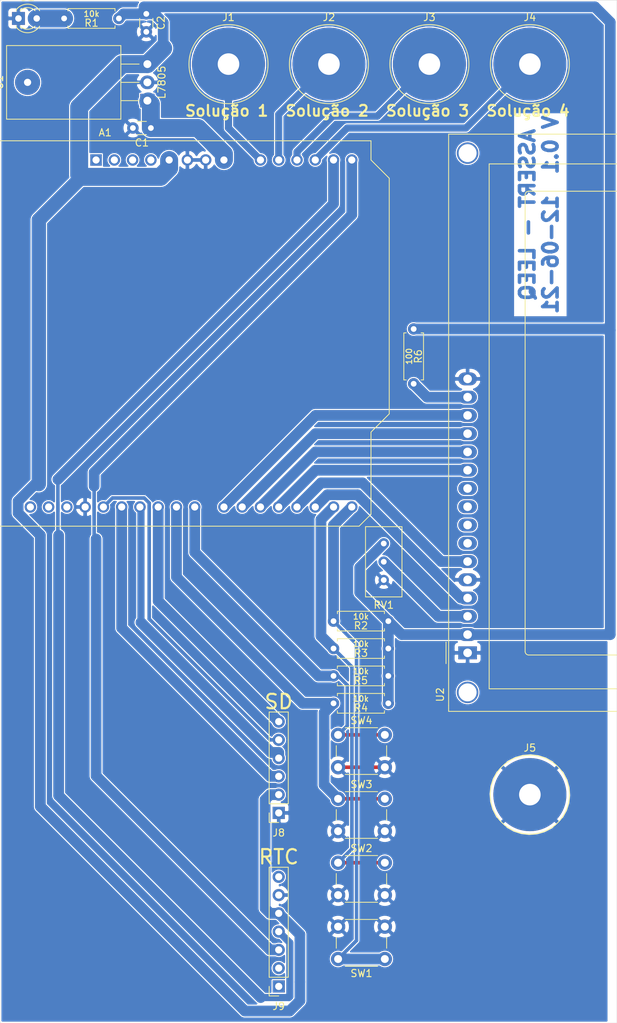
<source format=kicad_pcb>
(kicad_pcb (version 20171130) (host pcbnew "(5.1.9)-1")

  (general
    (thickness 1.6)
    (drawings 5)
    (tracks 156)
    (zones 0)
    (modules 24)
    (nets 41)
  )

  (page A4)
  (layers
    (0 F.Cu signal hide)
    (31 B.Cu signal)
    (32 B.Adhes user hide)
    (33 F.Adhes user hide)
    (34 B.Paste user hide)
    (35 F.Paste user hide)
    (36 B.SilkS user hide)
    (37 F.SilkS user hide)
    (38 B.Mask user hide)
    (39 F.Mask user hide)
    (40 Dwgs.User user hide)
    (41 Cmts.User user hide)
    (42 Eco1.User user hide)
    (43 Eco2.User user hide)
    (44 Edge.Cuts user)
    (45 Margin user)
    (46 B.CrtYd user)
    (47 F.CrtYd user)
    (48 B.Fab user hide)
    (49 F.Fab user)
  )

  (setup
    (last_trace_width 0.3)
    (user_trace_width 0.3)
    (user_trace_width 0.5)
    (user_trace_width 0.8)
    (user_trace_width 1)
    (user_trace_width 1.5)
    (user_trace_width 2)
    (user_trace_width 2.5)
    (user_trace_width 3)
    (trace_clearance 0.15)
    (zone_clearance 0.15)
    (zone_45_only no)
    (trace_min 0.2)
    (via_size 0.8)
    (via_drill 0.4)
    (via_min_size 0.4)
    (via_min_drill 0.3)
    (uvia_size 0.3)
    (uvia_drill 0.1)
    (uvias_allowed no)
    (uvia_min_size 0.2)
    (uvia_min_drill 0.1)
    (edge_width 0.05)
    (segment_width 0.2)
    (pcb_text_width 0.3)
    (pcb_text_size 1.5 1.5)
    (mod_edge_width 0.12)
    (mod_text_size 1 1)
    (mod_text_width 0.15)
    (pad_size 10.16 10.16)
    (pad_drill 3)
    (pad_to_mask_clearance 0)
    (aux_axis_origin 0 0)
    (grid_origin 58.42 156.21)
    (visible_elements 7FFFFFFF)
    (pcbplotparams
      (layerselection 0x01000_fffffffe)
      (usegerberextensions false)
      (usegerberattributes true)
      (usegerberadvancedattributes true)
      (creategerberjobfile true)
      (excludeedgelayer true)
      (linewidth 0.100000)
      (plotframeref false)
      (viasonmask false)
      (mode 1)
      (useauxorigin false)
      (hpglpennumber 1)
      (hpglpenspeed 20)
      (hpglpendiameter 15.000000)
      (psnegative false)
      (psa4output false)
      (plotreference true)
      (plotvalue true)
      (plotinvisibletext false)
      (padsonsilk false)
      (subtractmaskfromsilk false)
      (outputformat 1)
      (mirror false)
      (drillshape 0)
      (scaleselection 1)
      (outputdirectory "gerber/"))
  )

  (net 0 "")
  (net 1 /menos)
  (net 2 /mais)
  (net 3 "Net-(A1-Pad30)")
  (net 4 /scl)
  (net 5 GNDREF)
  (net 6 /sda)
  (net 7 /sck)
  (net 8 /s4)
  (net 9 /miso)
  (net 10 /s3)
  (net 11 /mosi)
  (net 12 /s2)
  (net 13 /cs)
  (net 14 /s1)
  (net 15 /selecionar)
  (net 16 /vin)
  (net 17 /cancelar)
  (net 18 /db7)
  (net 19 /db6)
  (net 20 /db5)
  (net 21 "Net-(A1-Pad4)")
  (net 22 /db4)
  (net 23 "Net-(A1-Pad3)")
  (net 24 /rs)
  (net 25 "Net-(A1-Pad2)")
  (net 26 /e)
  (net 27 "Net-(A1-Pad1)")
  (net 28 "Net-(A1-Pad31)")
  (net 29 "Net-(A1-Pad32)")
  (net 30 /5v)
  (net 31 "Net-(D1-Pad2)")
  (net 32 /bat)
  (net 33 /ds)
  (net 34 /sq)
  (net 35 "Net-(R6-Pad2)")
  (net 36 "Net-(RV1-Pad2)")
  (net 37 "Net-(U2-Pad7)")
  (net 38 "Net-(U2-Pad8)")
  (net 39 "Net-(U2-Pad9)")
  (net 40 "Net-(U2-Pad10)")

  (net_class Default "This is the default net class."
    (clearance 0.15)
    (trace_width 0.3)
    (via_dia 0.8)
    (via_drill 0.4)
    (uvia_dia 0.3)
    (uvia_drill 0.1)
    (add_net /bat)
    (add_net /cancelar)
    (add_net /cs)
    (add_net /db4)
    (add_net /db5)
    (add_net /db6)
    (add_net /db7)
    (add_net /ds)
    (add_net /e)
    (add_net /mais)
    (add_net /menos)
    (add_net /miso)
    (add_net /mosi)
    (add_net /rs)
    (add_net /sck)
    (add_net /scl)
    (add_net /sda)
    (add_net /selecionar)
    (add_net /sq)
    (add_net /vin)
    (add_net GNDREF)
    (add_net "Net-(A1-Pad1)")
    (add_net "Net-(A1-Pad2)")
    (add_net "Net-(A1-Pad3)")
    (add_net "Net-(A1-Pad30)")
    (add_net "Net-(A1-Pad31)")
    (add_net "Net-(A1-Pad32)")
    (add_net "Net-(A1-Pad4)")
    (add_net "Net-(D1-Pad2)")
    (add_net "Net-(R6-Pad2)")
    (add_net "Net-(RV1-Pad2)")
    (add_net "Net-(U2-Pad10)")
    (add_net "Net-(U2-Pad7)")
    (add_net "Net-(U2-Pad8)")
    (add_net "Net-(U2-Pad9)")
  )

  (net_class opcao1 ""
    (clearance 0.15)
    (trace_width 0.5)
    (via_dia 0.8)
    (via_drill 0.4)
    (uvia_dia 0.3)
    (uvia_drill 0.1)
  )

  (net_class opcao2 ""
    (clearance 0.15)
    (trace_width 0.8)
    (via_dia 0.8)
    (via_drill 0.4)
    (uvia_dia 0.3)
    (uvia_drill 0.1)
  )

  (net_class opcao3 ""
    (clearance 0.15)
    (trace_width 1)
    (via_dia 0.8)
    (via_drill 0.4)
    (uvia_dia 0.3)
    (uvia_drill 0.1)
    (add_net /5v)
  )

  (net_class opcao4 ""
    (clearance 0.15)
    (trace_width 1.5)
    (via_dia 0.8)
    (via_drill 0.4)
    (uvia_dia 0.3)
    (uvia_drill 0.1)
    (add_net /s1)
    (add_net /s2)
    (add_net /s3)
    (add_net /s4)
  )

  (module Display:WC1602A (layer F.Cu) (tedit 5A02FE80) (tstamp 60C512D8)
    (at 123.42 121.25 90)
    (descr "LCD 16x2 http://www.wincomlcd.com/pdf/WC1602A-SFYLYHTC06.pdf")
    (tags "LCD 16x2 Alphanumeric 16pin")
    (path /60C27152)
    (fp_text reference U2 (at -5.82 -3.81 90) (layer F.SilkS)
      (effects (font (size 1 1) (thickness 0.15)))
    )
    (fp_text value LCD-016N002L (at -4.31 34.66 90) (layer F.Fab)
      (effects (font (size 1 1) (thickness 0.15)))
    )
    (fp_line (start -8.14 33.64) (end 72.14 33.64) (layer F.SilkS) (width 0.12))
    (fp_line (start 72.14 33.64) (end 72.14 -2.64) (layer F.SilkS) (width 0.12))
    (fp_line (start 72.14 -2.64) (end -7.34 -2.64) (layer F.SilkS) (width 0.12))
    (fp_line (start -8.14 -2.64) (end -8.14 33.64) (layer F.SilkS) (width 0.12))
    (fp_line (start -8.13 -2.64) (end -7.34 -2.64) (layer F.SilkS) (width 0.12))
    (fp_line (start -8.25 -2.75) (end -8.25 33.75) (layer F.CrtYd) (width 0.05))
    (fp_line (start -8.25 33.75) (end 72.25 33.75) (layer F.CrtYd) (width 0.05))
    (fp_line (start 72.25 -2.75) (end 72.25 33.75) (layer F.CrtYd) (width 0.05))
    (fp_line (start -1.5 -3) (end 1.5 -3) (layer F.SilkS) (width 0.12))
    (fp_line (start -8.25 -2.75) (end 72.25 -2.75) (layer F.CrtYd) (width 0.05))
    (fp_line (start 1 -2.5) (end 0 -1.5) (layer F.Fab) (width 0.1))
    (fp_line (start 0 -1.5) (end -1 -2.5) (layer F.Fab) (width 0.1))
    (fp_line (start -1 -2.5) (end -8 -2.5) (layer F.Fab) (width 0.1))
    (fp_line (start 0.2 8) (end 63.7 8) (layer F.SilkS) (width 0.12))
    (fp_line (start -0.29972 22.49932) (end -0.29972 8.5) (layer F.SilkS) (width 0.12))
    (fp_line (start 63.70066 23) (end 0.2 23) (layer F.SilkS) (width 0.12))
    (fp_line (start 64.2 8.5) (end 64.2 22.5) (layer F.SilkS) (width 0.12))
    (fp_line (start -5 3) (end 68 3) (layer F.SilkS) (width 0.12))
    (fp_line (start 68 3) (end 68 28) (layer F.SilkS) (width 0.12))
    (fp_line (start 68 28) (end -5 28) (layer F.SilkS) (width 0.12))
    (fp_line (start -5 28) (end -5 3) (layer F.SilkS) (width 0.12))
    (fp_line (start 1 -2.5) (end 72 -2.5) (layer F.Fab) (width 0.1))
    (fp_line (start 72 -2.5) (end 72 33.5) (layer F.Fab) (width 0.1))
    (fp_line (start 72 33.5) (end -8 33.5) (layer F.Fab) (width 0.1))
    (fp_line (start -8 33.5) (end -8 -2.5) (layer F.Fab) (width 0.1))
    (fp_arc (start 0.20066 8.49884) (end -0.29972 8.49884) (angle 90) (layer F.SilkS) (width 0.12))
    (fp_arc (start 0.20066 22.49932) (end 0.20066 22.9997) (angle 90) (layer F.SilkS) (width 0.12))
    (fp_arc (start 63.70066 22.49932) (end 64.20104 22.49932) (angle 90) (layer F.SilkS) (width 0.12))
    (fp_arc (start 63.7 8.5) (end 63.7 8) (angle 90) (layer F.SilkS) (width 0.12))
    (fp_text user %R (at 30.37 14.74 90) (layer F.Fab)
      (effects (font (size 1 1) (thickness 0.1)))
    )
    (pad "" thru_hole circle (at 69.5 0 90) (size 3 3) (drill 2.5) (layers *.Cu *.Mask))
    (pad "" thru_hole circle (at 69.49948 31.0007 90) (size 3 3) (drill 2.5) (layers *.Cu *.Mask))
    (pad "" thru_hole circle (at -5.4991 31.0007 90) (size 3 3) (drill 2.5) (layers *.Cu *.Mask))
    (pad "" thru_hole circle (at -5.4991 0 90) (size 3 3) (drill 2.5) (layers *.Cu *.Mask))
    (pad 16 thru_hole oval (at 38.1 0 90) (size 1.8 2.6) (drill 1.2) (layers *.Cu *.Mask)
      (net 5 GNDREF))
    (pad 15 thru_hole oval (at 35.56 0 90) (size 1.8 2.6) (drill 1.2) (layers *.Cu *.Mask)
      (net 35 "Net-(R6-Pad2)"))
    (pad 14 thru_hole oval (at 33.02 0 90) (size 1.8 2.6) (drill 1.2) (layers *.Cu *.Mask)
      (net 18 /db7))
    (pad 13 thru_hole oval (at 30.48 0 90) (size 1.8 2.6) (drill 1.2) (layers *.Cu *.Mask)
      (net 19 /db6))
    (pad 12 thru_hole oval (at 27.94 0 90) (size 1.8 2.6) (drill 1.2) (layers *.Cu *.Mask)
      (net 20 /db5))
    (pad 11 thru_hole oval (at 25.4 0 90) (size 1.8 2.6) (drill 1.2) (layers *.Cu *.Mask)
      (net 22 /db4))
    (pad 10 thru_hole oval (at 22.86 0 90) (size 1.8 2.6) (drill 1.2) (layers *.Cu *.Mask)
      (net 40 "Net-(U2-Pad10)"))
    (pad 9 thru_hole oval (at 20.32 0 90) (size 1.8 2.6) (drill 1.2) (layers *.Cu *.Mask)
      (net 39 "Net-(U2-Pad9)"))
    (pad 8 thru_hole oval (at 17.78 0 90) (size 1.8 2.6) (drill 1.2) (layers *.Cu *.Mask)
      (net 38 "Net-(U2-Pad8)"))
    (pad 7 thru_hole oval (at 15.24 0 90) (size 1.8 2.6) (drill 1.2) (layers *.Cu *.Mask)
      (net 37 "Net-(U2-Pad7)"))
    (pad 6 thru_hole oval (at 12.7 0 90) (size 1.8 2.6) (drill 1.2) (layers *.Cu *.Mask)
      (net 26 /e))
    (pad 5 thru_hole oval (at 10.16 0 90) (size 1.8 2.6) (drill 1.2) (layers *.Cu *.Mask)
      (net 5 GNDREF))
    (pad 4 thru_hole oval (at 7.62 0 90) (size 1.8 2.6) (drill 1.2) (layers *.Cu *.Mask)
      (net 24 /rs))
    (pad 3 thru_hole oval (at 5.08 0 90) (size 1.8 2.6) (drill 1.2) (layers *.Cu *.Mask)
      (net 36 "Net-(RV1-Pad2)"))
    (pad 2 thru_hole oval (at 2.54 0 90) (size 1.8 2.6) (drill 1.2) (layers *.Cu *.Mask)
      (net 30 /5v))
    (pad 1 thru_hole rect (at 0 0 90) (size 1.8 2.6) (drill 1.2) (layers *.Cu *.Mask)
      (net 5 GNDREF))
    (model ${KISYS3DMOD}/Display.3dshapes/WC1602A.wrl
      (at (xyz 0 0 0))
      (scale (xyz 1 1 1))
      (rotate (xyz 0 0 0))
    )
  )

  (module Connector:Banana_Jack_1Pin (layer F.Cu) (tedit 60C4B460) (tstamp 60C522F8)
    (at 132.08 140.97)
    (descr "Single banana socket, footprint - 6mm drill")
    (tags "banana socket")
    (path /60C6C716)
    (fp_text reference J5 (at 0 -6.5) (layer F.SilkS)
      (effects (font (size 1 1) (thickness 0.15)))
    )
    (fp_text value GND (at -0.25 6.5) (layer F.Fab)
      (effects (font (size 1 1) (thickness 0.15)))
    )
    (fp_circle (center 0 0) (end 5.75 0) (layer F.CrtYd) (width 0.05))
    (fp_circle (center 0 0) (end 2 0) (layer F.Fab) (width 0.1))
    (fp_circle (center 0 0) (end 4.85 0.05) (layer F.Fab) (width 0.1))
    (fp_circle (center 0 0) (end 5.5 0) (layer F.SilkS) (width 0.12))
    (fp_text user %R (at 0 0) (layer F.Fab)
      (effects (font (size 0.8 0.8) (thickness 0.12)))
    )
    (pad 1 thru_hole circle (at 0 0) (size 10.16 10.16) (drill 3) (layers *.Cu *.Mask)
      (net 5 GNDREF))
    (model ${KISYS3DMOD}/Connector.3dshapes/Banana_Jack_1Pin.wrl
      (at (xyz 0 0 0))
      (scale (xyz 2 2 2))
      (rotate (xyz 0 0 0))
    )
  )

  (module Connector:Banana_Jack_1Pin (layer F.Cu) (tedit 60C4B48B) (tstamp 60C2C207)
    (at 132.08 39.37)
    (descr "Single banana socket, footprint - 6mm drill")
    (tags "banana socket")
    (path /60C488D7)
    (fp_text reference J4 (at 0 -6.5) (layer F.SilkS)
      (effects (font (size 1 1) (thickness 0.15)))
    )
    (fp_text value "Solução 4" (at -0.25 6.5) (layer F.SilkS)
      (effects (font (size 1.5 1.5) (thickness 0.3)))
    )
    (fp_circle (center 0 0) (end 5.5 0) (layer F.SilkS) (width 0.12))
    (fp_circle (center 0 0) (end 4.85 0.05) (layer F.Fab) (width 0.1))
    (fp_circle (center 0 0) (end 2 0) (layer F.Fab) (width 0.1))
    (fp_circle (center 0 0) (end 5.75 0) (layer F.CrtYd) (width 0.05))
    (fp_text user %R (at 0 0) (layer F.Fab)
      (effects (font (size 0.8 0.8) (thickness 0.12)))
    )
    (pad 1 thru_hole circle (at 0 0) (size 10.16 10.16) (drill 3) (layers *.Cu *.Mask)
      (net 8 /s4))
    (model ${KISYS3DMOD}/Connector.3dshapes/Banana_Jack_1Pin.wrl
      (at (xyz 0 0 0))
      (scale (xyz 2 2 2))
      (rotate (xyz 0 0 0))
    )
  )

  (module Module:Arduino_UNO_R3 (layer F.Cu) (tedit 58AB60FC) (tstamp 60C2C329)
    (at 71.755 52.705)
    (descr "Arduino UNO R3, http://www.mouser.com/pdfdocs/Gravitech_Arduino_Nano3_0.pdf")
    (tags "Arduino UNO R3")
    (path /60C9BEE1)
    (fp_text reference A1 (at 1.27 -3.81 180) (layer F.SilkS)
      (effects (font (size 1 1) (thickness 0.15)))
    )
    (fp_text value Arduino_UNO_R3 (at 0 22.86) (layer F.Fab)
      (effects (font (size 1 1) (thickness 0.15)))
    )
    (fp_line (start -27.94 -2.54) (end 38.1 -2.54) (layer F.Fab) (width 0.1))
    (fp_line (start -27.94 50.8) (end -27.94 -2.54) (layer F.Fab) (width 0.1))
    (fp_line (start 36.58 50.8) (end -27.94 50.8) (layer F.Fab) (width 0.1))
    (fp_line (start 38.1 49.28) (end 36.58 50.8) (layer F.Fab) (width 0.1))
    (fp_line (start 38.1 0) (end 40.64 2.54) (layer F.Fab) (width 0.1))
    (fp_line (start 38.1 -2.54) (end 38.1 0) (layer F.Fab) (width 0.1))
    (fp_line (start 40.64 35.31) (end 38.1 37.85) (layer F.Fab) (width 0.1))
    (fp_line (start 40.64 2.54) (end 40.64 35.31) (layer F.Fab) (width 0.1))
    (fp_line (start 38.1 37.85) (end 38.1 49.28) (layer F.Fab) (width 0.1))
    (fp_line (start -29.84 9.53) (end -29.84 0.64) (layer F.Fab) (width 0.1))
    (fp_line (start -16.51 9.53) (end -29.84 9.53) (layer F.Fab) (width 0.1))
    (fp_line (start -16.51 0.64) (end -16.51 9.53) (layer F.Fab) (width 0.1))
    (fp_line (start -29.84 0.64) (end -16.51 0.64) (layer F.Fab) (width 0.1))
    (fp_line (start -34.29 41.27) (end -34.29 29.84) (layer F.Fab) (width 0.1))
    (fp_line (start -18.41 41.27) (end -34.29 41.27) (layer F.Fab) (width 0.1))
    (fp_line (start -18.41 29.84) (end -18.41 41.27) (layer F.Fab) (width 0.1))
    (fp_line (start -34.29 29.84) (end -18.41 29.84) (layer F.Fab) (width 0.1))
    (fp_line (start 38.23 37.85) (end 40.77 35.31) (layer F.SilkS) (width 0.12))
    (fp_line (start 38.23 49.28) (end 38.23 37.85) (layer F.SilkS) (width 0.12))
    (fp_line (start 36.58 50.93) (end 38.23 49.28) (layer F.SilkS) (width 0.12))
    (fp_line (start -28.07 50.93) (end 36.58 50.93) (layer F.SilkS) (width 0.12))
    (fp_line (start -28.07 41.4) (end -28.07 50.93) (layer F.SilkS) (width 0.12))
    (fp_line (start -34.42 41.4) (end -28.07 41.4) (layer F.SilkS) (width 0.12))
    (fp_line (start -34.42 29.72) (end -34.42 41.4) (layer F.SilkS) (width 0.12))
    (fp_line (start -28.07 29.72) (end -34.42 29.72) (layer F.SilkS) (width 0.12))
    (fp_line (start -28.07 9.65) (end -28.07 29.72) (layer F.SilkS) (width 0.12))
    (fp_line (start -29.97 9.65) (end -28.07 9.65) (layer F.SilkS) (width 0.12))
    (fp_line (start -29.97 0.51) (end -29.97 9.65) (layer F.SilkS) (width 0.12))
    (fp_line (start -28.07 0.51) (end -29.97 0.51) (layer F.SilkS) (width 0.12))
    (fp_line (start -28.07 -2.67) (end -28.07 0.51) (layer F.SilkS) (width 0.12))
    (fp_line (start 38.23 -2.67) (end -28.07 -2.67) (layer F.SilkS) (width 0.12))
    (fp_line (start 38.23 0) (end 38.23 -2.67) (layer F.SilkS) (width 0.12))
    (fp_line (start 40.77 2.54) (end 38.23 0) (layer F.SilkS) (width 0.12))
    (fp_line (start 40.77 35.31) (end 40.77 2.54) (layer F.SilkS) (width 0.12))
    (fp_line (start -28.19 -2.79) (end 38.35 -2.79) (layer F.CrtYd) (width 0.05))
    (fp_line (start -28.19 0.38) (end -28.19 -2.79) (layer F.CrtYd) (width 0.05))
    (fp_line (start -30.1 0.38) (end -28.19 0.38) (layer F.CrtYd) (width 0.05))
    (fp_line (start -30.1 9.78) (end -30.1 0.38) (layer F.CrtYd) (width 0.05))
    (fp_line (start -28.19 9.78) (end -30.1 9.78) (layer F.CrtYd) (width 0.05))
    (fp_line (start -28.19 29.59) (end -28.19 9.78) (layer F.CrtYd) (width 0.05))
    (fp_line (start -34.54 29.59) (end -28.19 29.59) (layer F.CrtYd) (width 0.05))
    (fp_line (start -34.54 41.53) (end -34.54 29.59) (layer F.CrtYd) (width 0.05))
    (fp_line (start -28.19 41.53) (end -34.54 41.53) (layer F.CrtYd) (width 0.05))
    (fp_line (start -28.19 51.05) (end -28.19 41.53) (layer F.CrtYd) (width 0.05))
    (fp_line (start 36.58 51.05) (end -28.19 51.05) (layer F.CrtYd) (width 0.05))
    (fp_line (start 38.35 49.28) (end 36.58 51.05) (layer F.CrtYd) (width 0.05))
    (fp_line (start 38.35 37.85) (end 38.35 49.28) (layer F.CrtYd) (width 0.05))
    (fp_line (start 40.89 35.31) (end 38.35 37.85) (layer F.CrtYd) (width 0.05))
    (fp_line (start 40.89 2.54) (end 40.89 35.31) (layer F.CrtYd) (width 0.05))
    (fp_line (start 38.35 0) (end 40.89 2.54) (layer F.CrtYd) (width 0.05))
    (fp_line (start 38.35 -2.79) (end 38.35 0) (layer F.CrtYd) (width 0.05))
    (fp_text user %R (at 0 20.32 180) (layer F.Fab)
      (effects (font (size 1 1) (thickness 0.15)))
    )
    (pad 16 thru_hole oval (at 33.02 48.26 90) (size 1.6 1.6) (drill 1) (layers *.Cu *.Mask)
      (net 1 /menos))
    (pad 15 thru_hole oval (at 35.56 48.26 90) (size 1.6 1.6) (drill 1) (layers *.Cu *.Mask)
      (net 2 /mais))
    (pad 30 thru_hole oval (at -4.06 48.26 90) (size 1.6 1.6) (drill 1) (layers *.Cu *.Mask)
      (net 3 "Net-(A1-Pad30)"))
    (pad 14 thru_hole oval (at 35.56 0 90) (size 1.6 1.6) (drill 1) (layers *.Cu *.Mask)
      (net 4 /scl))
    (pad 29 thru_hole oval (at -1.52 48.26 90) (size 1.6 1.6) (drill 1) (layers *.Cu *.Mask)
      (net 5 GNDREF))
    (pad 13 thru_hole oval (at 33.02 0 90) (size 1.6 1.6) (drill 1) (layers *.Cu *.Mask)
      (net 6 /sda))
    (pad 28 thru_hole oval (at 1.02 48.26 90) (size 1.6 1.6) (drill 1) (layers *.Cu *.Mask)
      (net 7 /sck))
    (pad 12 thru_hole oval (at 30.48 0 90) (size 1.6 1.6) (drill 1) (layers *.Cu *.Mask)
      (net 8 /s4))
    (pad 27 thru_hole oval (at 3.56 48.26 90) (size 1.6 1.6) (drill 1) (layers *.Cu *.Mask)
      (net 9 /miso))
    (pad 11 thru_hole oval (at 27.94 0 90) (size 1.6 1.6) (drill 1) (layers *.Cu *.Mask)
      (net 10 /s3))
    (pad 26 thru_hole oval (at 6.1 48.26 90) (size 1.6 1.6) (drill 1) (layers *.Cu *.Mask)
      (net 11 /mosi))
    (pad 10 thru_hole oval (at 25.4 0 90) (size 1.6 1.6) (drill 1) (layers *.Cu *.Mask)
      (net 12 /s2))
    (pad 25 thru_hole oval (at 8.64 48.26 90) (size 1.6 1.6) (drill 1) (layers *.Cu *.Mask)
      (net 13 /cs))
    (pad 9 thru_hole oval (at 22.86 0 90) (size 1.6 1.6) (drill 1) (layers *.Cu *.Mask)
      (net 14 /s1))
    (pad 24 thru_hole oval (at 11.18 48.26 90) (size 1.6 1.6) (drill 1) (layers *.Cu *.Mask)
      (net 15 /selecionar))
    (pad 8 thru_hole oval (at 17.78 0 90) (size 1.6 1.6) (drill 1) (layers *.Cu *.Mask)
      (net 16 /vin))
    (pad 23 thru_hole oval (at 13.72 48.26 90) (size 1.6 1.6) (drill 1) (layers *.Cu *.Mask)
      (net 17 /cancelar))
    (pad 7 thru_hole oval (at 15.24 0 90) (size 1.6 1.6) (drill 1) (layers *.Cu *.Mask)
      (net 5 GNDREF))
    (pad 22 thru_hole oval (at 17.78 48.26 90) (size 1.6 1.6) (drill 1) (layers *.Cu *.Mask)
      (net 18 /db7))
    (pad 6 thru_hole oval (at 12.7 0 90) (size 1.6 1.6) (drill 1) (layers *.Cu *.Mask)
      (net 5 GNDREF))
    (pad 21 thru_hole oval (at 20.32 48.26 90) (size 1.6 1.6) (drill 1) (layers *.Cu *.Mask)
      (net 19 /db6))
    (pad 5 thru_hole oval (at 10.16 0 90) (size 1.6 1.6) (drill 1) (layers *.Cu *.Mask)
      (net 30 /5v))
    (pad 20 thru_hole oval (at 22.86 48.26 90) (size 1.6 1.6) (drill 1) (layers *.Cu *.Mask)
      (net 20 /db5))
    (pad 4 thru_hole oval (at 7.62 0 90) (size 1.6 1.6) (drill 1) (layers *.Cu *.Mask)
      (net 21 "Net-(A1-Pad4)"))
    (pad 19 thru_hole oval (at 25.4 48.26 90) (size 1.6 1.6) (drill 1) (layers *.Cu *.Mask)
      (net 22 /db4))
    (pad 3 thru_hole oval (at 5.08 0 90) (size 1.6 1.6) (drill 1) (layers *.Cu *.Mask)
      (net 23 "Net-(A1-Pad3)"))
    (pad 18 thru_hole oval (at 27.94 48.26 90) (size 1.6 1.6) (drill 1) (layers *.Cu *.Mask)
      (net 26 /e))
    (pad 2 thru_hole oval (at 2.54 0 90) (size 1.6 1.6) (drill 1) (layers *.Cu *.Mask)
      (net 25 "Net-(A1-Pad2)"))
    (pad 17 thru_hole oval (at 30.48 48.26 90) (size 1.6 1.6) (drill 1) (layers *.Cu *.Mask)
      (net 24 /rs))
    (pad 1 thru_hole rect (at 0 0 90) (size 1.6 1.6) (drill 1) (layers *.Cu *.Mask)
      (net 27 "Net-(A1-Pad1)"))
    (pad 31 thru_hole oval (at -6.6 48.26 90) (size 1.6 1.6) (drill 1) (layers *.Cu *.Mask)
      (net 28 "Net-(A1-Pad31)"))
    (pad 32 thru_hole oval (at -9.14 48.26 90) (size 1.6 1.6) (drill 1) (layers *.Cu *.Mask)
      (net 29 "Net-(A1-Pad32)"))
    (model ${KISYS3DMOD}/Module.3dshapes/Arduino_UNO_R3.wrl
      (at (xyz 0 0 0))
      (scale (xyz 1 1 1))
      (rotate (xyz 0 0 0))
    )
  )

  (module Connector_PinSocket_2.54mm:PinSocket_1x07_P2.54mm_Vertical (layer F.Cu) (tedit 5A19A433) (tstamp 60C37376)
    (at 97.155 167.64 180)
    (descr "Through hole straight socket strip, 1x07, 2.54mm pitch, single row (from Kicad 4.0.7), script generated")
    (tags "Through hole socket strip THT 1x07 2.54mm single row")
    (path /60C13D03)
    (fp_text reference J9 (at 0 -2.77) (layer F.SilkS)
      (effects (font (size 1 1) (thickness 0.15)))
    )
    (fp_text value RTC (at 0 18.01) (layer F.SilkS)
      (effects (font (size 2 2) (thickness 0.3)))
    )
    (fp_line (start -1.8 17) (end -1.8 -1.8) (layer F.CrtYd) (width 0.05))
    (fp_line (start 1.75 17) (end -1.8 17) (layer F.CrtYd) (width 0.05))
    (fp_line (start 1.75 -1.8) (end 1.75 17) (layer F.CrtYd) (width 0.05))
    (fp_line (start -1.8 -1.8) (end 1.75 -1.8) (layer F.CrtYd) (width 0.05))
    (fp_line (start 0 -1.33) (end 1.33 -1.33) (layer F.SilkS) (width 0.12))
    (fp_line (start 1.33 -1.33) (end 1.33 0) (layer F.SilkS) (width 0.12))
    (fp_line (start 1.33 1.27) (end 1.33 16.57) (layer F.SilkS) (width 0.12))
    (fp_line (start -1.33 16.57) (end 1.33 16.57) (layer F.SilkS) (width 0.12))
    (fp_line (start -1.33 1.27) (end -1.33 16.57) (layer F.SilkS) (width 0.12))
    (fp_line (start -1.33 1.27) (end 1.33 1.27) (layer F.SilkS) (width 0.12))
    (fp_line (start -1.27 16.51) (end -1.27 -1.27) (layer F.Fab) (width 0.1))
    (fp_line (start 1.27 16.51) (end -1.27 16.51) (layer F.Fab) (width 0.1))
    (fp_line (start 1.27 -0.635) (end 1.27 16.51) (layer F.Fab) (width 0.1))
    (fp_line (start 0.635 -1.27) (end 1.27 -0.635) (layer F.Fab) (width 0.1))
    (fp_line (start -1.27 -1.27) (end 0.635 -1.27) (layer F.Fab) (width 0.1))
    (fp_text user %R (at 0 7.62 90) (layer F.Fab)
      (effects (font (size 1 1) (thickness 0.15)))
    )
    (pad 7 thru_hole oval (at 0 15.24 180) (size 1.7 1.7) (drill 1) (layers *.Cu *.Mask)
      (net 32 /bat))
    (pad 6 thru_hole oval (at 0 12.7 180) (size 1.7 1.7) (drill 1) (layers *.Cu *.Mask)
      (net 5 GNDREF))
    (pad 5 thru_hole oval (at 0 10.16 180) (size 1.7 1.7) (drill 1) (layers *.Cu *.Mask)
      (net 30 /5v))
    (pad 4 thru_hole oval (at 0 7.62 180) (size 1.7 1.7) (drill 1) (layers *.Cu *.Mask)
      (net 6 /sda))
    (pad 3 thru_hole oval (at 0 5.08 180) (size 1.7 1.7) (drill 1) (layers *.Cu *.Mask)
      (net 4 /scl))
    (pad 2 thru_hole oval (at 0 2.54 180) (size 1.7 1.7) (drill 1) (layers *.Cu *.Mask)
      (net 33 /ds))
    (pad 1 thru_hole rect (at 0 0 180) (size 1.7 1.7) (drill 1) (layers *.Cu *.Mask)
      (net 34 /sq))
    (model ${KISYS3DMOD}/Connector_PinSocket_2.54mm.3dshapes/PinSocket_1x07_P2.54mm_Vertical.wrl
      (at (xyz 0 0 0))
      (scale (xyz 1 1 1))
      (rotate (xyz 0 0 0))
    )
  )

  (module Package_TO_SOT_THT:TO-220-3_Horizontal_TabDown (layer F.Cu) (tedit 60C38BE4) (tstamp 60C352E9)
    (at 78.89 44.45 90)
    (descr "TO-220-3, Horizontal, RM 2.54mm, see https://www.vishay.com/docs/66542/to-220-1.pdf")
    (tags "TO-220-3 Horizontal RM 2.54mm")
    (path /60C17907)
    (fp_text reference U1 (at 2.54 -20.58 90) (layer F.SilkS)
      (effects (font (size 1 1) (thickness 0.15)))
    )
    (fp_text value L7805 (at 2.54 2 90) (layer F.SilkS)
      (effects (font (size 1 1) (thickness 0.15)))
    )
    (fp_circle (center 2.54 -16.66) (end 4.39 -16.66) (layer F.Fab) (width 0.1))
    (fp_line (start -2.46 -13.06) (end -2.46 -19.46) (layer F.Fab) (width 0.1))
    (fp_line (start -2.46 -19.46) (end 7.54 -19.46) (layer F.Fab) (width 0.1))
    (fp_line (start 7.54 -19.46) (end 7.54 -13.06) (layer F.Fab) (width 0.1))
    (fp_line (start 7.54 -13.06) (end -2.46 -13.06) (layer F.Fab) (width 0.1))
    (fp_line (start -2.46 -3.81) (end -2.46 -13.06) (layer F.Fab) (width 0.1))
    (fp_line (start -2.46 -13.06) (end 7.54 -13.06) (layer F.Fab) (width 0.1))
    (fp_line (start 7.54 -13.06) (end 7.54 -3.81) (layer F.Fab) (width 0.1))
    (fp_line (start 7.54 -3.81) (end -2.46 -3.81) (layer F.Fab) (width 0.1))
    (fp_line (start 0 -3.81) (end 0 0) (layer F.Fab) (width 0.1))
    (fp_line (start 2.54 -3.81) (end 2.54 0) (layer F.Fab) (width 0.1))
    (fp_line (start 5.08 -3.81) (end 5.08 0) (layer F.Fab) (width 0.1))
    (fp_line (start -2.58 -3.69) (end 7.66 -3.69) (layer F.SilkS) (width 0.12))
    (fp_line (start -2.58 -19.58) (end 7.66 -19.58) (layer F.SilkS) (width 0.12))
    (fp_line (start -2.58 -19.58) (end -2.58 -3.69) (layer F.SilkS) (width 0.12))
    (fp_line (start 7.66 -19.58) (end 7.66 -3.69) (layer F.SilkS) (width 0.12))
    (fp_line (start 0 -3.69) (end 0 -1.15) (layer F.SilkS) (width 0.12))
    (fp_line (start 2.54 -3.69) (end 2.54 -1.15) (layer F.SilkS) (width 0.12))
    (fp_line (start 5.08 -3.69) (end 5.08 -1.15) (layer F.SilkS) (width 0.12))
    (fp_line (start -2.71 -19.71) (end -2.71 1.25) (layer F.CrtYd) (width 0.05))
    (fp_line (start -2.71 1.25) (end 7.79 1.25) (layer F.CrtYd) (width 0.05))
    (fp_line (start 7.79 1.25) (end 7.79 -19.71) (layer F.CrtYd) (width 0.05))
    (fp_line (start 7.79 -19.71) (end -2.71 -19.71) (layer F.CrtYd) (width 0.05))
    (fp_text user %R (at 2.54 -20.58 90) (layer F.Fab)
      (effects (font (size 1 1) (thickness 0.15)))
    )
    (pad 3 thru_hole oval (at 5.08 0 90) (size 1.905 2) (drill 1.1) (layers *.Cu *.Mask)
      (net 30 /5v))
    (pad 2 thru_hole oval (at 2.54 0 90) (size 1.905 2) (drill 1.1) (layers *.Cu *.Mask)
      (net 5 GNDREF))
    (pad 1 thru_hole rect (at 0 0 90) (size 1.905 2) (drill 1.1) (layers *.Cu *.Mask)
      (net 16 /vin))
    (pad "" np_thru_hole oval (at 2.54 -16.66 90) (size 3.5 3.5) (drill 1) (layers *.Cu *.Mask))
    (model ${KISYS3DMOD}/Package_TO_SOT_THT.3dshapes/TO-220-3_Horizontal_TabDown.wrl
      (at (xyz 0 0 0))
      (scale (xyz 1 1 1))
      (rotate (xyz 0 0 0))
    )
  )

  (module Button_Switch_THT:SW_PUSH_6mm (layer F.Cu) (tedit 5A02FE31) (tstamp 60C34B50)
    (at 105.41 132.66)
    (descr https://www.omron.com/ecb/products/pdf/en-b3f.pdf)
    (tags "tact sw push 6mm")
    (path /60C4B4E4)
    (fp_text reference SW4 (at 3.25 -2) (layer F.SilkS)
      (effects (font (size 1 1) (thickness 0.15)))
    )
    (fp_text value cancelar (at 3.75 6.7) (layer F.Fab)
      (effects (font (size 1 1) (thickness 0.15)))
    )
    (fp_circle (center 3.25 2.25) (end 1.25 2.5) (layer F.Fab) (width 0.1))
    (fp_line (start 6.75 3) (end 6.75 1.5) (layer F.SilkS) (width 0.12))
    (fp_line (start 5.5 -1) (end 1 -1) (layer F.SilkS) (width 0.12))
    (fp_line (start -0.25 1.5) (end -0.25 3) (layer F.SilkS) (width 0.12))
    (fp_line (start 1 5.5) (end 5.5 5.5) (layer F.SilkS) (width 0.12))
    (fp_line (start 8 -1.25) (end 8 5.75) (layer F.CrtYd) (width 0.05))
    (fp_line (start 7.75 6) (end -1.25 6) (layer F.CrtYd) (width 0.05))
    (fp_line (start -1.5 5.75) (end -1.5 -1.25) (layer F.CrtYd) (width 0.05))
    (fp_line (start -1.25 -1.5) (end 7.75 -1.5) (layer F.CrtYd) (width 0.05))
    (fp_line (start -1.5 6) (end -1.25 6) (layer F.CrtYd) (width 0.05))
    (fp_line (start -1.5 5.75) (end -1.5 6) (layer F.CrtYd) (width 0.05))
    (fp_line (start -1.5 -1.5) (end -1.25 -1.5) (layer F.CrtYd) (width 0.05))
    (fp_line (start -1.5 -1.25) (end -1.5 -1.5) (layer F.CrtYd) (width 0.05))
    (fp_line (start 8 -1.5) (end 8 -1.25) (layer F.CrtYd) (width 0.05))
    (fp_line (start 7.75 -1.5) (end 8 -1.5) (layer F.CrtYd) (width 0.05))
    (fp_line (start 8 6) (end 8 5.75) (layer F.CrtYd) (width 0.05))
    (fp_line (start 7.75 6) (end 8 6) (layer F.CrtYd) (width 0.05))
    (fp_line (start 0.25 -0.75) (end 3.25 -0.75) (layer F.Fab) (width 0.1))
    (fp_line (start 0.25 5.25) (end 0.25 -0.75) (layer F.Fab) (width 0.1))
    (fp_line (start 6.25 5.25) (end 0.25 5.25) (layer F.Fab) (width 0.1))
    (fp_line (start 6.25 -0.75) (end 6.25 5.25) (layer F.Fab) (width 0.1))
    (fp_line (start 3.25 -0.75) (end 6.25 -0.75) (layer F.Fab) (width 0.1))
    (fp_text user %R (at 3.25 2.25) (layer F.Fab)
      (effects (font (size 1 1) (thickness 0.15)))
    )
    (pad 1 thru_hole circle (at 6.5 0 90) (size 2 2) (drill 1.1) (layers *.Cu *.Mask)
      (net 17 /cancelar))
    (pad 2 thru_hole circle (at 6.5 4.5 90) (size 2 2) (drill 1.1) (layers *.Cu *.Mask)
      (net 5 GNDREF))
    (pad 1 thru_hole circle (at 0 0 90) (size 2 2) (drill 1.1) (layers *.Cu *.Mask)
      (net 17 /cancelar))
    (pad 2 thru_hole circle (at 0 4.5 90) (size 2 2) (drill 1.1) (layers *.Cu *.Mask)
      (net 5 GNDREF))
    (model ${KISYS3DMOD}/Button_Switch_THT.3dshapes/SW_PUSH_6mm.wrl
      (at (xyz 0 0 0))
      (scale (xyz 1 1 1))
      (rotate (xyz 0 0 0))
    )
  )

  (module Button_Switch_THT:SW_PUSH_6mm (layer F.Cu) (tedit 5A02FE31) (tstamp 60C36C45)
    (at 105.41 141.55)
    (descr https://www.omron.com/ecb/products/pdf/en-b3f.pdf)
    (tags "tact sw push 6mm")
    (path /60C4B08D)
    (fp_text reference SW3 (at 3.25 -2) (layer F.SilkS)
      (effects (font (size 1 1) (thickness 0.15)))
    )
    (fp_text value selecionar (at 3.75 6.7) (layer F.Fab)
      (effects (font (size 1 1) (thickness 0.15)))
    )
    (fp_circle (center 3.25 2.25) (end 1.25 2.5) (layer F.Fab) (width 0.1))
    (fp_line (start 6.75 3) (end 6.75 1.5) (layer F.SilkS) (width 0.12))
    (fp_line (start 5.5 -1) (end 1 -1) (layer F.SilkS) (width 0.12))
    (fp_line (start -0.25 1.5) (end -0.25 3) (layer F.SilkS) (width 0.12))
    (fp_line (start 1 5.5) (end 5.5 5.5) (layer F.SilkS) (width 0.12))
    (fp_line (start 8 -1.25) (end 8 5.75) (layer F.CrtYd) (width 0.05))
    (fp_line (start 7.75 6) (end -1.25 6) (layer F.CrtYd) (width 0.05))
    (fp_line (start -1.5 5.75) (end -1.5 -1.25) (layer F.CrtYd) (width 0.05))
    (fp_line (start -1.25 -1.5) (end 7.75 -1.5) (layer F.CrtYd) (width 0.05))
    (fp_line (start -1.5 6) (end -1.25 6) (layer F.CrtYd) (width 0.05))
    (fp_line (start -1.5 5.75) (end -1.5 6) (layer F.CrtYd) (width 0.05))
    (fp_line (start -1.5 -1.5) (end -1.25 -1.5) (layer F.CrtYd) (width 0.05))
    (fp_line (start -1.5 -1.25) (end -1.5 -1.5) (layer F.CrtYd) (width 0.05))
    (fp_line (start 8 -1.5) (end 8 -1.25) (layer F.CrtYd) (width 0.05))
    (fp_line (start 7.75 -1.5) (end 8 -1.5) (layer F.CrtYd) (width 0.05))
    (fp_line (start 8 6) (end 8 5.75) (layer F.CrtYd) (width 0.05))
    (fp_line (start 7.75 6) (end 8 6) (layer F.CrtYd) (width 0.05))
    (fp_line (start 0.25 -0.75) (end 3.25 -0.75) (layer F.Fab) (width 0.1))
    (fp_line (start 0.25 5.25) (end 0.25 -0.75) (layer F.Fab) (width 0.1))
    (fp_line (start 6.25 5.25) (end 0.25 5.25) (layer F.Fab) (width 0.1))
    (fp_line (start 6.25 -0.75) (end 6.25 5.25) (layer F.Fab) (width 0.1))
    (fp_line (start 3.25 -0.75) (end 6.25 -0.75) (layer F.Fab) (width 0.1))
    (fp_text user %R (at 3.25 2.25) (layer F.Fab)
      (effects (font (size 1 1) (thickness 0.15)))
    )
    (pad 1 thru_hole circle (at 6.5 0 90) (size 2 2) (drill 1.1) (layers *.Cu *.Mask)
      (net 15 /selecionar))
    (pad 2 thru_hole circle (at 6.5 4.5 90) (size 2 2) (drill 1.1) (layers *.Cu *.Mask)
      (net 5 GNDREF))
    (pad 1 thru_hole circle (at 0 0 90) (size 2 2) (drill 1.1) (layers *.Cu *.Mask)
      (net 15 /selecionar))
    (pad 2 thru_hole circle (at 0 4.5 90) (size 2 2) (drill 1.1) (layers *.Cu *.Mask)
      (net 5 GNDREF))
    (model ${KISYS3DMOD}/Button_Switch_THT.3dshapes/SW_PUSH_6mm.wrl
      (at (xyz 0 0 0))
      (scale (xyz 1 1 1))
      (rotate (xyz 0 0 0))
    )
  )

  (module Button_Switch_THT:SW_PUSH_6mm (layer F.Cu) (tedit 5A02FE31) (tstamp 60C36AF2)
    (at 105.41 150.44)
    (descr https://www.omron.com/ecb/products/pdf/en-b3f.pdf)
    (tags "tact sw push 6mm")
    (path /60C4AC5C)
    (fp_text reference SW2 (at 3.25 -2) (layer F.SilkS)
      (effects (font (size 1 1) (thickness 0.15)))
    )
    (fp_text value menos (at 3.75 6.7) (layer F.Fab)
      (effects (font (size 1 1) (thickness 0.15)))
    )
    (fp_circle (center 3.25 2.25) (end 1.25 2.5) (layer F.Fab) (width 0.1))
    (fp_line (start 6.75 3) (end 6.75 1.5) (layer F.SilkS) (width 0.12))
    (fp_line (start 5.5 -1) (end 1 -1) (layer F.SilkS) (width 0.12))
    (fp_line (start -0.25 1.5) (end -0.25 3) (layer F.SilkS) (width 0.12))
    (fp_line (start 1 5.5) (end 5.5 5.5) (layer F.SilkS) (width 0.12))
    (fp_line (start 8 -1.25) (end 8 5.75) (layer F.CrtYd) (width 0.05))
    (fp_line (start 7.75 6) (end -1.25 6) (layer F.CrtYd) (width 0.05))
    (fp_line (start -1.5 5.75) (end -1.5 -1.25) (layer F.CrtYd) (width 0.05))
    (fp_line (start -1.25 -1.5) (end 7.75 -1.5) (layer F.CrtYd) (width 0.05))
    (fp_line (start -1.5 6) (end -1.25 6) (layer F.CrtYd) (width 0.05))
    (fp_line (start -1.5 5.75) (end -1.5 6) (layer F.CrtYd) (width 0.05))
    (fp_line (start -1.5 -1.5) (end -1.25 -1.5) (layer F.CrtYd) (width 0.05))
    (fp_line (start -1.5 -1.25) (end -1.5 -1.5) (layer F.CrtYd) (width 0.05))
    (fp_line (start 8 -1.5) (end 8 -1.25) (layer F.CrtYd) (width 0.05))
    (fp_line (start 7.75 -1.5) (end 8 -1.5) (layer F.CrtYd) (width 0.05))
    (fp_line (start 8 6) (end 8 5.75) (layer F.CrtYd) (width 0.05))
    (fp_line (start 7.75 6) (end 8 6) (layer F.CrtYd) (width 0.05))
    (fp_line (start 0.25 -0.75) (end 3.25 -0.75) (layer F.Fab) (width 0.1))
    (fp_line (start 0.25 5.25) (end 0.25 -0.75) (layer F.Fab) (width 0.1))
    (fp_line (start 6.25 5.25) (end 0.25 5.25) (layer F.Fab) (width 0.1))
    (fp_line (start 6.25 -0.75) (end 6.25 5.25) (layer F.Fab) (width 0.1))
    (fp_line (start 3.25 -0.75) (end 6.25 -0.75) (layer F.Fab) (width 0.1))
    (fp_text user %R (at 3.25 2.25) (layer F.Fab)
      (effects (font (size 1 1) (thickness 0.15)))
    )
    (pad 1 thru_hole circle (at 6.5 0 90) (size 2 2) (drill 1.1) (layers *.Cu *.Mask)
      (net 1 /menos))
    (pad 2 thru_hole circle (at 6.5 4.5 90) (size 2 2) (drill 1.1) (layers *.Cu *.Mask)
      (net 5 GNDREF))
    (pad 1 thru_hole circle (at 0 0 90) (size 2 2) (drill 1.1) (layers *.Cu *.Mask)
      (net 1 /menos))
    (pad 2 thru_hole circle (at 0 4.5 90) (size 2 2) (drill 1.1) (layers *.Cu *.Mask)
      (net 5 GNDREF))
    (model ${KISYS3DMOD}/Button_Switch_THT.3dshapes/SW_PUSH_6mm.wrl
      (at (xyz 0 0 0))
      (scale (xyz 1 1 1))
      (rotate (xyz 0 0 0))
    )
  )

  (module Button_Switch_THT:SW_PUSH_6mm (layer F.Cu) (tedit 5A02FE31) (tstamp 60C2FFF6)
    (at 111.91 163.83 180)
    (descr https://www.omron.com/ecb/products/pdf/en-b3f.pdf)
    (tags "tact sw push 6mm")
    (path /60C14E2B)
    (fp_text reference SW1 (at 3.25 -2) (layer F.SilkS)
      (effects (font (size 1 1) (thickness 0.15)))
    )
    (fp_text value mais (at 3.75 6.7) (layer F.Fab)
      (effects (font (size 1 1) (thickness 0.15)))
    )
    (fp_circle (center 3.25 2.25) (end 1.25 2.5) (layer F.Fab) (width 0.1))
    (fp_line (start 6.75 3) (end 6.75 1.5) (layer F.SilkS) (width 0.12))
    (fp_line (start 5.5 -1) (end 1 -1) (layer F.SilkS) (width 0.12))
    (fp_line (start -0.25 1.5) (end -0.25 3) (layer F.SilkS) (width 0.12))
    (fp_line (start 1 5.5) (end 5.5 5.5) (layer F.SilkS) (width 0.12))
    (fp_line (start 8 -1.25) (end 8 5.75) (layer F.CrtYd) (width 0.05))
    (fp_line (start 7.75 6) (end -1.25 6) (layer F.CrtYd) (width 0.05))
    (fp_line (start -1.5 5.75) (end -1.5 -1.25) (layer F.CrtYd) (width 0.05))
    (fp_line (start -1.25 -1.5) (end 7.75 -1.5) (layer F.CrtYd) (width 0.05))
    (fp_line (start -1.5 6) (end -1.25 6) (layer F.CrtYd) (width 0.05))
    (fp_line (start -1.5 5.75) (end -1.5 6) (layer F.CrtYd) (width 0.05))
    (fp_line (start -1.5 -1.5) (end -1.25 -1.5) (layer F.CrtYd) (width 0.05))
    (fp_line (start -1.5 -1.25) (end -1.5 -1.5) (layer F.CrtYd) (width 0.05))
    (fp_line (start 8 -1.5) (end 8 -1.25) (layer F.CrtYd) (width 0.05))
    (fp_line (start 7.75 -1.5) (end 8 -1.5) (layer F.CrtYd) (width 0.05))
    (fp_line (start 8 6) (end 8 5.75) (layer F.CrtYd) (width 0.05))
    (fp_line (start 7.75 6) (end 8 6) (layer F.CrtYd) (width 0.05))
    (fp_line (start 0.25 -0.75) (end 3.25 -0.75) (layer F.Fab) (width 0.1))
    (fp_line (start 0.25 5.25) (end 0.25 -0.75) (layer F.Fab) (width 0.1))
    (fp_line (start 6.25 5.25) (end 0.25 5.25) (layer F.Fab) (width 0.1))
    (fp_line (start 6.25 -0.75) (end 6.25 5.25) (layer F.Fab) (width 0.1))
    (fp_line (start 3.25 -0.75) (end 6.25 -0.75) (layer F.Fab) (width 0.1))
    (fp_text user %R (at 3.25 2.25) (layer F.Fab)
      (effects (font (size 1 1) (thickness 0.15)))
    )
    (pad 1 thru_hole circle (at 6.5 0 270) (size 2 2) (drill 1.1) (layers *.Cu *.Mask)
      (net 2 /mais))
    (pad 2 thru_hole circle (at 6.5 4.5 270) (size 2 2) (drill 1.1) (layers *.Cu *.Mask)
      (net 5 GNDREF))
    (pad 1 thru_hole circle (at 0 0 270) (size 2 2) (drill 1.1) (layers *.Cu *.Mask)
      (net 2 /mais))
    (pad 2 thru_hole circle (at 0 4.5 270) (size 2 2) (drill 1.1) (layers *.Cu *.Mask)
      (net 5 GNDREF))
    (model ${KISYS3DMOD}/Button_Switch_THT.3dshapes/SW_PUSH_6mm.wrl
      (at (xyz 0 0 0))
      (scale (xyz 1 1 1))
      (rotate (xyz 0 0 0))
    )
  )

  (module Potentiometer_THT:Potentiometer_Bourns_3386C_Horizontal (layer F.Cu) (tedit 5AA07388) (tstamp 60C3697A)
    (at 111.76 111.125 180)
    (descr "Potentiometer, horizontal, Bourns 3386C, https://www.bourns.com/pdfs/3386.pdf")
    (tags "Potentiometer horizontal Bourns 3386C")
    (path /60C29021)
    (fp_text reference RV1 (at 0 -3.475) (layer F.SilkS)
      (effects (font (size 1 1) (thickness 0.15)))
    )
    (fp_text value 10k (at 0 8.555) (layer F.Fab)
      (effects (font (size 1 1) (thickness 0.15)))
    )
    (fp_line (start 2.67 -2.48) (end -2.67 -2.48) (layer F.CrtYd) (width 0.05))
    (fp_line (start 2.67 7.56) (end 2.67 -2.48) (layer F.CrtYd) (width 0.05))
    (fp_line (start -2.67 7.56) (end 2.67 7.56) (layer F.CrtYd) (width 0.05))
    (fp_line (start -2.67 -2.48) (end -2.67 7.56) (layer F.CrtYd) (width 0.05))
    (fp_line (start -2.535 -2.345) (end -2.535 7.425) (layer F.SilkS) (width 0.12))
    (fp_line (start 2.535 -2.345) (end 2.535 7.425) (layer F.SilkS) (width 0.12))
    (fp_line (start -2.535 7.425) (end 2.535 7.425) (layer F.SilkS) (width 0.12))
    (fp_line (start -2.535 -2.345) (end 2.535 -2.345) (layer F.SilkS) (width 0.12))
    (fp_line (start -2.415 -2.225) (end 2.415 -2.225) (layer F.Fab) (width 0.1))
    (fp_line (start -2.415 7.305) (end -2.415 -2.225) (layer F.Fab) (width 0.1))
    (fp_line (start 2.415 7.305) (end -2.415 7.305) (layer F.Fab) (width 0.1))
    (fp_line (start 2.415 -2.225) (end 2.415 7.305) (layer F.Fab) (width 0.1))
    (fp_text user %R (at 0 2.54) (layer F.Fab)
      (effects (font (size 1 1) (thickness 0.15)))
    )
    (pad 1 thru_hole circle (at 0 0 180) (size 1.44 1.44) (drill 0.8) (layers *.Cu *.Mask)
      (net 5 GNDREF))
    (pad 2 thru_hole circle (at 0 2.54 180) (size 1.44 1.44) (drill 0.8) (layers *.Cu *.Mask)
      (net 36 "Net-(RV1-Pad2)"))
    (pad 3 thru_hole circle (at 0 5.08 180) (size 1.44 1.44) (drill 0.8) (layers *.Cu *.Mask)
      (net 30 /5v))
    (model ${KISYS3DMOD}/Potentiometer_THT.3dshapes/Potentiometer_Bourns_3386C_Horizontal.wrl
      (at (xyz 0 0 0))
      (scale (xyz 1 1 1))
      (rotate (xyz 0 0 0))
    )
    (model ${KISYS3DMOD}/Potentiometer_THT.3dshapes/Potentiometer_Bourns_3296W_Vertical.step
      (at (xyz 0 0 0))
      (scale (xyz 1 1 1))
      (rotate (xyz 0 0 -90))
    )
  )

  (module Resistor_THT:R_Axial_DIN0207_L6.3mm_D2.5mm_P7.62mm_Horizontal (layer F.Cu) (tedit 60BF18CE) (tstamp 60C368EC)
    (at 115.92 76.21 270)
    (descr "Resistor, Axial_DIN0207 series, Axial, Horizontal, pin pitch=7.62mm, 0.25W = 1/4W, length*diameter=6.3*2.5mm^2, http://cdn-reichelt.de/documents/datenblatt/B400/1_4W%23YAG.pdf")
    (tags "Resistor Axial_DIN0207 series Axial Horizontal pin pitch 7.62mm 0.25W = 1/4W length 6.3mm diameter 2.5mm")
    (path /60C2D08D)
    (fp_text reference R6 (at 3.81 -0.635 90) (layer F.SilkS)
      (effects (font (size 1 1) (thickness 0.15)))
    )
    (fp_text value 100 (at 3.81 0.635 90) (layer F.SilkS)
      (effects (font (size 0.8 0.8) (thickness 0.15)))
    )
    (fp_line (start 8.67 -1.5) (end -1.05 -1.5) (layer F.CrtYd) (width 0.05))
    (fp_line (start 8.67 1.5) (end 8.67 -1.5) (layer F.CrtYd) (width 0.05))
    (fp_line (start -1.05 1.5) (end 8.67 1.5) (layer F.CrtYd) (width 0.05))
    (fp_line (start -1.05 -1.5) (end -1.05 1.5) (layer F.CrtYd) (width 0.05))
    (fp_line (start 7.08 1.37) (end 7.08 1.04) (layer F.SilkS) (width 0.12))
    (fp_line (start 0.54 1.37) (end 7.08 1.37) (layer F.SilkS) (width 0.12))
    (fp_line (start 0.54 1.04) (end 0.54 1.37) (layer F.SilkS) (width 0.12))
    (fp_line (start 7.08 -1.37) (end 7.08 -1.04) (layer F.SilkS) (width 0.12))
    (fp_line (start 0.54 -1.37) (end 7.08 -1.37) (layer F.SilkS) (width 0.12))
    (fp_line (start 0.54 -1.04) (end 0.54 -1.37) (layer F.SilkS) (width 0.12))
    (fp_line (start 7.62 0) (end 6.96 0) (layer F.Fab) (width 0.1))
    (fp_line (start 0 0) (end 0.66 0) (layer F.Fab) (width 0.1))
    (fp_line (start 6.96 -1.25) (end 0.66 -1.25) (layer F.Fab) (width 0.1))
    (fp_line (start 6.96 1.25) (end 6.96 -1.25) (layer F.Fab) (width 0.1))
    (fp_line (start 0.66 1.25) (end 6.96 1.25) (layer F.Fab) (width 0.1))
    (fp_line (start 0.66 -1.25) (end 0.66 1.25) (layer F.Fab) (width 0.1))
    (fp_text user %R (at 3.81 0 90) (layer F.Fab)
      (effects (font (size 1 1) (thickness 0.15)))
    )
    (pad 2 thru_hole oval (at 7.62 0 270) (size 1.6 1.6) (drill 0.8) (layers *.Cu *.Mask)
      (net 35 "Net-(R6-Pad2)"))
    (pad 1 thru_hole circle (at 0 0 270) (size 1.6 1.6) (drill 0.8) (layers *.Cu *.Mask)
      (net 30 /5v))
    (model ${KISYS3DMOD}/Resistor_THT.3dshapes/R_Axial_DIN0207_L6.3mm_D2.5mm_P7.62mm_Horizontal.wrl
      (at (xyz 0 0 0))
      (scale (xyz 1 1 1))
      (rotate (xyz 0 0 0))
    )
  )

  (module Resistor_THT:R_Axial_DIN0207_L6.3mm_D2.5mm_P7.62mm_Horizontal (layer F.Cu) (tedit 60BF18CE) (tstamp 60C2B54A)
    (at 112.395 124.46 180)
    (descr "Resistor, Axial_DIN0207 series, Axial, Horizontal, pin pitch=7.62mm, 0.25W = 1/4W, length*diameter=6.3*2.5mm^2, http://cdn-reichelt.de/documents/datenblatt/B400/1_4W%23YAG.pdf")
    (tags "Resistor Axial_DIN0207 series Axial Horizontal pin pitch 7.62mm 0.25W = 1/4W length 6.3mm diameter 2.5mm")
    (path /60C537B2)
    (fp_text reference R5 (at 3.81 -0.635) (layer F.SilkS)
      (effects (font (size 1 1) (thickness 0.15)))
    )
    (fp_text value 10k (at 3.81 0.635) (layer F.SilkS)
      (effects (font (size 0.8 0.8) (thickness 0.15)))
    )
    (fp_line (start 8.67 -1.5) (end -1.05 -1.5) (layer F.CrtYd) (width 0.05))
    (fp_line (start 8.67 1.5) (end 8.67 -1.5) (layer F.CrtYd) (width 0.05))
    (fp_line (start -1.05 1.5) (end 8.67 1.5) (layer F.CrtYd) (width 0.05))
    (fp_line (start -1.05 -1.5) (end -1.05 1.5) (layer F.CrtYd) (width 0.05))
    (fp_line (start 7.08 1.37) (end 7.08 1.04) (layer F.SilkS) (width 0.12))
    (fp_line (start 0.54 1.37) (end 7.08 1.37) (layer F.SilkS) (width 0.12))
    (fp_line (start 0.54 1.04) (end 0.54 1.37) (layer F.SilkS) (width 0.12))
    (fp_line (start 7.08 -1.37) (end 7.08 -1.04) (layer F.SilkS) (width 0.12))
    (fp_line (start 0.54 -1.37) (end 7.08 -1.37) (layer F.SilkS) (width 0.12))
    (fp_line (start 0.54 -1.04) (end 0.54 -1.37) (layer F.SilkS) (width 0.12))
    (fp_line (start 7.62 0) (end 6.96 0) (layer F.Fab) (width 0.1))
    (fp_line (start 0 0) (end 0.66 0) (layer F.Fab) (width 0.1))
    (fp_line (start 6.96 -1.25) (end 0.66 -1.25) (layer F.Fab) (width 0.1))
    (fp_line (start 6.96 1.25) (end 6.96 -1.25) (layer F.Fab) (width 0.1))
    (fp_line (start 0.66 1.25) (end 6.96 1.25) (layer F.Fab) (width 0.1))
    (fp_line (start 0.66 -1.25) (end 0.66 1.25) (layer F.Fab) (width 0.1))
    (fp_text user %R (at 3.81 0) (layer F.Fab)
      (effects (font (size 1 1) (thickness 0.15)))
    )
    (pad 2 thru_hole oval (at 7.62 0 180) (size 1.6 1.6) (drill 0.8) (layers *.Cu *.Mask)
      (net 17 /cancelar))
    (pad 1 thru_hole circle (at 0 0 180) (size 1.6 1.6) (drill 0.8) (layers *.Cu *.Mask)
      (net 30 /5v))
    (model ${KISYS3DMOD}/Resistor_THT.3dshapes/R_Axial_DIN0207_L6.3mm_D2.5mm_P7.62mm_Horizontal.wrl
      (at (xyz 0 0 0))
      (scale (xyz 1 1 1))
      (rotate (xyz 0 0 0))
    )
  )

  (module Resistor_THT:R_Axial_DIN0207_L6.3mm_D2.5mm_P7.62mm_Horizontal (layer F.Cu) (tedit 60BF18CE) (tstamp 60C2EB56)
    (at 112.395 128.27 180)
    (descr "Resistor, Axial_DIN0207 series, Axial, Horizontal, pin pitch=7.62mm, 0.25W = 1/4W, length*diameter=6.3*2.5mm^2, http://cdn-reichelt.de/documents/datenblatt/B400/1_4W%23YAG.pdf")
    (tags "Resistor Axial_DIN0207 series Axial Horizontal pin pitch 7.62mm 0.25W = 1/4W length 6.3mm diameter 2.5mm")
    (path /60C53420)
    (fp_text reference R4 (at 3.81 -0.635) (layer F.SilkS)
      (effects (font (size 1 1) (thickness 0.15)))
    )
    (fp_text value 10k (at 3.81 0.635) (layer F.SilkS)
      (effects (font (size 0.8 0.8) (thickness 0.15)))
    )
    (fp_line (start 8.67 -1.5) (end -1.05 -1.5) (layer F.CrtYd) (width 0.05))
    (fp_line (start 8.67 1.5) (end 8.67 -1.5) (layer F.CrtYd) (width 0.05))
    (fp_line (start -1.05 1.5) (end 8.67 1.5) (layer F.CrtYd) (width 0.05))
    (fp_line (start -1.05 -1.5) (end -1.05 1.5) (layer F.CrtYd) (width 0.05))
    (fp_line (start 7.08 1.37) (end 7.08 1.04) (layer F.SilkS) (width 0.12))
    (fp_line (start 0.54 1.37) (end 7.08 1.37) (layer F.SilkS) (width 0.12))
    (fp_line (start 0.54 1.04) (end 0.54 1.37) (layer F.SilkS) (width 0.12))
    (fp_line (start 7.08 -1.37) (end 7.08 -1.04) (layer F.SilkS) (width 0.12))
    (fp_line (start 0.54 -1.37) (end 7.08 -1.37) (layer F.SilkS) (width 0.12))
    (fp_line (start 0.54 -1.04) (end 0.54 -1.37) (layer F.SilkS) (width 0.12))
    (fp_line (start 7.62 0) (end 6.96 0) (layer F.Fab) (width 0.1))
    (fp_line (start 0 0) (end 0.66 0) (layer F.Fab) (width 0.1))
    (fp_line (start 6.96 -1.25) (end 0.66 -1.25) (layer F.Fab) (width 0.1))
    (fp_line (start 6.96 1.25) (end 6.96 -1.25) (layer F.Fab) (width 0.1))
    (fp_line (start 0.66 1.25) (end 6.96 1.25) (layer F.Fab) (width 0.1))
    (fp_line (start 0.66 -1.25) (end 0.66 1.25) (layer F.Fab) (width 0.1))
    (fp_text user %R (at 3.81 0) (layer F.Fab)
      (effects (font (size 1 1) (thickness 0.15)))
    )
    (pad 2 thru_hole oval (at 7.62 0 180) (size 1.6 1.6) (drill 0.8) (layers *.Cu *.Mask)
      (net 15 /selecionar))
    (pad 1 thru_hole circle (at 0 0 180) (size 1.6 1.6) (drill 0.8) (layers *.Cu *.Mask)
      (net 30 /5v))
    (model ${KISYS3DMOD}/Resistor_THT.3dshapes/R_Axial_DIN0207_L6.3mm_D2.5mm_P7.62mm_Horizontal.wrl
      (at (xyz 0 0 0))
      (scale (xyz 1 1 1))
      (rotate (xyz 0 0 0))
    )
  )

  (module Resistor_THT:R_Axial_DIN0207_L6.3mm_D2.5mm_P7.62mm_Horizontal (layer F.Cu) (tedit 60BF18CE) (tstamp 60C2B58C)
    (at 112.395 120.65 180)
    (descr "Resistor, Axial_DIN0207 series, Axial, Horizontal, pin pitch=7.62mm, 0.25W = 1/4W, length*diameter=6.3*2.5mm^2, http://cdn-reichelt.de/documents/datenblatt/B400/1_4W%23YAG.pdf")
    (tags "Resistor Axial_DIN0207 series Axial Horizontal pin pitch 7.62mm 0.25W = 1/4W length 6.3mm diameter 2.5mm")
    (path /60C53099)
    (fp_text reference R3 (at 3.81 -0.635) (layer F.SilkS)
      (effects (font (size 1 1) (thickness 0.15)))
    )
    (fp_text value 10k (at 3.81 0.635) (layer F.SilkS)
      (effects (font (size 0.8 0.8) (thickness 0.15)))
    )
    (fp_line (start 8.67 -1.5) (end -1.05 -1.5) (layer F.CrtYd) (width 0.05))
    (fp_line (start 8.67 1.5) (end 8.67 -1.5) (layer F.CrtYd) (width 0.05))
    (fp_line (start -1.05 1.5) (end 8.67 1.5) (layer F.CrtYd) (width 0.05))
    (fp_line (start -1.05 -1.5) (end -1.05 1.5) (layer F.CrtYd) (width 0.05))
    (fp_line (start 7.08 1.37) (end 7.08 1.04) (layer F.SilkS) (width 0.12))
    (fp_line (start 0.54 1.37) (end 7.08 1.37) (layer F.SilkS) (width 0.12))
    (fp_line (start 0.54 1.04) (end 0.54 1.37) (layer F.SilkS) (width 0.12))
    (fp_line (start 7.08 -1.37) (end 7.08 -1.04) (layer F.SilkS) (width 0.12))
    (fp_line (start 0.54 -1.37) (end 7.08 -1.37) (layer F.SilkS) (width 0.12))
    (fp_line (start 0.54 -1.04) (end 0.54 -1.37) (layer F.SilkS) (width 0.12))
    (fp_line (start 7.62 0) (end 6.96 0) (layer F.Fab) (width 0.1))
    (fp_line (start 0 0) (end 0.66 0) (layer F.Fab) (width 0.1))
    (fp_line (start 6.96 -1.25) (end 0.66 -1.25) (layer F.Fab) (width 0.1))
    (fp_line (start 6.96 1.25) (end 6.96 -1.25) (layer F.Fab) (width 0.1))
    (fp_line (start 0.66 1.25) (end 6.96 1.25) (layer F.Fab) (width 0.1))
    (fp_line (start 0.66 -1.25) (end 0.66 1.25) (layer F.Fab) (width 0.1))
    (fp_text user %R (at 3.81 0) (layer F.Fab)
      (effects (font (size 1 1) (thickness 0.15)))
    )
    (pad 2 thru_hole oval (at 7.62 0 180) (size 1.6 1.6) (drill 0.8) (layers *.Cu *.Mask)
      (net 1 /menos))
    (pad 1 thru_hole circle (at 0 0 180) (size 1.6 1.6) (drill 0.8) (layers *.Cu *.Mask)
      (net 30 /5v))
    (model ${KISYS3DMOD}/Resistor_THT.3dshapes/R_Axial_DIN0207_L6.3mm_D2.5mm_P7.62mm_Horizontal.wrl
      (at (xyz 0 0 0))
      (scale (xyz 1 1 1))
      (rotate (xyz 0 0 0))
    )
  )

  (module Resistor_THT:R_Axial_DIN0207_L6.3mm_D2.5mm_P7.62mm_Horizontal (layer F.Cu) (tedit 60BF18CE) (tstamp 60C35E4E)
    (at 112.395 116.84 180)
    (descr "Resistor, Axial_DIN0207 series, Axial, Horizontal, pin pitch=7.62mm, 0.25W = 1/4W, length*diameter=6.3*2.5mm^2, http://cdn-reichelt.de/documents/datenblatt/B400/1_4W%23YAG.pdf")
    (tags "Resistor Axial_DIN0207 series Axial Horizontal pin pitch 7.62mm 0.25W = 1/4W length 6.3mm diameter 2.5mm")
    (path /60C52C4D)
    (fp_text reference R2 (at 3.81 -0.635) (layer F.SilkS)
      (effects (font (size 1 1) (thickness 0.15)))
    )
    (fp_text value 10k (at 3.81 0.635) (layer F.SilkS)
      (effects (font (size 0.8 0.8) (thickness 0.15)))
    )
    (fp_line (start 8.67 -1.5) (end -1.05 -1.5) (layer F.CrtYd) (width 0.05))
    (fp_line (start 8.67 1.5) (end 8.67 -1.5) (layer F.CrtYd) (width 0.05))
    (fp_line (start -1.05 1.5) (end 8.67 1.5) (layer F.CrtYd) (width 0.05))
    (fp_line (start -1.05 -1.5) (end -1.05 1.5) (layer F.CrtYd) (width 0.05))
    (fp_line (start 7.08 1.37) (end 7.08 1.04) (layer F.SilkS) (width 0.12))
    (fp_line (start 0.54 1.37) (end 7.08 1.37) (layer F.SilkS) (width 0.12))
    (fp_line (start 0.54 1.04) (end 0.54 1.37) (layer F.SilkS) (width 0.12))
    (fp_line (start 7.08 -1.37) (end 7.08 -1.04) (layer F.SilkS) (width 0.12))
    (fp_line (start 0.54 -1.37) (end 7.08 -1.37) (layer F.SilkS) (width 0.12))
    (fp_line (start 0.54 -1.04) (end 0.54 -1.37) (layer F.SilkS) (width 0.12))
    (fp_line (start 7.62 0) (end 6.96 0) (layer F.Fab) (width 0.1))
    (fp_line (start 0 0) (end 0.66 0) (layer F.Fab) (width 0.1))
    (fp_line (start 6.96 -1.25) (end 0.66 -1.25) (layer F.Fab) (width 0.1))
    (fp_line (start 6.96 1.25) (end 6.96 -1.25) (layer F.Fab) (width 0.1))
    (fp_line (start 0.66 1.25) (end 6.96 1.25) (layer F.Fab) (width 0.1))
    (fp_line (start 0.66 -1.25) (end 0.66 1.25) (layer F.Fab) (width 0.1))
    (fp_text user %R (at 3.81 0) (layer F.Fab)
      (effects (font (size 1 1) (thickness 0.15)))
    )
    (pad 2 thru_hole oval (at 7.62 0 180) (size 1.6 1.6) (drill 0.8) (layers *.Cu *.Mask)
      (net 2 /mais))
    (pad 1 thru_hole circle (at 0 0 180) (size 1.6 1.6) (drill 0.8) (layers *.Cu *.Mask)
      (net 30 /5v))
    (model ${KISYS3DMOD}/Resistor_THT.3dshapes/R_Axial_DIN0207_L6.3mm_D2.5mm_P7.62mm_Horizontal.wrl
      (at (xyz 0 0 0))
      (scale (xyz 1 1 1))
      (rotate (xyz 0 0 0))
    )
  )

  (module Resistor_THT:R_Axial_DIN0207_L6.3mm_D2.5mm_P7.62mm_Horizontal (layer F.Cu) (tedit 60BF18CE) (tstamp 60C2E1E5)
    (at 74.93 33.02 180)
    (descr "Resistor, Axial_DIN0207 series, Axial, Horizontal, pin pitch=7.62mm, 0.25W = 1/4W, length*diameter=6.3*2.5mm^2, http://cdn-reichelt.de/documents/datenblatt/B400/1_4W%23YAG.pdf")
    (tags "Resistor Axial_DIN0207 series Axial Horizontal pin pitch 7.62mm 0.25W = 1/4W length 6.3mm diameter 2.5mm")
    (path /60C44E0D)
    (fp_text reference R1 (at 3.81 -0.635) (layer F.SilkS)
      (effects (font (size 1 1) (thickness 0.15)))
    )
    (fp_text value 10k (at 3.81 0.635) (layer F.SilkS)
      (effects (font (size 0.8 0.8) (thickness 0.15)))
    )
    (fp_line (start 8.67 -1.5) (end -1.05 -1.5) (layer F.CrtYd) (width 0.05))
    (fp_line (start 8.67 1.5) (end 8.67 -1.5) (layer F.CrtYd) (width 0.05))
    (fp_line (start -1.05 1.5) (end 8.67 1.5) (layer F.CrtYd) (width 0.05))
    (fp_line (start -1.05 -1.5) (end -1.05 1.5) (layer F.CrtYd) (width 0.05))
    (fp_line (start 7.08 1.37) (end 7.08 1.04) (layer F.SilkS) (width 0.12))
    (fp_line (start 0.54 1.37) (end 7.08 1.37) (layer F.SilkS) (width 0.12))
    (fp_line (start 0.54 1.04) (end 0.54 1.37) (layer F.SilkS) (width 0.12))
    (fp_line (start 7.08 -1.37) (end 7.08 -1.04) (layer F.SilkS) (width 0.12))
    (fp_line (start 0.54 -1.37) (end 7.08 -1.37) (layer F.SilkS) (width 0.12))
    (fp_line (start 0.54 -1.04) (end 0.54 -1.37) (layer F.SilkS) (width 0.12))
    (fp_line (start 7.62 0) (end 6.96 0) (layer F.Fab) (width 0.1))
    (fp_line (start 0 0) (end 0.66 0) (layer F.Fab) (width 0.1))
    (fp_line (start 6.96 -1.25) (end 0.66 -1.25) (layer F.Fab) (width 0.1))
    (fp_line (start 6.96 1.25) (end 6.96 -1.25) (layer F.Fab) (width 0.1))
    (fp_line (start 0.66 1.25) (end 6.96 1.25) (layer F.Fab) (width 0.1))
    (fp_line (start 0.66 -1.25) (end 0.66 1.25) (layer F.Fab) (width 0.1))
    (fp_text user %R (at 3.81 0) (layer F.Fab)
      (effects (font (size 1 1) (thickness 0.15)))
    )
    (pad 2 thru_hole oval (at 7.62 0 180) (size 1.6 1.6) (drill 0.8) (layers *.Cu *.Mask)
      (net 31 "Net-(D1-Pad2)"))
    (pad 1 thru_hole circle (at 0 0 180) (size 1.6 1.6) (drill 0.8) (layers *.Cu *.Mask)
      (net 30 /5v))
    (model ${KISYS3DMOD}/Resistor_THT.3dshapes/R_Axial_DIN0207_L6.3mm_D2.5mm_P7.62mm_Horizontal.wrl
      (at (xyz 0 0 0))
      (scale (xyz 1 1 1))
      (rotate (xyz 0 0 0))
    )
  )

  (module Connector_PinSocket_2.54mm:PinSocket_1x06_P2.54mm_Vertical (layer F.Cu) (tedit 5A19A430) (tstamp 60C35DD9)
    (at 97.155 143.51 180)
    (descr "Through hole straight socket strip, 1x06, 2.54mm pitch, single row (from Kicad 4.0.7), script generated")
    (tags "Through hole socket strip THT 1x06 2.54mm single row")
    (path /60C424EB)
    (fp_text reference J8 (at 0 -2.77) (layer F.SilkS)
      (effects (font (size 1 1) (thickness 0.15)))
    )
    (fp_text value SD (at 0 15.47) (layer F.SilkS)
      (effects (font (size 2 2) (thickness 0.3)))
    )
    (fp_line (start -1.8 14.45) (end -1.8 -1.8) (layer F.CrtYd) (width 0.05))
    (fp_line (start 1.75 14.45) (end -1.8 14.45) (layer F.CrtYd) (width 0.05))
    (fp_line (start 1.75 -1.8) (end 1.75 14.45) (layer F.CrtYd) (width 0.05))
    (fp_line (start -1.8 -1.8) (end 1.75 -1.8) (layer F.CrtYd) (width 0.05))
    (fp_line (start 0 -1.33) (end 1.33 -1.33) (layer F.SilkS) (width 0.12))
    (fp_line (start 1.33 -1.33) (end 1.33 0) (layer F.SilkS) (width 0.12))
    (fp_line (start 1.33 1.27) (end 1.33 14.03) (layer F.SilkS) (width 0.12))
    (fp_line (start -1.33 14.03) (end 1.33 14.03) (layer F.SilkS) (width 0.12))
    (fp_line (start -1.33 1.27) (end -1.33 14.03) (layer F.SilkS) (width 0.12))
    (fp_line (start -1.33 1.27) (end 1.33 1.27) (layer F.SilkS) (width 0.12))
    (fp_line (start -1.27 13.97) (end -1.27 -1.27) (layer F.Fab) (width 0.1))
    (fp_line (start 1.27 13.97) (end -1.27 13.97) (layer F.Fab) (width 0.1))
    (fp_line (start 1.27 -0.635) (end 1.27 13.97) (layer F.Fab) (width 0.1))
    (fp_line (start 0.635 -1.27) (end 1.27 -0.635) (layer F.Fab) (width 0.1))
    (fp_line (start -1.27 -1.27) (end 0.635 -1.27) (layer F.Fab) (width 0.1))
    (fp_text user %R (at 0 6.35 90) (layer F.Fab)
      (effects (font (size 1 1) (thickness 0.15)))
    )
    (pad 6 thru_hole oval (at 0 12.7 180) (size 1.7 1.7) (drill 1) (layers *.Cu *.Mask)
      (net 13 /cs))
    (pad 5 thru_hole oval (at 0 10.16 180) (size 1.7 1.7) (drill 1) (layers *.Cu *.Mask)
      (net 7 /sck))
    (pad 4 thru_hole oval (at 0 7.62 180) (size 1.7 1.7) (drill 1) (layers *.Cu *.Mask)
      (net 11 /mosi))
    (pad 3 thru_hole oval (at 0 5.08 180) (size 1.7 1.7) (drill 1) (layers *.Cu *.Mask)
      (net 9 /miso))
    (pad 2 thru_hole oval (at 0 2.54 180) (size 1.7 1.7) (drill 1) (layers *.Cu *.Mask)
      (net 30 /5v))
    (pad 1 thru_hole rect (at 0 0 180) (size 1.7 1.7) (drill 1) (layers *.Cu *.Mask)
      (net 5 GNDREF))
    (model ${KISYS3DMOD}/Connector_PinSocket_2.54mm.3dshapes/PinSocket_1x06_P2.54mm_Vertical.wrl
      (at (xyz 0 0 0))
      (scale (xyz 1 1 1))
      (rotate (xyz 0 0 0))
    )
  )

  (module Connector:Banana_Jack_1Pin (layer F.Cu) (tedit 60C4B498) (tstamp 60C2BEB3)
    (at 118.11 39.37)
    (descr "Single banana socket, footprint - 6mm drill")
    (tags "banana socket")
    (path /60C4864C)
    (fp_text reference J3 (at 0 -6.5) (layer F.SilkS)
      (effects (font (size 1 1) (thickness 0.15)))
    )
    (fp_text value "Solução 3" (at -0.25 6.5) (layer F.SilkS)
      (effects (font (size 1.5 1.5) (thickness 0.3)))
    )
    (fp_circle (center 0 0) (end 5.5 0) (layer F.SilkS) (width 0.12))
    (fp_circle (center 0 0) (end 4.85 0.05) (layer F.Fab) (width 0.1))
    (fp_circle (center 0 0) (end 2 0) (layer F.Fab) (width 0.1))
    (fp_circle (center 0 0) (end 5.75 0) (layer F.CrtYd) (width 0.05))
    (fp_text user %R (at 0 0) (layer F.Fab)
      (effects (font (size 0.8 0.8) (thickness 0.12)))
    )
    (pad 1 thru_hole circle (at 0 0) (size 10.16 10.16) (drill 3) (layers *.Cu *.Mask)
      (net 10 /s3))
    (model ${KISYS3DMOD}/Connector.3dshapes/Banana_Jack_1Pin.wrl
      (at (xyz 0 0 0))
      (scale (xyz 2 2 2))
      (rotate (xyz 0 0 0))
    )
  )

  (module Connector:Banana_Jack_1Pin (layer F.Cu) (tedit 60C4B4A0) (tstamp 60C32481)
    (at 104.14 39.37)
    (descr "Single banana socket, footprint - 6mm drill")
    (tags "banana socket")
    (path /60C48035)
    (fp_text reference J2 (at 0 -6.5) (layer F.SilkS)
      (effects (font (size 1 1) (thickness 0.15)))
    )
    (fp_text value "Solução 2" (at -0.25 6.5) (layer F.SilkS)
      (effects (font (size 1.5 1.5) (thickness 0.3)))
    )
    (fp_circle (center 0 0) (end 5.5 0) (layer F.SilkS) (width 0.12))
    (fp_circle (center 0 0) (end 4.85 0.05) (layer F.Fab) (width 0.1))
    (fp_circle (center 0 0) (end 2 0) (layer F.Fab) (width 0.1))
    (fp_circle (center 0 0) (end 5.75 0) (layer F.CrtYd) (width 0.05))
    (fp_text user %R (at 0 0) (layer F.Fab)
      (effects (font (size 0.8 0.8) (thickness 0.12)))
    )
    (pad 1 thru_hole circle (at 0 0) (size 10.16 10.16) (drill 3) (layers *.Cu *.Mask)
      (net 12 /s2))
    (model ${KISYS3DMOD}/Connector.3dshapes/Banana_Jack_1Pin.wrl
      (at (xyz 0 0 0))
      (scale (xyz 2 2 2))
      (rotate (xyz 0 0 0))
    )
  )

  (module Connector:Banana_Jack_1Pin (layer F.Cu) (tedit 60C4B4AD) (tstamp 60C3243D)
    (at 90.17 39.37)
    (descr "Single banana socket, footprint - 6mm drill")
    (tags "banana socket")
    (path /60C16288)
    (fp_text reference J1 (at 0 -6.5) (layer F.SilkS)
      (effects (font (size 1 1) (thickness 0.15)))
    )
    (fp_text value "Solução 1" (at -0.25 6.5) (layer F.SilkS)
      (effects (font (size 1.5 1.5) (thickness 0.3)))
    )
    (fp_circle (center 0 0) (end 5.5 0) (layer F.SilkS) (width 0.12))
    (fp_circle (center 0 0) (end 4.85 0.05) (layer F.Fab) (width 0.1))
    (fp_circle (center 0 0) (end 2 0) (layer F.Fab) (width 0.1))
    (fp_circle (center 0 0) (end 5.75 0) (layer F.CrtYd) (width 0.05))
    (fp_text user %R (at 0 0) (layer F.Fab)
      (effects (font (size 0.8 0.8) (thickness 0.12)))
    )
    (pad 1 thru_hole circle (at 0 0) (size 10.16 10.16) (drill 3) (layers *.Cu *.Mask)
      (net 14 /s1))
    (model ${KISYS3DMOD}/Connector.3dshapes/Banana_Jack_1Pin.wrl
      (at (xyz 0 0 0))
      (scale (xyz 2 2 2))
      (rotate (xyz 0 0 0))
    )
  )

  (module LED_THT:LED_D3.0mm (layer F.Cu) (tedit 587A3A7B) (tstamp 60C31A73)
    (at 60.96 33.02)
    (descr "LED, diameter 3.0mm, 2 pins")
    (tags "LED diameter 3.0mm 2 pins")
    (path /60C436D5)
    (fp_text reference D1 (at 1.27 -2.96) (layer F.SilkS)
      (effects (font (size 1 1) (thickness 0.15)))
    )
    (fp_text value LED_Small (at 1.27 2.96) (layer F.Fab)
      (effects (font (size 1 1) (thickness 0.15)))
    )
    (fp_line (start 3.7 -2.25) (end -1.15 -2.25) (layer F.CrtYd) (width 0.05))
    (fp_line (start 3.7 2.25) (end 3.7 -2.25) (layer F.CrtYd) (width 0.05))
    (fp_line (start -1.15 2.25) (end 3.7 2.25) (layer F.CrtYd) (width 0.05))
    (fp_line (start -1.15 -2.25) (end -1.15 2.25) (layer F.CrtYd) (width 0.05))
    (fp_line (start -0.29 1.08) (end -0.29 1.236) (layer F.SilkS) (width 0.12))
    (fp_line (start -0.29 -1.236) (end -0.29 -1.08) (layer F.SilkS) (width 0.12))
    (fp_line (start -0.23 -1.16619) (end -0.23 1.16619) (layer F.Fab) (width 0.1))
    (fp_circle (center 1.27 0) (end 2.77 0) (layer F.Fab) (width 0.1))
    (fp_arc (start 1.27 0) (end 0.229039 1.08) (angle -87.9) (layer F.SilkS) (width 0.12))
    (fp_arc (start 1.27 0) (end 0.229039 -1.08) (angle 87.9) (layer F.SilkS) (width 0.12))
    (fp_arc (start 1.27 0) (end -0.29 1.235516) (angle -108.8) (layer F.SilkS) (width 0.12))
    (fp_arc (start 1.27 0) (end -0.29 -1.235516) (angle 108.8) (layer F.SilkS) (width 0.12))
    (fp_arc (start 1.27 0) (end -0.23 -1.16619) (angle 284.3) (layer F.Fab) (width 0.1))
    (pad 2 thru_hole circle (at 2.54 0) (size 1.8 1.8) (drill 0.9) (layers *.Cu *.Mask)
      (net 31 "Net-(D1-Pad2)"))
    (pad 1 thru_hole rect (at 0 0) (size 1.8 1.8) (drill 0.9) (layers *.Cu *.Mask)
      (net 5 GNDREF))
    (model ${KISYS3DMOD}/LED_THT.3dshapes/LED_D3.0mm.wrl
      (at (xyz 0 0 0))
      (scale (xyz 1 1 1))
      (rotate (xyz 0 0 0))
    )
  )

  (module Capacitor_THT:C_Disc_D3.0mm_W1.6mm_P2.50mm (layer F.Cu) (tedit 5AE50EF0) (tstamp 60C2B7BD)
    (at 78.74 32.385 270)
    (descr "C, Disc series, Radial, pin pitch=2.50mm, , diameter*width=3.0*1.6mm^2, Capacitor, http://www.vishay.com/docs/45233/krseries.pdf")
    (tags "C Disc series Radial pin pitch 2.50mm  diameter 3.0mm width 1.6mm Capacitor")
    (path /60C18627)
    (fp_text reference C2 (at 1.25 -2.05 90) (layer F.SilkS)
      (effects (font (size 1 1) (thickness 0.15)))
    )
    (fp_text value 0.1uF (at 1.25 2.05 90) (layer F.Fab)
      (effects (font (size 1 1) (thickness 0.15)))
    )
    (fp_line (start 3.55 -1.05) (end -1.05 -1.05) (layer F.CrtYd) (width 0.05))
    (fp_line (start 3.55 1.05) (end 3.55 -1.05) (layer F.CrtYd) (width 0.05))
    (fp_line (start -1.05 1.05) (end 3.55 1.05) (layer F.CrtYd) (width 0.05))
    (fp_line (start -1.05 -1.05) (end -1.05 1.05) (layer F.CrtYd) (width 0.05))
    (fp_line (start 0.621 0.92) (end 1.879 0.92) (layer F.SilkS) (width 0.12))
    (fp_line (start 0.621 -0.92) (end 1.879 -0.92) (layer F.SilkS) (width 0.12))
    (fp_line (start 2.75 -0.8) (end -0.25 -0.8) (layer F.Fab) (width 0.1))
    (fp_line (start 2.75 0.8) (end 2.75 -0.8) (layer F.Fab) (width 0.1))
    (fp_line (start -0.25 0.8) (end 2.75 0.8) (layer F.Fab) (width 0.1))
    (fp_line (start -0.25 -0.8) (end -0.25 0.8) (layer F.Fab) (width 0.1))
    (fp_text user %R (at 1.25 0 90) (layer F.Fab)
      (effects (font (size 0.6 0.6) (thickness 0.09)))
    )
    (pad 2 thru_hole circle (at 2.5 0 270) (size 1.6 1.6) (drill 0.8) (layers *.Cu *.Mask)
      (net 5 GNDREF))
    (pad 1 thru_hole circle (at 0 0 270) (size 1.6 1.6) (drill 0.8) (layers *.Cu *.Mask)
      (net 30 /5v))
    (model ${KISYS3DMOD}/Capacitor_THT.3dshapes/C_Disc_D3.0mm_W1.6mm_P2.50mm.wrl
      (at (xyz 0 0 0))
      (scale (xyz 1 1 1))
      (rotate (xyz 0 0 0))
    )
  )

  (module Capacitor_THT:C_Disc_D3.0mm_W1.6mm_P2.50mm (layer F.Cu) (tedit 5AE50EF0) (tstamp 60C339AE)
    (at 79.375 48.26 180)
    (descr "C, Disc series, Radial, pin pitch=2.50mm, , diameter*width=3.0*1.6mm^2, Capacitor, http://www.vishay.com/docs/45233/krseries.pdf")
    (tags "C Disc series Radial pin pitch 2.50mm  diameter 3.0mm width 1.6mm Capacitor")
    (path /60C17C2E)
    (fp_text reference C1 (at 1.25 -2.05) (layer F.SilkS)
      (effects (font (size 1 1) (thickness 0.15)))
    )
    (fp_text value 0.33uF (at 1.25 2.05) (layer F.Fab)
      (effects (font (size 1 1) (thickness 0.15)))
    )
    (fp_line (start 3.55 -1.05) (end -1.05 -1.05) (layer F.CrtYd) (width 0.05))
    (fp_line (start 3.55 1.05) (end 3.55 -1.05) (layer F.CrtYd) (width 0.05))
    (fp_line (start -1.05 1.05) (end 3.55 1.05) (layer F.CrtYd) (width 0.05))
    (fp_line (start -1.05 -1.05) (end -1.05 1.05) (layer F.CrtYd) (width 0.05))
    (fp_line (start 0.621 0.92) (end 1.879 0.92) (layer F.SilkS) (width 0.12))
    (fp_line (start 0.621 -0.92) (end 1.879 -0.92) (layer F.SilkS) (width 0.12))
    (fp_line (start 2.75 -0.8) (end -0.25 -0.8) (layer F.Fab) (width 0.1))
    (fp_line (start 2.75 0.8) (end 2.75 -0.8) (layer F.Fab) (width 0.1))
    (fp_line (start -0.25 0.8) (end 2.75 0.8) (layer F.Fab) (width 0.1))
    (fp_line (start -0.25 -0.8) (end -0.25 0.8) (layer F.Fab) (width 0.1))
    (fp_text user %R (at 1.25 0) (layer F.Fab)
      (effects (font (size 0.6 0.6) (thickness 0.09)))
    )
    (pad 2 thru_hole circle (at 2.5 0 180) (size 1.6 1.6) (drill 0.8) (layers *.Cu *.Mask)
      (net 5 GNDREF))
    (pad 1 thru_hole circle (at 0 0 180) (size 1.6 1.6) (drill 0.8) (layers *.Cu *.Mask)
      (net 16 /vin))
    (model ${KISYS3DMOD}/Capacitor_THT.3dshapes/C_Disc_D3.0mm_W1.6mm_P2.50mm.wrl
      (at (xyz 0 0 0))
      (scale (xyz 1 1 1))
      (rotate (xyz 0 0 0))
    )
  )

  (gr_text "ASSERT - LEEQ\nV 0.1  12-06-21" (at 133.35 60.325 90) (layer B.Cu)
    (effects (font (size 2 2) (thickness 0.5)) (justify mirror))
  )
  (gr_line (start 144.18 30.48) (end 58.42 30.48) (layer Edge.Cuts) (width 0.05) (tstamp 60C2C096))
  (gr_line (start 144.18 172.72) (end 144.18 30.48) (layer Edge.Cuts) (width 0.05))
  (gr_line (start 58.42 172.72) (end 144.18 172.72) (layer Edge.Cuts) (width 0.05))
  (gr_line (start 58.42 30.48) (end 58.42 172.72) (layer Edge.Cuts) (width 0.05))

  (segment (start 103.024999 102.715001) (end 104.775 100.965) (width 1.5) (layer B.Cu) (net 1))
  (segment (start 103.024999 118.899999) (end 103.024999 102.715001) (width 1.5) (layer B.Cu) (net 1))
  (segment (start 104.775 120.65) (end 103.024999 118.899999) (width 1.5) (layer B.Cu) (net 1))
  (segment (start 111.91 150.44) (end 105.41 150.44) (width 0.5) (layer F.Cu) (net 1))
  (segment (start 107.330014 148.519986) (end 107.330014 123.205014) (width 0.5) (layer B.Cu) (net 1))
  (segment (start 105.41 150.44) (end 107.330014 148.519986) (width 0.5) (layer B.Cu) (net 1))
  (segment (start 107.330014 123.205014) (end 104.775 120.65) (width 0.5) (layer B.Cu) (net 1))
  (segment (start 104.775 103.505) (end 107.315 100.965) (width 1.5) (layer B.Cu) (net 2))
  (segment (start 104.775 116.84) (end 104.775 103.505) (width 1.5) (layer B.Cu) (net 2))
  (segment (start 111.91 163.83) (end 105.41 163.83) (width 1.5) (layer B.Cu) (net 2))
  (segment (start 107.980025 161.259974) (end 107.980025 120.045025) (width 0.5) (layer B.Cu) (net 2))
  (segment (start 105.41 163.83) (end 107.980025 161.259974) (width 0.5) (layer B.Cu) (net 2))
  (segment (start 107.980025 120.045025) (end 104.775 116.84) (width 0.5) (layer B.Cu) (net 2))
  (segment (start 95.952919 162.56) (end 71.755 138.362081) (width 1.5) (layer B.Cu) (net 4))
  (segment (start 97.155 162.56) (end 95.952919 162.56) (width 1.5) (layer B.Cu) (net 4))
  (segment (start 71.755 138.362081) (end 71.755 105.41) (width 1.5) (layer B.Cu) (net 4))
  (segment (start 71.485001 105.140001) (end 71.485001 98.059999) (width 0.5) (layer B.Cu) (net 4))
  (segment (start 71.755 105.41) (end 71.485001 105.140001) (width 0.5) (layer B.Cu) (net 4))
  (segment (start 71.485001 98.059999) (end 71.485001 96.154999) (width 1.5) (layer B.Cu) (net 4))
  (segment (start 107.315 60.325) (end 107.315 52.705) (width 1.5) (layer B.Cu) (net 4))
  (segment (start 71.485001 96.154999) (end 107.315 60.325) (width 1.5) (layer B.Cu) (net 4))
  (segment (start 111.91 137.16) (end 105.41 137.16) (width 0.5) (layer F.Cu) (net 5))
  (segment (start 98.565001 169.190001) (end 94.641001 169.190001) (width 1) (layer B.Cu) (net 6))
  (segment (start 98.705001 169.050001) (end 98.565001 169.190001) (width 1) (layer B.Cu) (net 6))
  (segment (start 98.705001 161.570001) (end 98.705001 169.050001) (width 1) (layer B.Cu) (net 6))
  (segment (start 97.155 160.02) (end 98.705001 161.570001) (width 1) (layer B.Cu) (net 6))
  (segment (start 94.641001 169.190001) (end 66.548 141.097) (width 1.5) (layer B.Cu) (net 6))
  (segment (start 66.548 141.097) (end 66.444999 140.993999) (width 0.5) (layer B.Cu) (net 6))
  (segment (start 104.775 58.801) (end 104.775 52.705) (width 1.5) (layer B.Cu) (net 6))
  (segment (start 66.444999 97.131001) (end 104.775 58.801) (width 1.5) (layer B.Cu) (net 6))
  (segment (start 66.548 141.097) (end 66.548 104.902) (width 1.5) (layer B.Cu) (net 6))
  (segment (start 66.444999 104.798999) (end 66.444999 97.131001) (width 0.5) (layer B.Cu) (net 6))
  (segment (start 66.548 104.902) (end 66.444999 104.798999) (width 0.5) (layer B.Cu) (net 6))
  (segment (start 97.155 133.35) (end 97.279002 133.35) (width 1.5) (layer B.Cu) (net 7))
  (segment (start 95.952919 133.35) (end 79.375 116.772081) (width 0.5) (layer B.Cu) (net 7))
  (segment (start 97.155 133.35) (end 95.952919 133.35) (width 0.5) (layer B.Cu) (net 7))
  (segment (start 74.025001 99.714999) (end 72.775 100.965) (width 0.5) (layer B.Cu) (net 7))
  (segment (start 78.455001 99.714999) (end 74.025001 99.714999) (width 0.5) (layer B.Cu) (net 7))
  (segment (start 79.144999 116.54208) (end 79.144999 100.404997) (width 0.5) (layer B.Cu) (net 7))
  (segment (start 79.144999 100.404997) (end 78.455001 99.714999) (width 0.5) (layer B.Cu) (net 7))
  (segment (start 79.375 116.772081) (end 79.144999 116.54208) (width 0.5) (layer B.Cu) (net 7))
  (segment (start 102.235 52.705) (end 106.68 48.26) (width 1) (layer B.Cu) (net 8))
  (segment (start 123.19 48.26) (end 132.08 39.37) (width 1) (layer B.Cu) (net 8))
  (segment (start 106.68 48.26) (end 123.19 48.26) (width 1) (layer B.Cu) (net 8))
  (segment (start 75.315 117.792081) (end 75.315 100.965) (width 1.5) (layer B.Cu) (net 9))
  (segment (start 95.952919 138.43) (end 75.315 117.792081) (width 1.5) (layer B.Cu) (net 9))
  (segment (start 97.155 138.43) (end 95.952919 138.43) (width 1.5) (layer B.Cu) (net 9))
  (segment (start 99.695 51.57363) (end 104.65963 46.609) (width 1) (layer B.Cu) (net 10))
  (segment (start 99.695 52.705) (end 99.695 51.57363) (width 1) (layer B.Cu) (net 10))
  (segment (start 110.871 46.609) (end 118.11 39.37) (width 1) (layer B.Cu) (net 10))
  (segment (start 104.65963 46.609) (end 110.871 46.609) (width 1) (layer B.Cu) (net 10))
  (segment (start 77.994989 101.104989) (end 77.855 100.965) (width 1) (layer B.Cu) (net 11))
  (segment (start 96.076561 135.100001) (end 77.994989 117.018429) (width 1.5) (layer B.Cu) (net 11))
  (segment (start 77.994989 117.018429) (end 77.994989 101.104989) (width 1) (layer B.Cu) (net 11))
  (segment (start 97.155 135.100001) (end 96.076561 135.100001) (width 1.5) (layer B.Cu) (net 11))
  (segment (start 97.155 135.89) (end 97.155 135.100001) (width 1.5) (layer B.Cu) (net 11))
  (segment (start 97.155 46.355) (end 97.155 52.705) (width 1) (layer B.Cu) (net 12))
  (segment (start 104.14 39.37) (end 97.155 46.355) (width 1) (layer B.Cu) (net 12))
  (segment (start 97.155 130.81) (end 80.395 114.05) (width 1.5) (layer B.Cu) (net 13))
  (segment (start 80.395 114.05) (end 80.395 100.965) (width 1.5) (layer B.Cu) (net 13))
  (segment (start 90.17 48.26) (end 94.615 52.705) (width 1) (layer B.Cu) (net 14))
  (segment (start 90.17 39.37) (end 90.17 48.26) (width 1) (layer B.Cu) (net 14))
  (segment (start 103.459999 129.585001) (end 104.775 128.27) (width 1.5) (layer B.Cu) (net 15))
  (segment (start 103.459999 139.599999) (end 103.459999 129.585001) (width 1.5) (layer B.Cu) (net 15))
  (segment (start 105.41 141.55) (end 103.459999 139.599999) (width 1.5) (layer B.Cu) (net 15))
  (segment (start 111.91 141.55) (end 105.41 141.55) (width 0.5) (layer F.Cu) (net 15))
  (segment (start 104.775 128.27) (end 100.48 128.27) (width 1.5) (layer B.Cu) (net 15))
  (segment (start 82.935 110.725) (end 82.935 100.965) (width 1.5) (layer B.Cu) (net 15))
  (segment (start 100.48 128.27) (end 82.935 110.725) (width 1.5) (layer B.Cu) (net 15))
  (segment (start 79.375 44.935) (end 79.00251 44.56251) (width 2.5) (layer B.Cu) (net 16))
  (segment (start 79.375 48.26) (end 79.375 44.935) (width 2.5) (layer B.Cu) (net 16))
  (segment (start 79.375 48.26) (end 85.927344 48.26) (width 2.5) (layer B.Cu) (net 16))
  (segment (start 85.927344 48.26) (end 89.535 51.867656) (width 2.5) (layer B.Cu) (net 16))
  (segment (start 89.535 51.867656) (end 89.535 52.705) (width 2.5) (layer B.Cu) (net 16))
  (segment (start 111.91 132.66) (end 105.41 132.66) (width 0.5) (layer F.Cu) (net 17))
  (segment (start 104.775 124.46) (end 102.67 124.46) (width 1.5) (layer B.Cu) (net 17))
  (segment (start 85.475 107.265) (end 85.475 100.965) (width 1.5) (layer B.Cu) (net 17))
  (segment (start 102.67 124.46) (end 85.475 107.265) (width 1.5) (layer B.Cu) (net 17))
  (segment (start 105.41 132.66) (end 106.68 131.39) (width 0.5) (layer B.Cu) (net 17))
  (segment (start 106.68 131.39) (end 106.68 125.73) (width 0.5) (layer B.Cu) (net 17))
  (segment (start 106.68 125.73) (end 105.41 124.46) (width 0.5) (layer B.Cu) (net 17))
  (segment (start 105.41 124.46) (end 104.775 124.46) (width 0.5) (layer B.Cu) (net 17))
  (segment (start 102.27 88.23) (end 89.535 100.965) (width 1.5) (layer B.Cu) (net 18))
  (segment (start 123.42 88.23) (end 102.27 88.23) (width 1.5) (layer B.Cu) (net 18))
  (segment (start 102.27 90.77) (end 92.075 100.965) (width 1.5) (layer B.Cu) (net 19))
  (segment (start 123.42 90.77) (end 102.27 90.77) (width 1.5) (layer B.Cu) (net 19))
  (segment (start 102.27 93.31) (end 94.615 100.965) (width 1.5) (layer B.Cu) (net 20))
  (segment (start 123.42 93.31) (end 102.27 93.31) (width 1.5) (layer B.Cu) (net 20))
  (segment (start 123.42 95.85) (end 102.27 95.85) (width 1.5) (layer B.Cu) (net 22))
  (segment (start 102.27 95.85) (end 97.155 100.965) (width 1.5) (layer B.Cu) (net 22))
  (segment (start 122.496003 113.63) (end 108.131002 99.264999) (width 1.5) (layer B.Cu) (net 24))
  (segment (start 123.42 113.63) (end 122.496003 113.63) (width 1.5) (layer B.Cu) (net 24))
  (segment (start 108.131002 99.264999) (end 103.935001 99.264999) (width 1.5) (layer B.Cu) (net 24))
  (segment (start 103.935001 99.264999) (end 102.235 100.965) (width 1.5) (layer B.Cu) (net 24))
  (segment (start 123.42 108.55) (end 119.749469 108.55) (width 1.5) (layer B.Cu) (net 26))
  (segment (start 103.045012 97.614988) (end 99.695 100.965) (width 1.5) (layer B.Cu) (net 26))
  (segment (start 119.749469 108.55) (end 108.814457 97.614988) (width 1.5) (layer B.Cu) (net 26))
  (segment (start 108.814457 97.614988) (end 103.045012 97.614988) (width 1.5) (layer B.Cu) (net 26))
  (segment (start 79.87137 32.385) (end 78.74 32.385) (width 1.5) (layer B.Cu) (net 30))
  (segment (start 81.090001 33.603631) (end 79.87137 32.385) (width 1.5) (layer B.Cu) (net 30))
  (segment (start 81.090001 37.169999) (end 81.090001 33.603631) (width 1.5) (layer B.Cu) (net 30))
  (segment (start 78.89 39.37) (end 81.090001 37.169999) (width 2.5) (layer B.Cu) (net 30))
  (segment (start 75.565 32.385) (end 74.93 33.02) (width 1.5) (layer B.Cu) (net 30))
  (segment (start 75.39 39.37) (end 78.89 39.37) (width 2.5) (layer B.Cu) (net 30))
  (segment (start 69.404999 45.355001) (end 75.39 39.37) (width 2.5) (layer B.Cu) (net 30))
  (segment (start 69.404999 54.745001) (end 69.404999 45.355001) (width 2.5) (layer B.Cu) (net 30))
  (segment (start 69.714999 55.055001) (end 69.404999 54.745001) (width 2.5) (layer B.Cu) (net 30))
  (segment (start 81.915 53.83637) (end 80.696369 55.055001) (width 2.5) (layer B.Cu) (net 30))
  (segment (start 81.915 52.705) (end 81.915 53.83637) (width 2.5) (layer B.Cu) (net 30))
  (segment (start 112.395 128.27) (end 112.395 124.46) (width 1.5) (layer B.Cu) (net 30))
  (segment (start 112.395 124.46) (end 112.395 120.65) (width 1.5) (layer B.Cu) (net 30))
  (segment (start 112.395 120.65) (end 112.395 116.84) (width 1.5) (layer B.Cu) (net 30))
  (segment (start 80.696369 55.055001) (end 77.280001 55.055001) (width 2.5) (layer B.Cu) (net 30))
  (segment (start 95.254999 141.66792) (end 95.952919 140.97) (width 1.5) (layer B.Cu) (net 30))
  (segment (start 95.254999 156.78208) (end 95.254999 141.66792) (width 1.5) (layer B.Cu) (net 30))
  (segment (start 95.952919 157.48) (end 95.254999 156.78208) (width 1.5) (layer B.Cu) (net 30))
  (segment (start 95.952919 140.97) (end 97.155 140.97) (width 1.5) (layer B.Cu) (net 30))
  (segment (start 97.155 157.48) (end 95.952919 157.48) (width 1.5) (layer B.Cu) (net 30))
  (segment (start 63.791998 97.79) (end 63.791998 61.050004) (width 2) (layer B.Cu) (net 30))
  (segment (start 63.791998 61.050004) (end 69.787001 55.055001) (width 2) (layer B.Cu) (net 30))
  (segment (start 69.787001 55.055001) (end 69.714999 55.055001) (width 2.5) (layer B.Cu) (net 30))
  (segment (start 77.280001 55.055001) (end 69.787001 55.055001) (width 2.5) (layer B.Cu) (net 30))
  (segment (start 63.643998 97.79) (end 63.791998 97.79) (width 1) (layer B.Cu) (net 30))
  (segment (start 97.155 157.48) (end 100.105011 160.430011) (width 1.5) (layer B.Cu) (net 30))
  (segment (start 60.914999 100.148999) (end 63.273998 97.79) (width 1.5) (layer B.Cu) (net 30))
  (segment (start 98.665915 171.069) (end 92.456 171.069) (width 1.5) (layer B.Cu) (net 30))
  (segment (start 92.456 171.069) (end 64.008 142.621) (width 1.5) (layer B.Cu) (net 30))
  (segment (start 64.008 142.621) (end 64.008 104.902) (width 1.5) (layer B.Cu) (net 30))
  (segment (start 64.008 104.902) (end 60.914999 101.808999) (width 1.5) (layer B.Cu) (net 30))
  (segment (start 60.914999 101.808999) (end 60.914999 100.148999) (width 1.5) (layer B.Cu) (net 30))
  (segment (start 63.273998 97.79) (end 63.791998 97.79) (width 1.5) (layer B.Cu) (net 30))
  (segment (start 77.245 32.385) (end 75.565 32.385) (width 1.5) (layer B.Cu) (net 30))
  (segment (start 78.74 32.385) (end 77.245 32.385) (width 1.5) (layer B.Cu) (net 30))
  (segment (start 114.265 118.71) (end 112.395 116.84) (width 1.5) (layer B.Cu) (net 30))
  (segment (start 123.42 118.71) (end 114.265 118.71) (width 1.5) (layer B.Cu) (net 30))
  (segment (start 100.105011 167.024989) (end 100.105011 169.629904) (width 1.5) (layer B.Cu) (net 30))
  (segment (start 100.105011 160.430011) (end 100.105011 167.024989) (width 1.5) (layer B.Cu) (net 30))
  (segment (start 112.395 116.84) (end 108.42 112.865) (width 1.5) (layer B.Cu) (net 30))
  (segment (start 108.42 109.385) (end 111.76 106.045) (width 1.5) (layer B.Cu) (net 30))
  (segment (start 108.42 112.865) (end 108.42 109.385) (width 1.5) (layer B.Cu) (net 30))
  (segment (start 99.722458 170.012458) (end 98.665915 171.069) (width 1.5) (layer B.Cu) (net 30))
  (segment (start 100.105011 169.629904) (end 99.722458 170.012458) (width 1.5) (layer B.Cu) (net 30))
  (segment (start 123.42 118.71) (end 143.25499 118.71) (width 1.5) (layer B.Cu) (net 30))
  (segment (start 143.25499 33.54499) (end 141.11501 31.40501) (width 1.5) (layer B.Cu) (net 30))
  (segment (start 141.11501 31.40501) (end 78.42 31.40501) (width 1.5) (layer B.Cu) (net 30))
  (segment (start 78.42 32.065) (end 78.74 32.385) (width 1.5) (layer B.Cu) (net 30))
  (segment (start 78.42 31.40501) (end 78.42 32.065) (width 1.5) (layer B.Cu) (net 30))
  (segment (start 143.08998 76.21) (end 143.25499 76.37501) (width 1.5) (layer B.Cu) (net 30))
  (segment (start 115.92 76.21) (end 143.08998 76.21) (width 1.5) (layer B.Cu) (net 30))
  (segment (start 143.25499 76.37501) (end 143.25499 33.54499) (width 1.5) (layer B.Cu) (net 30))
  (segment (start 143.25499 118.71) (end 143.25499 76.37501) (width 1.5) (layer B.Cu) (net 30))
  (segment (start 67.31 33.02) (end 63.5 33.02) (width 2.5) (layer B.Cu) (net 31))
  (segment (start 117.78 85.69) (end 123.42 85.69) (width 1.5) (layer B.Cu) (net 35))
  (segment (start 115.92 83.83) (end 117.78 85.69) (width 1.5) (layer B.Cu) (net 35))
  (segment (start 119.345 116.17) (end 111.76 108.585) (width 1.5) (layer B.Cu) (net 36))
  (segment (start 123.42 116.17) (end 119.345 116.17) (width 1.5) (layer B.Cu) (net 36))

  (zone (net 5) (net_name GNDREF) (layer B.Cu) (tstamp 60C52C01) (hatch edge 0.508)
    (connect_pads (clearance 0.15))
    (min_thickness 0.254)
    (fill yes (arc_segments 32) (thermal_gap 0.508) (thermal_bridge_width 0.508))
    (polygon
      (pts
        (xy 142.875 172.72) (xy 58.42 172.72) (xy 58.42 30.48) (xy 142.875 30.48)
      )
    )
    (filled_polygon
      (pts
        (xy 77.561949 30.831679) (xy 77.466585 31.010093) (xy 77.40786 31.203683) (xy 77.392661 31.358) (xy 75.615443 31.358)
        (xy 75.565 31.353032) (xy 75.514556 31.358) (xy 75.514549 31.358) (xy 75.381831 31.371072) (xy 75.363672 31.37286)
        (xy 75.304947 31.390674) (xy 75.170083 31.431585) (xy 75.087032 31.475977) (xy 74.991668 31.526949) (xy 74.874476 31.623127)
        (xy 74.835288 31.655288) (xy 74.803127 31.694476) (xy 74.440641 32.056963) (xy 74.419849 32.065575) (xy 74.243453 32.18344)
        (xy 74.09344 32.333453) (xy 73.975575 32.509849) (xy 73.894389 32.705851) (xy 73.853 32.913925) (xy 73.853 33.126075)
        (xy 73.894389 33.334149) (xy 73.975575 33.530151) (xy 74.09344 33.706547) (xy 74.243453 33.85656) (xy 74.419849 33.974425)
        (xy 74.615851 34.055611) (xy 74.823925 34.097) (xy 75.036075 34.097) (xy 75.244149 34.055611) (xy 75.440151 33.974425)
        (xy 75.616547 33.85656) (xy 75.76656 33.706547) (xy 75.884425 33.530151) (xy 75.893037 33.509359) (xy 75.990397 33.412)
        (xy 78.405062 33.412) (xy 78.425851 33.420611) (xy 78.599501 33.455153) (xy 78.38987 33.486213) (xy 78.123708 33.581397)
        (xy 77.998486 33.648329) (xy 77.926903 33.892298) (xy 78.74 34.705395) (xy 79.553097 33.892298) (xy 79.481514 33.648329)
        (xy 79.226004 33.527429) (xy 78.951816 33.4587) (xy 78.88037 33.455178) (xy 79.054149 33.420611) (xy 79.074938 33.412)
        (xy 79.445974 33.412) (xy 80.063002 34.029029) (xy 80.063002 34.322953) (xy 80.043603 34.268708) (xy 79.976671 34.143486)
        (xy 79.732702 34.071903) (xy 78.919605 34.885) (xy 79.732702 35.698097) (xy 79.976671 35.626514) (xy 80.063001 35.444063)
        (xy 80.063001 36.037495) (xy 78.257497 37.843) (xy 75.465011 37.843) (xy 75.39 37.835612) (xy 75.090655 37.865095)
        (xy 74.802815 37.95241) (xy 74.53754 38.094203) (xy 74.305024 38.285024) (xy 74.257208 38.343288) (xy 68.378288 44.222209)
        (xy 68.320024 44.270025) (xy 68.272208 44.328289) (xy 68.272207 44.32829) (xy 68.129203 44.502541) (xy 67.98741 44.767816)
        (xy 67.900095 45.055657) (xy 67.870612 45.355001) (xy 67.878 45.430012) (xy 67.877999 54.67) (xy 67.870612 54.745001)
        (xy 67.877999 54.820002) (xy 67.877999 54.820011) (xy 67.900094 55.044344) (xy 67.921416 55.114635) (xy 62.933378 60.102674)
        (xy 62.884655 60.14266) (xy 62.725075 60.337108) (xy 62.623936 60.526326) (xy 62.606497 60.558953) (xy 62.533476 60.799669)
        (xy 62.50882 61.050004) (xy 62.514999 61.11274) (xy 62.514998 97.095975) (xy 62.512126 97.099475) (xy 60.224475 99.387127)
        (xy 60.185288 99.419287) (xy 60.153128 99.458474) (xy 60.153127 99.458475) (xy 60.056949 99.575668) (xy 59.961585 99.754082)
        (xy 59.90286 99.947672) (xy 59.883031 100.148999) (xy 59.888 100.199449) (xy 59.887999 101.758558) (xy 59.883031 101.808999)
        (xy 59.887999 101.85944) (xy 59.887999 101.859449) (xy 59.902859 102.010325) (xy 59.961584 102.203915) (xy 60.056948 102.38233)
        (xy 60.185287 102.538711) (xy 60.22448 102.570876) (xy 62.981001 105.327398) (xy 62.981 142.570559) (xy 62.976032 142.621)
        (xy 62.981 142.671441) (xy 62.981 142.67145) (xy 62.99586 142.822326) (xy 63.054585 143.015916) (xy 63.149949 143.194331)
        (xy 63.278288 143.350712) (xy 63.317481 143.382877) (xy 91.694128 171.759525) (xy 91.726288 171.798712) (xy 91.882669 171.927051)
        (xy 92.061083 172.022415) (xy 92.254673 172.08114) (xy 92.405549 172.096) (xy 92.405558 172.096) (xy 92.455999 172.100968)
        (xy 92.50644 172.096) (xy 98.615474 172.096) (xy 98.665915 172.100968) (xy 98.716358 172.096) (xy 98.716366 172.096)
        (xy 98.867242 172.08114) (xy 99.060832 172.022415) (xy 99.239246 171.927051) (xy 99.395627 171.798712) (xy 99.427787 171.759525)
        (xy 100.48433 170.702983) (xy 100.484331 170.702981) (xy 100.795532 170.391779) (xy 100.834723 170.359616) (xy 100.963062 170.203235)
        (xy 101.058426 170.024821) (xy 101.117151 169.831231) (xy 101.132011 169.680355) (xy 101.132011 169.680344) (xy 101.136979 169.629903)
        (xy 101.132011 169.579462) (xy 101.132011 160.480454) (xy 101.133492 160.465413) (xy 104.454192 160.465413) (xy 104.549956 160.729814)
        (xy 104.839571 160.870704) (xy 105.151108 160.952384) (xy 105.472595 160.971718) (xy 105.791675 160.927961) (xy 106.096088 160.822795)
        (xy 106.270044 160.729814) (xy 106.365808 160.465413) (xy 105.41 159.509605) (xy 104.454192 160.465413) (xy 101.133492 160.465413)
        (xy 101.136979 160.430011) (xy 101.132011 160.379567) (xy 101.132011 160.37956) (xy 101.117151 160.228684) (xy 101.087519 160.131)
        (xy 101.058426 160.035093) (xy 100.963062 159.856679) (xy 100.866884 159.739486) (xy 100.866879 159.739481) (xy 100.834723 159.700299)
        (xy 100.795541 159.668143) (xy 100.519993 159.392595) (xy 103.768282 159.392595) (xy 103.812039 159.711675) (xy 103.917205 160.016088)
        (xy 104.010186 160.190044) (xy 104.274587 160.285808) (xy 105.230395 159.33) (xy 105.589605 159.33) (xy 106.545413 160.285808)
        (xy 106.809814 160.190044) (xy 106.950704 159.900429) (xy 107.032384 159.588892) (xy 107.051718 159.267405) (xy 107.007961 158.948325)
        (xy 106.902795 158.643912) (xy 106.809814 158.469956) (xy 106.545413 158.374192) (xy 105.589605 159.33) (xy 105.230395 159.33)
        (xy 104.274587 158.374192) (xy 104.010186 158.469956) (xy 103.869296 158.759571) (xy 103.787616 159.071108) (xy 103.768282 159.392595)
        (xy 100.519993 159.392595) (xy 99.321984 158.194587) (xy 104.454192 158.194587) (xy 105.41 159.150395) (xy 106.365808 158.194587)
        (xy 106.270044 157.930186) (xy 105.980429 157.789296) (xy 105.668892 157.707616) (xy 105.347405 157.688282) (xy 105.028325 157.732039)
        (xy 104.723912 157.837205) (xy 104.549956 157.930186) (xy 104.454192 158.194587) (xy 99.321984 158.194587) (xy 98.210425 157.083029)
        (xy 98.153734 156.946165) (xy 98.030398 156.761579) (xy 97.873421 156.604602) (xy 97.688835 156.481266) (xy 97.483734 156.39631)
        (xy 97.282002 156.356183) (xy 97.282002 156.260815) (xy 97.511891 156.381481) (xy 97.786252 156.284157) (xy 98.036355 156.135178)
        (xy 98.102658 156.075413) (xy 104.454192 156.075413) (xy 104.549956 156.339814) (xy 104.839571 156.480704) (xy 105.151108 156.562384)
        (xy 105.472595 156.581718) (xy 105.791675 156.537961) (xy 106.096088 156.432795) (xy 106.270044 156.339814) (xy 106.365808 156.075413)
        (xy 105.41 155.119605) (xy 104.454192 156.075413) (xy 98.102658 156.075413) (xy 98.252588 155.940269) (xy 98.426641 155.70692)
        (xy 98.551825 155.444099) (xy 98.596476 155.29689) (xy 98.475155 155.067) (xy 97.282 155.067) (xy 97.282 155.087)
        (xy 97.028 155.087) (xy 97.028 155.067) (xy 97.008 155.067) (xy 97.008 155.002595) (xy 103.768282 155.002595)
        (xy 103.812039 155.321675) (xy 103.917205 155.626088) (xy 104.010186 155.800044) (xy 104.274587 155.895808) (xy 105.230395 154.94)
        (xy 105.589605 154.94) (xy 106.545413 155.895808) (xy 106.809814 155.800044) (xy 106.950704 155.510429) (xy 107.032384 155.198892)
        (xy 107.051718 154.877405) (xy 107.007961 154.558325) (xy 106.902795 154.253912) (xy 106.809814 154.079956) (xy 106.545413 153.984192)
        (xy 105.589605 154.94) (xy 105.230395 154.94) (xy 104.274587 153.984192) (xy 104.010186 154.079956) (xy 103.869296 154.369571)
        (xy 103.787616 154.681108) (xy 103.768282 155.002595) (xy 97.008 155.002595) (xy 97.008 154.813) (xy 97.028 154.813)
        (xy 97.028 154.793) (xy 97.282 154.793) (xy 97.282 154.813) (xy 98.475155 154.813) (xy 98.596476 154.58311)
        (xy 98.551825 154.435901) (xy 98.426641 154.17308) (xy 98.252588 153.939731) (xy 98.102659 153.804587) (xy 104.454192 153.804587)
        (xy 105.41 154.760395) (xy 106.365808 153.804587) (xy 106.270044 153.540186) (xy 105.980429 153.399296) (xy 105.668892 153.317616)
        (xy 105.347405 153.298282) (xy 105.028325 153.342039) (xy 104.723912 153.447205) (xy 104.549956 153.540186) (xy 104.454192 153.804587)
        (xy 98.102659 153.804587) (xy 98.036355 153.744822) (xy 97.786252 153.595843) (xy 97.511891 153.498519) (xy 97.282002 153.619185)
        (xy 97.282002 153.523817) (xy 97.483734 153.48369) (xy 97.688835 153.398734) (xy 97.873421 153.275398) (xy 98.030398 153.118421)
        (xy 98.153734 152.933835) (xy 98.23869 152.728734) (xy 98.282 152.511) (xy 98.282 152.289) (xy 98.23869 152.071266)
        (xy 98.153734 151.866165) (xy 98.030398 151.681579) (xy 97.873421 151.524602) (xy 97.688835 151.401266) (xy 97.483734 151.31631)
        (xy 97.266 151.273) (xy 97.044 151.273) (xy 96.826266 151.31631) (xy 96.621165 151.401266) (xy 96.436579 151.524602)
        (xy 96.281999 151.679182) (xy 96.281999 147.185413) (xy 104.454192 147.185413) (xy 104.549956 147.449814) (xy 104.839571 147.590704)
        (xy 105.151108 147.672384) (xy 105.472595 147.691718) (xy 105.791675 147.647961) (xy 106.096088 147.542795) (xy 106.270044 147.449814)
        (xy 106.365808 147.185413) (xy 105.41 146.229605) (xy 104.454192 147.185413) (xy 96.281999 147.185413) (xy 96.281999 146.112595)
        (xy 103.768282 146.112595) (xy 103.812039 146.431675) (xy 103.917205 146.736088) (xy 104.010186 146.910044) (xy 104.274587 147.005808)
        (xy 105.230395 146.05) (xy 104.274587 145.094192) (xy 104.010186 145.189956) (xy 103.869296 145.479571) (xy 103.787616 145.791108)
        (xy 103.768282 146.112595) (xy 96.281999 146.112595) (xy 96.281999 144.995807) (xy 96.305 144.998072) (xy 96.86925 144.995)
        (xy 97.028 144.83625) (xy 97.028 143.637) (xy 97.282 143.637) (xy 97.282 144.83625) (xy 97.44075 144.995)
        (xy 98.005 144.998072) (xy 98.129482 144.985812) (xy 98.24918 144.949502) (xy 98.3145 144.914587) (xy 104.454192 144.914587)
        (xy 105.41 145.870395) (xy 106.365808 144.914587) (xy 106.270044 144.650186) (xy 105.980429 144.509296) (xy 105.668892 144.427616)
        (xy 105.347405 144.408282) (xy 105.028325 144.452039) (xy 104.723912 144.557205) (xy 104.549956 144.650186) (xy 104.454192 144.914587)
        (xy 98.3145 144.914587) (xy 98.359494 144.890537) (xy 98.456185 144.811185) (xy 98.535537 144.714494) (xy 98.594502 144.60418)
        (xy 98.630812 144.484482) (xy 98.643072 144.36) (xy 98.64 143.79575) (xy 98.48125 143.637) (xy 97.282 143.637)
        (xy 97.028 143.637) (xy 97.008 143.637) (xy 97.008 143.383) (xy 97.028 143.383) (xy 97.028 143.363)
        (xy 97.282 143.363) (xy 97.282 143.383) (xy 98.48125 143.383) (xy 98.64 143.22425) (xy 98.643072 142.66)
        (xy 98.630812 142.535518) (xy 98.594502 142.41582) (xy 98.535537 142.305506) (xy 98.456185 142.208815) (xy 98.359494 142.129463)
        (xy 98.24918 142.070498) (xy 98.129482 142.034188) (xy 98.005 142.021928) (xy 97.554492 142.024381) (xy 97.688835 141.968734)
        (xy 97.873421 141.845398) (xy 98.030398 141.688421) (xy 98.153734 141.503835) (xy 98.23869 141.298734) (xy 98.282 141.081)
        (xy 98.282 140.859) (xy 98.23869 140.641266) (xy 98.153734 140.436165) (xy 98.030398 140.251579) (xy 97.873421 140.094602)
        (xy 97.688835 139.971266) (xy 97.483734 139.88631) (xy 97.266 139.843) (xy 97.044 139.843) (xy 96.826266 139.88631)
        (xy 96.689405 139.943) (xy 96.00336 139.943) (xy 95.952919 139.938032) (xy 95.902478 139.943) (xy 95.902468 139.943)
        (xy 95.751592 139.95786) (xy 95.558002 140.016585) (xy 95.379588 140.111949) (xy 95.223207 140.240288) (xy 95.191046 140.279476)
        (xy 94.564475 140.906048) (xy 94.525288 140.938208) (xy 94.493128 140.977395) (xy 94.493127 140.977396) (xy 94.396949 141.094589)
        (xy 94.301585 141.273003) (xy 94.24286 141.466593) (xy 94.223031 141.66792) (xy 94.228 141.718371) (xy 94.227999 156.731639)
        (xy 94.223031 156.78208) (xy 94.227999 156.832521) (xy 94.227999 156.83253) (xy 94.242859 156.983406) (xy 94.301584 157.176996)
        (xy 94.396948 157.355411) (xy 94.525287 157.511792) (xy 94.564479 157.543956) (xy 95.191046 158.170524) (xy 95.223207 158.209712)
        (xy 95.379588 158.338051) (xy 95.558002 158.433415) (xy 95.751592 158.49214) (xy 95.902468 158.507) (xy 95.902478 158.507)
        (xy 95.952919 158.511968) (xy 96.00336 158.507) (xy 96.689405 158.507) (xy 96.758029 158.535425) (xy 97.115604 158.893)
        (xy 97.044 158.893) (xy 96.826266 158.93631) (xy 96.621165 159.021266) (xy 96.436579 159.144602) (xy 96.279602 159.301579)
        (xy 96.156266 159.486165) (xy 96.07131 159.691266) (xy 96.028 159.909) (xy 96.028 160.131) (xy 96.07131 160.348734)
        (xy 96.156266 160.553835) (xy 96.279602 160.738421) (xy 96.436579 160.895398) (xy 96.621165 161.018734) (xy 96.826266 161.10369)
        (xy 97.044 161.147) (xy 97.183157 161.147) (xy 97.532783 161.496627) (xy 97.483734 161.47631) (xy 97.266 161.433)
        (xy 97.044 161.433) (xy 96.826266 161.47631) (xy 96.689405 161.533) (xy 96.378316 161.533) (xy 72.782 137.936685)
        (xy 72.782 105.359549) (xy 72.76714 105.208673) (xy 72.708415 105.015083) (xy 72.613051 104.836669) (xy 72.484712 104.680288)
        (xy 72.328331 104.551949) (xy 72.149917 104.456585) (xy 72.012001 104.414749) (xy 72.012001 101.725108) (xy 72.088453 101.80156)
        (xy 72.264849 101.919425) (xy 72.460851 102.000611) (xy 72.668925 102.042) (xy 72.881075 102.042) (xy 73.089149 102.000611)
        (xy 73.285151 101.919425) (xy 73.461547 101.80156) (xy 73.61156 101.651547) (xy 73.729425 101.475151) (xy 73.810611 101.279149)
        (xy 73.852 101.071075) (xy 73.852 100.858925) (xy 73.814564 100.670725) (xy 74.243291 100.241999) (xy 74.514894 100.241999)
        (xy 74.47844 100.278453) (xy 74.360575 100.454849) (xy 74.279389 100.650851) (xy 74.238 100.858925) (xy 74.238 101.071075)
        (xy 74.279389 101.279149) (xy 74.288001 101.29994) (xy 74.288 117.74164) (xy 74.283032 117.792081) (xy 74.288 117.842522)
        (xy 74.288 117.842531) (xy 74.30286 117.993407) (xy 74.361585 118.186997) (xy 74.456949 118.365412) (xy 74.585288 118.521793)
        (xy 74.624481 118.553958) (xy 95.191047 139.120525) (xy 95.223207 139.159712) (xy 95.379588 139.288051) (xy 95.558002 139.383415)
        (xy 95.751592 139.44214) (xy 95.902468 139.457) (xy 95.902478 139.457) (xy 95.952919 139.461968) (xy 96.00336 139.457)
        (xy 96.689405 139.457) (xy 96.826266 139.51369) (xy 97.044 139.557) (xy 97.266 139.557) (xy 97.483734 139.51369)
        (xy 97.688835 139.428734) (xy 97.873421 139.305398) (xy 98.030398 139.148421) (xy 98.153734 138.963835) (xy 98.23869 138.758734)
        (xy 98.282 138.541) (xy 98.282 138.319) (xy 98.23869 138.101266) (xy 98.153734 137.896165) (xy 98.030398 137.711579)
        (xy 97.873421 137.554602) (xy 97.688835 137.431266) (xy 97.483734 137.34631) (xy 97.266 137.303) (xy 97.044 137.303)
        (xy 96.826266 137.34631) (xy 96.689405 137.403) (xy 96.378316 137.403) (xy 76.342 117.366685) (xy 76.342 101.299938)
        (xy 76.350611 101.279149) (xy 76.392 101.071075) (xy 76.392 100.858925) (xy 76.350611 100.650851) (xy 76.269425 100.454849)
        (xy 76.15156 100.278453) (xy 76.115106 100.241999) (xy 77.054894 100.241999) (xy 77.01844 100.278453) (xy 76.900575 100.454849)
        (xy 76.819389 100.650851) (xy 76.778 100.858925) (xy 76.778 101.071075) (xy 76.819389 101.279149) (xy 76.900575 101.475151)
        (xy 77.01844 101.651547) (xy 77.168453 101.80156) (xy 77.21799 101.83466) (xy 77.217989 116.346338) (xy 77.136939 116.445098)
        (xy 77.041575 116.623512) (xy 76.98285 116.817102) (xy 76.963021 117.018429) (xy 76.98285 117.219756) (xy 77.041575 117.413346)
        (xy 77.136939 117.59176) (xy 77.233117 117.708953) (xy 95.314689 135.790526) (xy 95.346849 135.829713) (xy 95.50323 135.958052)
        (xy 95.681644 136.053416) (xy 95.875234 136.112141) (xy 96.02611 136.127001) (xy 96.026119 136.127001) (xy 96.053602 136.129708)
        (xy 96.07131 136.218734) (xy 96.156266 136.423835) (xy 96.279602 136.608421) (xy 96.436579 136.765398) (xy 96.621165 136.888734)
        (xy 96.826266 136.97369) (xy 97.044 137.017) (xy 97.266 137.017) (xy 97.483734 136.97369) (xy 97.688835 136.888734)
        (xy 97.873421 136.765398) (xy 98.030398 136.608421) (xy 98.153734 136.423835) (xy 98.23869 136.218734) (xy 98.282 136.001)
        (xy 98.282 135.779) (xy 98.23869 135.561266) (xy 98.182 135.424405) (xy 98.182 135.150452) (xy 98.186969 135.100001)
        (xy 98.16714 134.898674) (xy 98.108415 134.705084) (xy 98.013051 134.52667) (xy 97.884712 134.370289) (xy 97.782328 134.286264)
        (xy 97.873421 134.225398) (xy 98.030398 134.068421) (xy 98.084804 133.986996) (xy 98.137053 133.923331) (xy 98.232417 133.744917)
        (xy 98.291142 133.551327) (xy 98.310971 133.35) (xy 98.291142 133.148673) (xy 98.232417 132.955083) (xy 98.137053 132.776669)
        (xy 98.084804 132.713004) (xy 98.030398 132.631579) (xy 97.873421 132.474602) (xy 97.688835 132.351266) (xy 97.483734 132.26631)
        (xy 97.266 132.223) (xy 97.044 132.223) (xy 96.826266 132.26631) (xy 96.621165 132.351266) (xy 96.436579 132.474602)
        (xy 96.279602 132.631579) (xy 96.159514 132.811305) (xy 79.765951 116.417743) (xy 79.765946 116.417737) (xy 79.671999 116.32379)
        (xy 79.671999 114.78522) (xy 79.704481 114.811877) (xy 96.099575 131.206972) (xy 96.156266 131.343835) (xy 96.279602 131.528421)
        (xy 96.436579 131.685398) (xy 96.621165 131.808734) (xy 96.826266 131.89369) (xy 97.044 131.937) (xy 97.266 131.937)
        (xy 97.483734 131.89369) (xy 97.688835 131.808734) (xy 97.873421 131.685398) (xy 98.030398 131.528421) (xy 98.153734 131.343835)
        (xy 98.23869 131.138734) (xy 98.282 130.921) (xy 98.282 130.699) (xy 98.23869 130.481266) (xy 98.153734 130.276165)
        (xy 98.030398 130.091579) (xy 97.873421 129.934602) (xy 97.688835 129.811266) (xy 97.551972 129.754575) (xy 81.422 113.624604)
        (xy 81.422 101.299938) (xy 81.430611 101.279149) (xy 81.472 101.071075) (xy 81.472 100.858925) (xy 81.858 100.858925)
        (xy 81.858 101.071075) (xy 81.899389 101.279149) (xy 81.908001 101.29994) (xy 81.908 110.674559) (xy 81.903032 110.725)
        (xy 81.908 110.775441) (xy 81.908 110.77545) (xy 81.92286 110.926326) (xy 81.981585 111.119916) (xy 82.076949 111.298331)
        (xy 82.205288 111.454712) (xy 82.244481 111.486877) (xy 99.718128 128.960525) (xy 99.750288 128.999712) (xy 99.906669 129.128051)
        (xy 100.085083 129.223415) (xy 100.278673 129.28214) (xy 100.429549 129.297) (xy 100.429559 129.297) (xy 100.48 129.301968)
        (xy 100.530441 129.297) (xy 102.474152 129.297) (xy 102.44786 129.383674) (xy 102.428031 129.585001) (xy 102.433 129.635452)
        (xy 102.432999 139.549558) (xy 102.428031 139.599999) (xy 102.432999 139.65044) (xy 102.432999 139.650449) (xy 102.447859 139.801325)
        (xy 102.506584 139.994915) (xy 102.601948 140.17333) (xy 102.730287 140.329711) (xy 102.769479 140.361876) (xy 104.145322 141.737719)
        (xy 104.182074 141.922487) (xy 104.278337 142.154886) (xy 104.418089 142.36404) (xy 104.59596 142.541911) (xy 104.805114 142.681663)
        (xy 105.037513 142.777926) (xy 105.284226 142.827) (xy 105.535774 142.827) (xy 105.782487 142.777926) (xy 106.014886 142.681663)
        (xy 106.22404 142.541911) (xy 106.401911 142.36404) (xy 106.541663 142.154886) (xy 106.637926 141.922487) (xy 106.687 141.675774)
        (xy 106.687 141.424226) (xy 106.637926 141.177513) (xy 106.541663 140.945114) (xy 106.401911 140.73596) (xy 106.22404 140.558089)
        (xy 106.014886 140.418337) (xy 105.782487 140.322074) (xy 105.597719 140.285322) (xy 104.486999 139.174603) (xy 104.486999 138.385992)
        (xy 104.549956 138.559814) (xy 104.839571 138.700704) (xy 105.151108 138.782384) (xy 105.472595 138.801718) (xy 105.791675 138.757961)
        (xy 106.096088 138.652795) (xy 106.270044 138.559814) (xy 106.365808 138.295413) (xy 105.41 137.339605) (xy 105.395858 137.353748)
        (xy 105.216253 137.174143) (xy 105.230395 137.16) (xy 105.216253 137.145858) (xy 105.395858 136.966253) (xy 105.41 136.980395)
        (xy 106.365808 136.024587) (xy 106.270044 135.760186) (xy 105.980429 135.619296) (xy 105.668892 135.537616) (xy 105.347405 135.518282)
        (xy 105.028325 135.562039) (xy 104.723912 135.667205) (xy 104.549956 135.760186) (xy 104.486999 135.934008) (xy 104.486999 133.54295)
        (xy 104.59596 133.651911) (xy 104.805114 133.791663) (xy 105.037513 133.887926) (xy 105.284226 133.937) (xy 105.535774 133.937)
        (xy 105.782487 133.887926) (xy 106.014886 133.791663) (xy 106.22404 133.651911) (xy 106.401911 133.47404) (xy 106.541663 133.264886)
        (xy 106.637926 133.032487) (xy 106.687 132.785774) (xy 106.687 132.534226) (xy 106.637926 132.287513) (xy 106.605664 132.209626)
        (xy 106.803015 132.012275) (xy 106.803014 136.297493) (xy 106.545413 136.204192) (xy 105.589605 137.16) (xy 106.545413 138.115808)
        (xy 106.803014 138.022507) (xy 106.803014 145.187493) (xy 106.545413 145.094192) (xy 105.589605 146.05) (xy 106.545413 147.005808)
        (xy 106.803014 146.912507) (xy 106.803014 148.301695) (xy 105.860374 149.244336) (xy 105.782487 149.212074) (xy 105.535774 149.163)
        (xy 105.284226 149.163) (xy 105.037513 149.212074) (xy 104.805114 149.308337) (xy 104.59596 149.448089) (xy 104.418089 149.62596)
        (xy 104.278337 149.835114) (xy 104.182074 150.067513) (xy 104.133 150.314226) (xy 104.133 150.565774) (xy 104.182074 150.812487)
        (xy 104.278337 151.044886) (xy 104.418089 151.25404) (xy 104.59596 151.431911) (xy 104.805114 151.571663) (xy 105.037513 151.667926)
        (xy 105.284226 151.717) (xy 105.535774 151.717) (xy 105.782487 151.667926) (xy 106.014886 151.571663) (xy 106.22404 151.431911)
        (xy 106.401911 151.25404) (xy 106.541663 151.044886) (xy 106.637926 150.812487) (xy 106.687 150.565774) (xy 106.687 150.314226)
        (xy 106.637926 150.067513) (xy 106.605664 149.989626) (xy 107.453025 149.142265) (xy 107.453025 161.041684) (xy 105.860374 162.634336)
        (xy 105.782487 162.602074) (xy 105.535774 162.553) (xy 105.284226 162.553) (xy 105.037513 162.602074) (xy 104.805114 162.698337)
        (xy 104.59596 162.838089) (xy 104.418089 163.01596) (xy 104.278337 163.225114) (xy 104.182074 163.457513) (xy 104.133 163.704226)
        (xy 104.133 163.955774) (xy 104.182074 164.202487) (xy 104.278337 164.434886) (xy 104.418089 164.64404) (xy 104.59596 164.821911)
        (xy 104.805114 164.961663) (xy 105.037513 165.057926) (xy 105.284226 165.107) (xy 105.535774 165.107) (xy 105.782487 165.057926)
        (xy 106.014886 164.961663) (xy 106.171526 164.857) (xy 111.148474 164.857) (xy 111.305114 164.961663) (xy 111.537513 165.057926)
        (xy 111.784226 165.107) (xy 112.035774 165.107) (xy 112.282487 165.057926) (xy 112.514886 164.961663) (xy 112.72404 164.821911)
        (xy 112.901911 164.64404) (xy 113.041663 164.434886) (xy 113.137926 164.202487) (xy 113.187 163.955774) (xy 113.187 163.704226)
        (xy 113.137926 163.457513) (xy 113.041663 163.225114) (xy 112.901911 163.01596) (xy 112.72404 162.838089) (xy 112.514886 162.698337)
        (xy 112.282487 162.602074) (xy 112.035774 162.553) (xy 111.784226 162.553) (xy 111.537513 162.602074) (xy 111.305114 162.698337)
        (xy 111.148474 162.803) (xy 107.18229 162.803) (xy 108.33437 161.65092) (xy 108.354473 161.634422) (xy 108.420329 161.554176)
        (xy 108.469264 161.462624) (xy 108.499399 161.363284) (xy 108.507025 161.285855) (xy 108.507025 161.285854) (xy 108.509574 161.259974)
        (xy 108.507025 161.234093) (xy 108.507025 160.465413) (xy 110.954192 160.465413) (xy 111.049956 160.729814) (xy 111.339571 160.870704)
        (xy 111.651108 160.952384) (xy 111.972595 160.971718) (xy 112.291675 160.927961) (xy 112.596088 160.822795) (xy 112.770044 160.729814)
        (xy 112.865808 160.465413) (xy 111.91 159.509605) (xy 110.954192 160.465413) (xy 108.507025 160.465413) (xy 108.507025 159.392595)
        (xy 110.268282 159.392595) (xy 110.312039 159.711675) (xy 110.417205 160.016088) (xy 110.510186 160.190044) (xy 110.774587 160.285808)
        (xy 111.730395 159.33) (xy 112.089605 159.33) (xy 113.045413 160.285808) (xy 113.309814 160.190044) (xy 113.450704 159.900429)
        (xy 113.532384 159.588892) (xy 113.551718 159.267405) (xy 113.507961 158.948325) (xy 113.402795 158.643912) (xy 113.309814 158.469956)
        (xy 113.045413 158.374192) (xy 112.089605 159.33) (xy 111.730395 159.33) (xy 110.774587 158.374192) (xy 110.510186 158.469956)
        (xy 110.369296 158.759571) (xy 110.287616 159.071108) (xy 110.268282 159.392595) (xy 108.507025 159.392595) (xy 108.507025 158.194587)
        (xy 110.954192 158.194587) (xy 111.91 159.150395) (xy 112.865808 158.194587) (xy 112.770044 157.930186) (xy 112.480429 157.789296)
        (xy 112.168892 157.707616) (xy 111.847405 157.688282) (xy 111.528325 157.732039) (xy 111.223912 157.837205) (xy 111.049956 157.930186)
        (xy 110.954192 158.194587) (xy 108.507025 158.194587) (xy 108.507025 156.075413) (xy 110.954192 156.075413) (xy 111.049956 156.339814)
        (xy 111.339571 156.480704) (xy 111.651108 156.562384) (xy 111.972595 156.581718) (xy 112.291675 156.537961) (xy 112.596088 156.432795)
        (xy 112.770044 156.339814) (xy 112.865808 156.075413) (xy 111.91 155.119605) (xy 110.954192 156.075413) (xy 108.507025 156.075413)
        (xy 108.507025 155.002595) (xy 110.268282 155.002595) (xy 110.312039 155.321675) (xy 110.417205 155.626088) (xy 110.510186 155.800044)
        (xy 110.774587 155.895808) (xy 111.730395 154.94) (xy 112.089605 154.94) (xy 113.045413 155.895808) (xy 113.309814 155.800044)
        (xy 113.450704 155.510429) (xy 113.532384 155.198892) (xy 113.551718 154.877405) (xy 113.507961 154.558325) (xy 113.402795 154.253912)
        (xy 113.309814 154.079956) (xy 113.045413 153.984192) (xy 112.089605 154.94) (xy 111.730395 154.94) (xy 110.774587 153.984192)
        (xy 110.510186 154.079956) (xy 110.369296 154.369571) (xy 110.287616 154.681108) (xy 110.268282 155.002595) (xy 108.507025 155.002595)
        (xy 108.507025 153.804587) (xy 110.954192 153.804587) (xy 111.91 154.760395) (xy 112.865808 153.804587) (xy 112.770044 153.540186)
        (xy 112.480429 153.399296) (xy 112.168892 153.317616) (xy 111.847405 153.298282) (xy 111.528325 153.342039) (xy 111.223912 153.447205)
        (xy 111.049956 153.540186) (xy 110.954192 153.804587) (xy 108.507025 153.804587) (xy 108.507025 150.314226) (xy 110.633 150.314226)
        (xy 110.633 150.565774) (xy 110.682074 150.812487) (xy 110.778337 151.044886) (xy 110.918089 151.25404) (xy 111.09596 151.431911)
        (xy 111.305114 151.571663) (xy 111.537513 151.667926) (xy 111.784226 151.717) (xy 112.035774 151.717) (xy 112.282487 151.667926)
        (xy 112.514886 151.571663) (xy 112.72404 151.431911) (xy 112.901911 151.25404) (xy 113.041663 151.044886) (xy 113.137926 150.812487)
        (xy 113.187 150.565774) (xy 113.187 150.314226) (xy 113.137926 150.067513) (xy 113.041663 149.835114) (xy 112.901911 149.62596)
        (xy 112.72404 149.448089) (xy 112.514886 149.308337) (xy 112.282487 149.212074) (xy 112.035774 149.163) (xy 111.784226 149.163)
        (xy 111.537513 149.212074) (xy 111.305114 149.308337) (xy 111.09596 149.448089) (xy 110.918089 149.62596) (xy 110.778337 149.835114)
        (xy 110.682074 150.067513) (xy 110.633 150.314226) (xy 108.507025 150.314226) (xy 108.507025 147.185413) (xy 110.954192 147.185413)
        (xy 111.049956 147.449814) (xy 111.339571 147.590704) (xy 111.651108 147.672384) (xy 111.972595 147.691718) (xy 112.291675 147.647961)
        (xy 112.596088 147.542795) (xy 112.770044 147.449814) (xy 112.865808 147.185413) (xy 111.91 146.229605) (xy 110.954192 147.185413)
        (xy 108.507025 147.185413) (xy 108.507025 146.112595) (xy 110.268282 146.112595) (xy 110.312039 146.431675) (xy 110.417205 146.736088)
        (xy 110.510186 146.910044) (xy 110.774587 147.005808) (xy 111.730395 146.05) (xy 112.089605 146.05) (xy 113.045413 147.005808)
        (xy 113.309814 146.910044) (xy 113.450704 146.620429) (xy 113.532384 146.308892) (xy 113.551718 145.987405) (xy 113.507961 145.668325)
        (xy 113.402795 145.363912) (xy 113.309814 145.189956) (xy 113.045413 145.094192) (xy 112.089605 146.05) (xy 111.730395 146.05)
        (xy 110.774587 145.094192) (xy 110.510186 145.189956) (xy 110.369296 145.479571) (xy 110.287616 145.791108) (xy 110.268282 146.112595)
        (xy 108.507025 146.112595) (xy 108.507025 144.914587) (xy 110.954192 144.914587) (xy 111.91 145.870395) (xy 112.773199 145.007196)
        (xy 128.222409 145.007196) (xy 128.808124 145.689416) (xy 129.791704 146.237045) (xy 130.863223 146.582265) (xy 131.981501 146.711808)
        (xy 133.103565 146.620697) (xy 134.186294 146.312433) (xy 135.188079 145.798863) (xy 135.351876 145.689416) (xy 135.937591 145.007196)
        (xy 132.08 141.149605) (xy 128.222409 145.007196) (xy 112.773199 145.007196) (xy 112.865808 144.914587) (xy 112.770044 144.650186)
        (xy 112.480429 144.509296) (xy 112.168892 144.427616) (xy 111.847405 144.408282) (xy 111.528325 144.452039) (xy 111.223912 144.557205)
        (xy 111.049956 144.650186) (xy 110.954192 144.914587) (xy 108.507025 144.914587) (xy 108.507025 141.424226) (xy 110.633 141.424226)
        (xy 110.633 141.675774) (xy 110.682074 141.922487) (xy 110.778337 142.154886) (xy 110.918089 142.36404) (xy 111.09596 142.541911)
        (xy 111.305114 142.681663) (xy 111.537513 142.777926) (xy 111.784226 142.827) (xy 112.035774 142.827) (xy 112.282487 142.777926)
        (xy 112.514886 142.681663) (xy 112.72404 142.541911) (xy 112.901911 142.36404) (xy 113.041663 142.154886) (xy 113.137926 141.922487)
        (xy 113.187 141.675774) (xy 113.187 141.424226) (xy 113.137926 141.177513) (xy 113.041663 140.945114) (xy 112.992477 140.871501)
        (xy 126.338192 140.871501) (xy 126.429303 141.993565) (xy 126.737567 143.076294) (xy 127.251137 144.078079) (xy 127.360584 144.241876)
        (xy 128.042804 144.827591) (xy 131.900395 140.97) (xy 132.259605 140.97) (xy 136.117196 144.827591) (xy 136.799416 144.241876)
        (xy 137.347045 143.258296) (xy 137.692265 142.186777) (xy 137.821808 141.068499) (xy 137.730697 139.946435) (xy 137.422433 138.863706)
        (xy 136.908863 137.861921) (xy 136.799416 137.698124) (xy 136.117196 137.112409) (xy 132.259605 140.97) (xy 131.900395 140.97)
        (xy 128.042804 137.112409) (xy 127.360584 137.698124) (xy 126.812955 138.681704) (xy 126.467735 139.753223) (xy 126.338192 140.871501)
        (xy 112.992477 140.871501) (xy 112.901911 140.73596) (xy 112.72404 140.558089) (xy 112.514886 140.418337) (xy 112.282487 140.322074)
        (xy 112.035774 140.273) (xy 111.784226 140.273) (xy 111.537513 140.322074) (xy 111.305114 140.418337) (xy 111.09596 140.558089)
        (xy 110.918089 140.73596) (xy 110.778337 140.945114) (xy 110.682074 141.177513) (xy 110.633 141.424226) (xy 108.507025 141.424226)
        (xy 108.507025 138.295413) (xy 110.954192 138.295413) (xy 111.049956 138.559814) (xy 111.339571 138.700704) (xy 111.651108 138.782384)
        (xy 111.972595 138.801718) (xy 112.291675 138.757961) (xy 112.596088 138.652795) (xy 112.770044 138.559814) (xy 112.865808 138.295413)
        (xy 111.91 137.339605) (xy 110.954192 138.295413) (xy 108.507025 138.295413) (xy 108.507025 137.222595) (xy 110.268282 137.222595)
        (xy 110.312039 137.541675) (xy 110.417205 137.846088) (xy 110.510186 138.020044) (xy 110.774587 138.115808) (xy 111.730395 137.16)
        (xy 112.089605 137.16) (xy 113.045413 138.115808) (xy 113.309814 138.020044) (xy 113.450704 137.730429) (xy 113.532384 137.418892)
        (xy 113.551718 137.097405) (xy 113.529146 136.932804) (xy 128.222409 136.932804) (xy 132.08 140.790395) (xy 135.937591 136.932804)
        (xy 135.351876 136.250584) (xy 134.368296 135.702955) (xy 133.296777 135.357735) (xy 132.178499 135.228192) (xy 131.056435 135.319303)
        (xy 129.973706 135.627567) (xy 128.971921 136.141137) (xy 128.808124 136.250584) (xy 128.222409 136.932804) (xy 113.529146 136.932804)
        (xy 113.507961 136.778325) (xy 113.402795 136.473912) (xy 113.309814 136.299956) (xy 113.045413 136.204192) (xy 112.089605 137.16)
        (xy 111.730395 137.16) (xy 110.774587 136.204192) (xy 110.510186 136.299956) (xy 110.369296 136.589571) (xy 110.287616 136.901108)
        (xy 110.268282 137.222595) (xy 108.507025 137.222595) (xy 108.507025 136.024587) (xy 110.954192 136.024587) (xy 111.91 136.980395)
        (xy 112.865808 136.024587) (xy 112.770044 135.760186) (xy 112.480429 135.619296) (xy 112.168892 135.537616) (xy 111.847405 135.518282)
        (xy 111.528325 135.562039) (xy 111.223912 135.667205) (xy 111.049956 135.760186) (xy 110.954192 136.024587) (xy 108.507025 136.024587)
        (xy 108.507025 132.534226) (xy 110.633 132.534226) (xy 110.633 132.785774) (xy 110.682074 133.032487) (xy 110.778337 133.264886)
        (xy 110.918089 133.47404) (xy 111.09596 133.651911) (xy 111.305114 133.791663) (xy 111.537513 133.887926) (xy 111.784226 133.937)
        (xy 112.035774 133.937) (xy 112.282487 133.887926) (xy 112.514886 133.791663) (xy 112.72404 133.651911) (xy 112.901911 133.47404)
        (xy 113.041663 133.264886) (xy 113.137926 133.032487) (xy 113.187 132.785774) (xy 113.187 132.534226) (xy 113.137926 132.287513)
        (xy 113.041663 132.055114) (xy 112.901911 131.84596) (xy 112.72404 131.668089) (xy 112.514886 131.528337) (xy 112.282487 131.432074)
        (xy 112.035774 131.383) (xy 111.784226 131.383) (xy 111.537513 131.432074) (xy 111.305114 131.528337) (xy 111.09596 131.668089)
        (xy 110.918089 131.84596) (xy 110.778337 132.055114) (xy 110.682074 132.287513) (xy 110.633 132.534226) (xy 108.507025 132.534226)
        (xy 108.507025 120.070906) (xy 108.509574 120.045025) (xy 108.499399 119.941715) (xy 108.482801 119.887) (xy 108.469264 119.842375)
        (xy 108.420329 119.750823) (xy 108.354473 119.670577) (xy 108.33437 119.654079) (xy 105.814564 117.134275) (xy 105.852 116.946075)
        (xy 105.852 116.733925) (xy 105.810611 116.525851) (xy 105.802 116.505062) (xy 105.802 103.930396) (xy 107.80436 101.928037)
        (xy 107.825151 101.919425) (xy 108.001547 101.80156) (xy 108.15156 101.651547) (xy 108.269425 101.475151) (xy 108.350611 101.279149)
        (xy 108.392 101.071075) (xy 108.392 100.978393) (xy 121.734131 114.320525) (xy 121.766291 114.359712) (xy 121.922672 114.488051)
        (xy 122.101086 114.583415) (xy 122.294676 114.64214) (xy 122.444322 114.656879) (xy 122.567403 114.722667) (xy 122.789268 114.789969)
        (xy 122.962188 114.807) (xy 123.877812 114.807) (xy 124.050732 114.789969) (xy 124.272597 114.722667) (xy 124.47707 114.613374)
        (xy 124.656291 114.466291) (xy 124.803374 114.28707) (xy 124.912667 114.082597) (xy 124.979969 113.860732) (xy 125.002694 113.63)
        (xy 124.979969 113.399268) (xy 124.912667 113.177403) (xy 124.803374 112.97293) (xy 124.656291 112.793709) (xy 124.47707 112.646626)
        (xy 124.296325 112.550016) (xy 124.524751 112.459554) (xy 124.778396 112.295748) (xy 124.99521 112.085606) (xy 125.166862 111.837204)
        (xy 125.286755 111.560087) (xy 125.311036 111.45474) (xy 125.190378 111.217) (xy 123.547 111.217) (xy 123.547 111.237)
        (xy 123.293 111.237) (xy 123.293 111.217) (xy 121.649622 111.217) (xy 121.611168 111.292768) (xy 119.8954 109.577)
        (xy 122.444549 109.577) (xy 122.543675 109.629984) (xy 122.315249 109.720446) (xy 122.061604 109.884252) (xy 121.84479 110.094394)
        (xy 121.673138 110.342796) (xy 121.553245 110.619913) (xy 121.528964 110.72526) (xy 121.649622 110.963) (xy 123.293 110.963)
        (xy 123.293 110.943) (xy 123.547 110.943) (xy 123.547 110.963) (xy 125.190378 110.963) (xy 125.311036 110.72526)
        (xy 125.286755 110.619913) (xy 125.166862 110.342796) (xy 124.99521 110.094394) (xy 124.778396 109.884252) (xy 124.524751 109.720446)
        (xy 124.296325 109.629984) (xy 124.47707 109.533374) (xy 124.656291 109.386291) (xy 124.803374 109.20707) (xy 124.912667 109.002597)
        (xy 124.979969 108.780732) (xy 125.002694 108.55) (xy 124.979969 108.319268) (xy 124.912667 108.097403) (xy 124.803374 107.89293)
        (xy 124.656291 107.713709) (xy 124.47707 107.566626) (xy 124.272597 107.457333) (xy 124.050732 107.390031) (xy 123.877812 107.373)
        (xy 122.962188 107.373) (xy 122.789268 107.390031) (xy 122.567403 107.457333) (xy 122.444549 107.523) (xy 120.174866 107.523)
        (xy 118.661866 106.01) (xy 121.837306 106.01) (xy 121.860031 106.240732) (xy 121.927333 106.462597) (xy 122.036626 106.66707)
        (xy 122.183709 106.846291) (xy 122.36293 106.993374) (xy 122.567403 107.102667) (xy 122.789268 107.169969) (xy 122.962188 107.187)
        (xy 123.877812 107.187) (xy 124.050732 107.169969) (xy 124.272597 107.102667) (xy 124.47707 106.993374) (xy 124.656291 106.846291)
        (xy 124.803374 106.66707) (xy 124.912667 106.462597) (xy 124.979969 106.240732) (xy 125.002694 106.01) (xy 124.979969 105.779268)
        (xy 124.912667 105.557403) (xy 124.803374 105.35293) (xy 124.656291 105.173709) (xy 124.47707 105.026626) (xy 124.272597 104.917333)
        (xy 124.050732 104.850031) (xy 123.877812 104.833) (xy 122.962188 104.833) (xy 122.789268 104.850031) (xy 122.567403 104.917333)
        (xy 122.36293 105.026626) (xy 122.183709 105.173709) (xy 122.036626 105.35293) (xy 121.927333 105.557403) (xy 121.860031 105.779268)
        (xy 121.837306 106.01) (xy 118.661866 106.01) (xy 116.121866 103.47) (xy 121.837306 103.47) (xy 121.860031 103.700732)
        (xy 121.927333 103.922597) (xy 122.036626 104.12707) (xy 122.183709 104.306291) (xy 122.36293 104.453374) (xy 122.567403 104.562667)
        (xy 122.789268 104.629969) (xy 122.962188 104.647) (xy 123.877812 104.647) (xy 124.050732 104.629969) (xy 124.272597 104.562667)
        (xy 124.47707 104.453374) (xy 124.656291 104.306291) (xy 124.803374 104.12707) (xy 124.912667 103.922597) (xy 124.979969 103.700732)
        (xy 125.002694 103.47) (xy 124.979969 103.239268) (xy 124.912667 103.017403) (xy 124.803374 102.81293) (xy 124.656291 102.633709)
        (xy 124.47707 102.486626) (xy 124.272597 102.377333) (xy 124.050732 102.310031) (xy 123.877812 102.293) (xy 122.962188 102.293)
        (xy 122.789268 102.310031) (xy 122.567403 102.377333) (xy 122.36293 102.486626) (xy 122.183709 102.633709) (xy 122.036626 102.81293)
        (xy 121.927333 103.017403) (xy 121.860031 103.239268) (xy 121.837306 103.47) (xy 116.121866 103.47) (xy 113.581866 100.93)
        (xy 121.837306 100.93) (xy 121.860031 101.160732) (xy 121.927333 101.382597) (xy 122.036626 101.58707) (xy 122.183709 101.766291)
        (xy 122.36293 101.913374) (xy 122.567403 102.022667) (xy 122.789268 102.089969) (xy 122.962188 102.107) (xy 123.877812 102.107)
        (xy 124.050732 102.089969) (xy 124.272597 102.022667) (xy 124.47707 101.913374) (xy 124.656291 101.766291) (xy 124.803374 101.58707)
        (xy 124.912667 101.382597) (xy 124.979969 101.160732) (xy 125.002694 100.93) (xy 124.979969 100.699268) (xy 124.912667 100.477403)
        (xy 124.803374 100.27293) (xy 124.656291 100.093709) (xy 124.47707 99.946626) (xy 124.272597 99.837333) (xy 124.050732 99.770031)
        (xy 123.877812 99.753) (xy 122.962188 99.753) (xy 122.789268 99.770031) (xy 122.567403 99.837333) (xy 122.36293 99.946626)
        (xy 122.183709 100.093709) (xy 122.036626 100.27293) (xy 121.927333 100.477403) (xy 121.860031 100.699268) (xy 121.837306 100.93)
        (xy 113.581866 100.93) (xy 111.041866 98.39) (xy 121.837306 98.39) (xy 121.860031 98.620732) (xy 121.927333 98.842597)
        (xy 122.036626 99.04707) (xy 122.183709 99.226291) (xy 122.36293 99.373374) (xy 122.567403 99.482667) (xy 122.789268 99.549969)
        (xy 122.962188 99.567) (xy 123.877812 99.567) (xy 124.050732 99.549969) (xy 124.272597 99.482667) (xy 124.47707 99.373374)
        (xy 124.656291 99.226291) (xy 124.803374 99.04707) (xy 124.912667 98.842597) (xy 124.979969 98.620732) (xy 125.002694 98.39)
        (xy 124.979969 98.159268) (xy 124.912667 97.937403) (xy 124.803374 97.73293) (xy 124.656291 97.553709) (xy 124.47707 97.406626)
        (xy 124.272597 97.297333) (xy 124.050732 97.230031) (xy 123.877812 97.213) (xy 122.962188 97.213) (xy 122.789268 97.230031)
        (xy 122.567403 97.297333) (xy 122.36293 97.406626) (xy 122.183709 97.553709) (xy 122.036626 97.73293) (xy 121.927333 97.937403)
        (xy 121.860031 98.159268) (xy 121.837306 98.39) (xy 111.041866 98.39) (xy 109.576334 96.924469) (xy 109.544169 96.885276)
        (xy 109.534085 96.877) (xy 122.444549 96.877) (xy 122.567403 96.942667) (xy 122.789268 97.009969) (xy 122.962188 97.027)
        (xy 123.877812 97.027) (xy 124.050732 97.009969) (xy 124.272597 96.942667) (xy 124.47707 96.833374) (xy 124.656291 96.686291)
        (xy 124.803374 96.50707) (xy 124.912667 96.302597) (xy 124.979969 96.080732) (xy 125.002694 95.85) (xy 124.979969 95.619268)
        (xy 124.912667 95.397403) (xy 124.803374 95.19293) (xy 124.656291 95.013709) (xy 124.47707 94.866626) (xy 124.272597 94.757333)
        (xy 124.050732 94.690031) (xy 123.877812 94.673) (xy 122.962188 94.673) (xy 122.789268 94.690031) (xy 122.567403 94.757333)
        (xy 122.444549 94.823) (xy 102.32044 94.823) (xy 102.269999 94.818032) (xy 102.219558 94.823) (xy 102.219549 94.823)
        (xy 102.208289 94.824109) (xy 102.695398 94.337) (xy 122.444549 94.337) (xy 122.567403 94.402667) (xy 122.789268 94.469969)
        (xy 122.962188 94.487) (xy 123.877812 94.487) (xy 124.050732 94.469969) (xy 124.272597 94.402667) (xy 124.47707 94.293374)
        (xy 124.656291 94.146291) (xy 124.803374 93.96707) (xy 124.912667 93.762597) (xy 124.979969 93.540732) (xy 125.002694 93.31)
        (xy 124.979969 93.079268) (xy 124.912667 92.857403) (xy 124.803374 92.65293) (xy 124.656291 92.473709) (xy 124.47707 92.326626)
        (xy 124.272597 92.217333) (xy 124.050732 92.150031) (xy 123.877812 92.133) (xy 122.962188 92.133) (xy 122.789268 92.150031)
        (xy 122.567403 92.217333) (xy 122.444549 92.283) (xy 102.320443 92.283) (xy 102.27 92.278032) (xy 102.219556 92.283)
        (xy 102.219549 92.283) (xy 102.208288 92.284109) (xy 102.695397 91.797) (xy 122.444549 91.797) (xy 122.567403 91.862667)
        (xy 122.789268 91.929969) (xy 122.962188 91.947) (xy 123.877812 91.947) (xy 124.050732 91.929969) (xy 124.272597 91.862667)
        (xy 124.47707 91.753374) (xy 124.656291 91.606291) (xy 124.803374 91.42707) (xy 124.912667 91.222597) (xy 124.979969 91.000732)
        (xy 125.002694 90.77) (xy 124.979969 90.539268) (xy 124.912667 90.317403) (xy 124.803374 90.11293) (xy 124.656291 89.933709)
        (xy 124.47707 89.786626) (xy 124.272597 89.677333) (xy 124.050732 89.610031) (xy 123.877812 89.593) (xy 122.962188 89.593)
        (xy 122.789268 89.610031) (xy 122.567403 89.677333) (xy 122.444549 89.743) (xy 102.32044 89.743) (xy 102.269999 89.738032)
        (xy 102.219558 89.743) (xy 102.219549 89.743) (xy 102.208289 89.744109) (xy 102.695398 89.257) (xy 122.444549 89.257)
        (xy 122.567403 89.322667) (xy 122.789268 89.389969) (xy 122.962188 89.407) (xy 123.877812 89.407) (xy 124.050732 89.389969)
        (xy 124.272597 89.322667) (xy 124.47707 89.213374) (xy 124.656291 89.066291) (xy 124.803374 88.88707) (xy 124.912667 88.682597)
        (xy 124.979969 88.460732) (xy 125.002694 88.23) (xy 124.979969 87.999268) (xy 124.912667 87.777403) (xy 124.803374 87.57293)
        (xy 124.656291 87.393709) (xy 124.47707 87.246626) (xy 124.272597 87.137333) (xy 124.050732 87.070031) (xy 123.877812 87.053)
        (xy 122.962188 87.053) (xy 122.789268 87.070031) (xy 122.567403 87.137333) (xy 122.444549 87.203) (xy 102.320443 87.203)
        (xy 102.27 87.198032) (xy 102.219556 87.203) (xy 102.219549 87.203) (xy 102.086831 87.216072) (xy 102.068672 87.21786)
        (xy 102.009947 87.235674) (xy 101.875083 87.276585) (xy 101.696669 87.371949) (xy 101.696667 87.37195) (xy 101.696668 87.37195)
        (xy 101.579475 87.468127) (xy 101.57947 87.468132) (xy 101.540288 87.500288) (xy 101.508132 87.53947) (xy 89.045641 100.001963)
        (xy 89.024849 100.010575) (xy 88.848453 100.12844) (xy 88.69844 100.278453) (xy 88.580575 100.454849) (xy 88.499389 100.650851)
        (xy 88.458 100.858925) (xy 88.458 101.071075) (xy 88.499389 101.279149) (xy 88.580575 101.475151) (xy 88.69844 101.651547)
        (xy 88.848453 101.80156) (xy 89.024849 101.919425) (xy 89.220851 102.000611) (xy 89.428925 102.042) (xy 89.641075 102.042)
        (xy 89.849149 102.000611) (xy 90.045151 101.919425) (xy 90.221547 101.80156) (xy 90.37156 101.651547) (xy 90.489425 101.475151)
        (xy 90.498037 101.454359) (xy 90.998 100.954396) (xy 90.998 101.071075) (xy 91.039389 101.279149) (xy 91.120575 101.475151)
        (xy 91.23844 101.651547) (xy 91.388453 101.80156) (xy 91.564849 101.919425) (xy 91.760851 102.000611) (xy 91.968925 102.042)
        (xy 92.181075 102.042) (xy 92.389149 102.000611) (xy 92.585151 101.919425) (xy 92.761547 101.80156) (xy 92.91156 101.651547)
        (xy 93.029425 101.475151) (xy 93.038037 101.454359) (xy 93.538 100.954396) (xy 93.538 101.071075) (xy 93.579389 101.279149)
        (xy 93.660575 101.475151) (xy 93.77844 101.651547) (xy 93.928453 101.80156) (xy 94.104849 101.919425) (xy 94.300851 102.000611)
        (xy 94.508925 102.042) (xy 94.721075 102.042) (xy 94.929149 102.000611) (xy 95.125151 101.919425) (xy 95.301547 101.80156)
        (xy 95.45156 101.651547) (xy 95.569425 101.475151) (xy 95.578037 101.454359) (xy 96.078 100.954396) (xy 96.078 101.071075)
        (xy 96.119389 101.279149) (xy 96.200575 101.475151) (xy 96.31844 101.651547) (xy 96.468453 101.80156) (xy 96.644849 101.919425)
        (xy 96.840851 102.000611) (xy 97.048925 102.042) (xy 97.261075 102.042) (xy 97.469149 102.000611) (xy 97.665151 101.919425)
        (xy 97.841547 101.80156) (xy 97.99156 101.651547) (xy 98.109425 101.475151) (xy 98.118037 101.454359) (xy 98.618 100.954396)
        (xy 98.618 101.071075) (xy 98.659389 101.279149) (xy 98.740575 101.475151) (xy 98.85844 101.651547) (xy 99.008453 101.80156)
        (xy 99.184849 101.919425) (xy 99.380851 102.000611) (xy 99.588925 102.042) (xy 99.801075 102.042) (xy 100.009149 102.000611)
        (xy 100.205151 101.919425) (xy 100.381547 101.80156) (xy 100.53156 101.651547) (xy 100.649425 101.475151) (xy 100.658037 101.454359)
        (xy 101.158 100.954396) (xy 101.158 101.071075) (xy 101.199389 101.279149) (xy 101.280575 101.475151) (xy 101.39844 101.651547)
        (xy 101.548453 101.80156) (xy 101.724849 101.919425) (xy 101.920851 102.000611) (xy 102.128925 102.042) (xy 102.248746 102.042)
        (xy 102.166949 102.14167) (xy 102.071585 102.320084) (xy 102.01286 102.513674) (xy 101.993031 102.715001) (xy 101.998 102.765452)
        (xy 101.997999 118.849558) (xy 101.993031 118.899999) (xy 101.997999 118.95044) (xy 101.997999 118.950449) (xy 102.012859 119.101325)
        (xy 102.071584 119.294915) (xy 102.166948 119.47333) (xy 102.295287 119.629711) (xy 102.33448 119.661876) (xy 103.811963 121.13936)
        (xy 103.820575 121.160151) (xy 103.93844 121.336547) (xy 104.088453 121.48656) (xy 104.264849 121.604425) (xy 104.460851 121.685611)
        (xy 104.668925 121.727) (xy 104.881075 121.727) (xy 105.069275 121.689564) (xy 106.803015 123.423305) (xy 106.803015 125.107725)
        (xy 105.800955 124.105666) (xy 105.786844 124.088471) (xy 105.729425 123.949849) (xy 105.61156 123.773453) (xy 105.461547 123.62344)
        (xy 105.285151 123.505575) (xy 105.089149 123.424389) (xy 104.881075 123.383) (xy 104.668925 123.383) (xy 104.460851 123.424389)
        (xy 104.440062 123.433) (xy 103.095397 123.433) (xy 86.502 106.839604) (xy 86.502 101.299938) (xy 86.510611 101.279149)
        (xy 86.552 101.071075) (xy 86.552 100.858925) (xy 86.510611 100.650851) (xy 86.429425 100.454849) (xy 86.31156 100.278453)
        (xy 86.161547 100.12844) (xy 85.985151 100.010575) (xy 85.789149 99.929389) (xy 85.581075 99.888) (xy 85.368925 99.888)
        (xy 85.160851 99.929389) (xy 84.964849 100.010575) (xy 84.788453 100.12844) (xy 84.63844 100.278453) (xy 84.520575 100.454849)
        (xy 84.439389 100.650851) (xy 84.398 100.858925) (xy 84.398 101.071075) (xy 84.439389 101.279149) (xy 84.448001 101.29994)
        (xy 84.448 107.214559) (xy 84.443032 107.265) (xy 84.448 107.315441) (xy 84.448 107.31545) (xy 84.46286 107.466326)
        (xy 84.521585 107.659916) (xy 84.616949 107.838331) (xy 84.745288 107.994712) (xy 84.784481 108.026877) (xy 101.908128 125.150525)
        (xy 101.940288 125.189712) (xy 102.096669 125.318051) (xy 102.275083 125.413415) (xy 102.468673 125.47214) (xy 102.619549 125.487)
        (xy 102.619558 125.487) (xy 102.669999 125.491968) (xy 102.72044 125.487) (xy 104.440062 125.487) (xy 104.460851 125.495611)
        (xy 104.668925 125.537) (xy 104.881075 125.537) (xy 105.089149 125.495611) (xy 105.285151 125.414425) (xy 105.461547 125.29656)
        (xy 105.481409 125.276698) (xy 106.153001 125.948291) (xy 106.153 131.17171) (xy 105.860374 131.464336) (xy 105.782487 131.432074)
        (xy 105.535774 131.383) (xy 105.284226 131.383) (xy 105.037513 131.432074) (xy 104.805114 131.528337) (xy 104.59596 131.668089)
        (xy 104.486999 131.77705) (xy 104.486999 130.010397) (xy 105.26436 129.233037) (xy 105.285151 129.224425) (xy 105.461547 129.10656)
        (xy 105.61156 128.956547) (xy 105.729425 128.780151) (xy 105.810611 128.584149) (xy 105.852 128.376075) (xy 105.852 128.163925)
        (xy 105.810611 127.955851) (xy 105.729425 127.759849) (xy 105.61156 127.583453) (xy 105.461547 127.43344) (xy 105.285151 127.315575)
        (xy 105.089149 127.234389) (xy 104.881075 127.193) (xy 104.668925 127.193) (xy 104.460851 127.234389) (xy 104.440062 127.243)
        (xy 100.905397 127.243) (xy 83.962 110.299604) (xy 83.962 101.299938) (xy 83.970611 101.279149) (xy 84.012 101.071075)
        (xy 84.012 100.858925) (xy 83.970611 100.650851) (xy 83.889425 100.454849) (xy 83.77156 100.278453) (xy 83.621547 100.12844)
        (xy 83.445151 100.010575) (xy 83.249149 99.929389) (xy 83.041075 99.888) (xy 82.828925 99.888) (xy 82.620851 99.929389)
        (xy 82.424849 100.010575) (xy 82.248453 100.12844) (xy 82.09844 100.278453) (xy 81.980575 100.454849) (xy 81.899389 100.650851)
        (xy 81.858 100.858925) (xy 81.472 100.858925) (xy 81.430611 100.650851) (xy 81.349425 100.454849) (xy 81.23156 100.278453)
        (xy 81.081547 100.12844) (xy 80.905151 100.010575) (xy 80.709149 99.929389) (xy 80.501075 99.888) (xy 80.288925 99.888)
        (xy 80.080851 99.929389) (xy 79.884849 100.010575) (xy 79.708453 100.12844) (xy 79.63431 100.202583) (xy 79.634238 100.202347)
        (xy 79.585303 100.110795) (xy 79.519447 100.030549) (xy 79.499343 100.01405) (xy 78.845956 99.360665) (xy 78.829449 99.340551)
        (xy 78.749203 99.274695) (xy 78.657651 99.22576) (xy 78.558311 99.195625) (xy 78.480882 99.187999) (xy 78.455001 99.18545)
        (xy 78.42912 99.187999) (xy 74.050878 99.187999) (xy 74.025 99.18545) (xy 73.999122 99.187999) (xy 73.99912 99.187999)
        (xy 73.921691 99.195625) (xy 73.822351 99.22576) (xy 73.730799 99.274695) (xy 73.650553 99.340551) (xy 73.63405 99.36066)
        (xy 73.069275 99.925436) (xy 72.881075 99.888) (xy 72.668925 99.888) (xy 72.460851 99.929389) (xy 72.264849 100.010575)
        (xy 72.088453 100.12844) (xy 72.012001 100.204892) (xy 72.012001 98.942814) (xy 72.058332 98.91805) (xy 72.214713 98.789711)
        (xy 72.343052 98.63333) (xy 72.438416 98.454916) (xy 72.497141 98.261326) (xy 72.512001 98.11045) (xy 72.512001 96.580395)
        (xy 85.368471 83.723925) (xy 114.843 83.723925) (xy 114.843 83.936075) (xy 114.884389 84.144149) (xy 114.965575 84.340151)
        (xy 115.08344 84.516547) (xy 115.233453 84.66656) (xy 115.409849 84.784425) (xy 115.430641 84.793037) (xy 117.018128 86.380525)
        (xy 117.050288 86.419712) (xy 117.206669 86.548051) (xy 117.385083 86.643415) (xy 117.578673 86.70214) (xy 117.729549 86.717)
        (xy 117.729558 86.717) (xy 117.779999 86.721968) (xy 117.83044 86.717) (xy 122.444549 86.717) (xy 122.567403 86.782667)
        (xy 122.789268 86.849969) (xy 122.962188 86.867) (xy 123.877812 86.867) (xy 124.050732 86.849969) (xy 124.272597 86.782667)
        (xy 124.47707 86.673374) (xy 124.656291 86.526291) (xy 124.803374 86.34707) (xy 124.912667 86.142597) (xy 124.979969 85.920732)
        (xy 125.002694 85.69) (xy 124.979969 85.459268) (xy 124.912667 85.237403) (xy 124.803374 85.03293) (xy 124.656291 84.853709)
        (xy 124.47707 84.706626) (xy 124.296325 84.610016) (xy 124.524751 84.519554) (xy 124.778396 84.355748) (xy 124.99521 84.145606)
        (xy 125.166862 83.897204) (xy 125.286755 83.620087) (xy 125.311036 83.51474) (xy 125.190378 83.277) (xy 123.547 83.277)
        (xy 123.547 83.297) (xy 123.293 83.297) (xy 123.293 83.277) (xy 121.649622 83.277) (xy 121.528964 83.51474)
        (xy 121.553245 83.620087) (xy 121.673138 83.897204) (xy 121.84479 84.145606) (xy 122.061604 84.355748) (xy 122.315249 84.519554)
        (xy 122.543675 84.610016) (xy 122.444549 84.663) (xy 118.205397 84.663) (xy 116.883037 83.340641) (xy 116.874425 83.319849)
        (xy 116.75656 83.143453) (xy 116.606547 82.99344) (xy 116.430151 82.875575) (xy 116.234149 82.794389) (xy 116.188255 82.78526)
        (xy 121.528964 82.78526) (xy 121.649622 83.023) (xy 123.293 83.023) (xy 123.293 81.615) (xy 123.547 81.615)
        (xy 123.547 83.023) (xy 125.190378 83.023) (xy 125.311036 82.78526) (xy 125.286755 82.679913) (xy 125.166862 82.402796)
        (xy 124.99521 82.154394) (xy 124.778396 81.944252) (xy 124.524751 81.780446) (xy 124.244023 81.669271) (xy 123.947 81.615)
        (xy 123.547 81.615) (xy 123.293 81.615) (xy 122.893 81.615) (xy 122.595977 81.669271) (xy 122.315249 81.780446)
        (xy 122.061604 81.944252) (xy 121.84479 82.154394) (xy 121.673138 82.402796) (xy 121.553245 82.679913) (xy 121.528964 82.78526)
        (xy 116.188255 82.78526) (xy 116.026075 82.753) (xy 115.813925 82.753) (xy 115.605851 82.794389) (xy 115.409849 82.875575)
        (xy 115.233453 82.99344) (xy 115.08344 83.143453) (xy 114.965575 83.319849) (xy 114.884389 83.515851) (xy 114.843 83.723925)
        (xy 85.368471 83.723925) (xy 108.00553 61.086868) (xy 108.044712 61.054712) (xy 108.076868 61.01553) (xy 108.076873 61.015525)
        (xy 108.173051 60.898332) (xy 108.268415 60.719918) (xy 108.32714 60.526328) (xy 108.328928 60.508169) (xy 108.342 60.375451)
        (xy 108.342 60.375444) (xy 108.346968 60.325) (xy 108.342 60.274557) (xy 108.342 53.039938) (xy 108.350611 53.019149)
        (xy 108.392 52.811075) (xy 108.392 52.598925) (xy 108.350611 52.390851) (xy 108.269425 52.194849) (xy 108.15156 52.018453)
        (xy 108.001547 51.86844) (xy 107.825151 51.750575) (xy 107.629149 51.669389) (xy 107.421075 51.628) (xy 107.208925 51.628)
        (xy 107.000851 51.669389) (xy 106.804849 51.750575) (xy 106.628453 51.86844) (xy 106.47844 52.018453) (xy 106.360575 52.194849)
        (xy 106.279389 52.390851) (xy 106.238 52.598925) (xy 106.238 52.811075) (xy 106.279389 53.019149) (xy 106.288001 53.03994)
        (xy 106.288 59.899602) (xy 70.794477 95.393127) (xy 70.75529 95.425287) (xy 70.72313 95.464474) (xy 70.723129 95.464475)
        (xy 70.626951 95.581668) (xy 70.531587 95.760082) (xy 70.472862 95.953672) (xy 70.453033 96.154999) (xy 70.458002 96.20545)
        (xy 70.458001 98.110449) (xy 70.472861 98.261325) (xy 70.531586 98.454915) (xy 70.62695 98.63333) (xy 70.755289 98.789711)
        (xy 70.91167 98.91805) (xy 70.958002 98.942815) (xy 70.958002 99.727148) (xy 70.718087 99.613754) (xy 70.584039 99.573096)
        (xy 70.362 99.695085) (xy 70.362 100.838) (xy 70.382 100.838) (xy 70.382 101.092) (xy 70.362 101.092)
        (xy 70.362 102.234915) (xy 70.584039 102.356904) (xy 70.718087 102.316246) (xy 70.958001 102.202852) (xy 70.958001 104.762278)
        (xy 70.89695 104.836669) (xy 70.801586 105.015083) (xy 70.742861 105.208673) (xy 70.728001 105.359549) (xy 70.728 138.31164)
        (xy 70.723032 138.362081) (xy 70.728 138.412522) (xy 70.728 138.412531) (xy 70.74286 138.563407) (xy 70.801585 138.756997)
        (xy 70.896949 138.935412) (xy 71.025288 139.091793) (xy 71.064481 139.123958) (xy 95.191047 163.250525) (xy 95.223207 163.289712)
        (xy 95.379588 163.418051) (xy 95.558002 163.513415) (xy 95.751592 163.57214) (xy 95.902468 163.587) (xy 95.902477 163.587)
        (xy 95.952918 163.591968) (xy 96.003359 163.587) (xy 96.689405 163.587) (xy 96.826266 163.64369) (xy 97.044 163.687)
        (xy 97.266 163.687) (xy 97.483734 163.64369) (xy 97.688835 163.558734) (xy 97.873421 163.435398) (xy 97.928001 163.380818)
        (xy 97.928001 164.279182) (xy 97.873421 164.224602) (xy 97.688835 164.101266) (xy 97.483734 164.01631) (xy 97.266 163.973)
        (xy 97.044 163.973) (xy 96.826266 164.01631) (xy 96.621165 164.101266) (xy 96.436579 164.224602) (xy 96.279602 164.381579)
        (xy 96.156266 164.566165) (xy 96.07131 164.771266) (xy 96.028 164.989) (xy 96.028 165.211) (xy 96.07131 165.428734)
        (xy 96.156266 165.633835) (xy 96.279602 165.818421) (xy 96.436579 165.975398) (xy 96.621165 166.098734) (xy 96.826266 166.18369)
        (xy 97.044 166.227) (xy 97.266 166.227) (xy 97.483734 166.18369) (xy 97.688835 166.098734) (xy 97.873421 165.975398)
        (xy 97.928002 165.920817) (xy 97.928002 166.51166) (xy 96.305 166.51166) (xy 96.250699 166.517008) (xy 96.198484 166.532847)
        (xy 96.150363 166.558569) (xy 96.108184 166.593184) (xy 96.073569 166.635363) (xy 96.047847 166.683484) (xy 96.032008 166.735699)
        (xy 96.02666 166.79) (xy 96.02666 168.413001) (xy 95.316398 168.413001) (xy 67.575 140.671604) (xy 67.575 104.851549)
        (xy 67.56014 104.700673) (xy 67.501415 104.507083) (xy 67.406051 104.328669) (xy 67.277712 104.172288) (xy 67.121331 104.043949)
        (xy 66.971999 103.96413) (xy 66.971999 101.765106) (xy 67.008453 101.80156) (xy 67.184849 101.919425) (xy 67.380851 102.000611)
        (xy 67.588925 102.042) (xy 67.801075 102.042) (xy 68.009149 102.000611) (xy 68.205151 101.919425) (xy 68.381547 101.80156)
        (xy 68.53156 101.651547) (xy 68.649425 101.475151) (xy 68.716158 101.31404) (xy 68.843091 101.31404) (xy 68.93793 101.578881)
        (xy 69.082615 101.820131) (xy 69.271586 102.028519) (xy 69.49758 102.196037) (xy 69.751913 102.316246) (xy 69.885961 102.356904)
        (xy 70.108 102.234915) (xy 70.108 101.092) (xy 68.964376 101.092) (xy 68.843091 101.31404) (xy 68.716158 101.31404)
        (xy 68.730611 101.279149) (xy 68.772 101.071075) (xy 68.772 100.858925) (xy 68.730611 100.650851) (xy 68.716159 100.61596)
        (xy 68.843091 100.61596) (xy 68.964376 100.838) (xy 70.108 100.838) (xy 70.108 99.695085) (xy 69.885961 99.573096)
        (xy 69.751913 99.613754) (xy 69.49758 99.733963) (xy 69.271586 99.901481) (xy 69.082615 100.109869) (xy 68.93793 100.351119)
        (xy 68.843091 100.61596) (xy 68.716159 100.61596) (xy 68.649425 100.454849) (xy 68.53156 100.278453) (xy 68.381547 100.12844)
        (xy 68.205151 100.010575) (xy 68.009149 99.929389) (xy 67.801075 99.888) (xy 67.588925 99.888) (xy 67.380851 99.929389)
        (xy 67.184849 100.010575) (xy 67.008453 100.12844) (xy 66.971999 100.164894) (xy 66.971999 98.013815) (xy 67.01833 97.989051)
        (xy 67.135523 97.892873) (xy 105.465525 59.562872) (xy 105.504712 59.530712) (xy 105.633051 59.374331) (xy 105.728415 59.195917)
        (xy 105.78714 59.002327) (xy 105.802 58.851451) (xy 105.802 58.851442) (xy 105.806968 58.801001) (xy 105.802 58.75056)
        (xy 105.802 53.039938) (xy 105.810611 53.019149) (xy 105.852 52.811075) (xy 105.852 52.598925) (xy 105.810611 52.390851)
        (xy 105.729425 52.194849) (xy 105.61156 52.018453) (xy 105.461547 51.86844) (xy 105.285151 51.750575) (xy 105.089149 51.669389)
        (xy 104.881075 51.628) (xy 104.668925 51.628) (xy 104.460851 51.669389) (xy 104.304828 51.734015) (xy 104.463862 51.574981)
        (xy 121.643 51.574981) (xy 121.643 51.925019) (xy 121.711289 52.268332) (xy 121.845243 52.591725) (xy 122.039714 52.882771)
        (xy 122.287229 53.130286) (xy 122.578275 53.324757) (xy 122.901668 53.458711) (xy 123.244981 53.527) (xy 123.595019 53.527)
        (xy 123.938332 53.458711) (xy 124.261725 53.324757) (xy 124.552771 53.130286) (xy 124.800286 52.882771) (xy 124.994757 52.591725)
        (xy 125.128711 52.268332) (xy 125.197 51.925019) (xy 125.197 51.574981) (xy 125.128711 51.231668) (xy 124.994757 50.908275)
        (xy 124.800286 50.617229) (xy 124.552771 50.369714) (xy 124.261725 50.175243) (xy 123.938332 50.041289) (xy 123.595019 49.973)
        (xy 123.244981 49.973) (xy 122.901668 50.041289) (xy 122.578275 50.175243) (xy 122.287229 50.369714) (xy 122.039714 50.617229)
        (xy 121.845243 50.908275) (xy 121.711289 51.231668) (xy 121.643 51.574981) (xy 104.463862 51.574981) (xy 107.001844 49.037)
        (xy 123.151837 49.037) (xy 123.19 49.040759) (xy 123.228163 49.037) (xy 123.228166 49.037) (xy 123.342319 49.025757)
        (xy 123.488784 48.981327) (xy 123.623766 48.909177) (xy 123.74208 48.81208) (xy 123.766413 48.78243) (xy 126.465129 46.083714)
        (xy 129.758 46.083714) (xy 129.758 74.566285) (xy 137.312 74.566285) (xy 137.312 46.083714) (xy 129.758 46.083714)
        (xy 126.465129 46.083714) (xy 128.876527 43.672316) (xy 129.542509 44.117312) (xy 130.517421 44.521133) (xy 131.552382 44.727)
        (xy 132.607618 44.727) (xy 133.642579 44.521133) (xy 134.617491 44.117312) (xy 135.494888 43.531053) (xy 136.241053 42.784888)
        (xy 136.827312 41.907491) (xy 137.231133 40.932579) (xy 137.437 39.897618) (xy 137.437 38.842382) (xy 137.231133 37.807421)
        (xy 136.827312 36.832509) (xy 136.241053 35.955112) (xy 135.494888 35.208947) (xy 134.617491 34.622688) (xy 133.642579 34.218867)
        (xy 132.607618 34.013) (xy 131.552382 34.013) (xy 130.517421 34.218867) (xy 129.542509 34.622688) (xy 128.665112 35.208947)
        (xy 127.918947 35.955112) (xy 127.332688 36.832509) (xy 126.928867 37.807421) (xy 126.723 38.842382) (xy 126.723 39.897618)
        (xy 126.928867 40.932579) (xy 127.332688 41.907491) (xy 127.777684 42.573473) (xy 122.868157 47.483) (xy 106.718155 47.483)
        (xy 106.679999 47.479242) (xy 106.641843 47.483) (xy 106.641834 47.483) (xy 106.527681 47.494243) (xy 106.381216 47.538673)
        (xy 106.246233 47.610823) (xy 106.206163 47.643708) (xy 106.12792 47.70792) (xy 106.103592 47.737564) (xy 102.213157 51.628)
        (xy 102.128925 51.628) (xy 101.920851 51.669389) (xy 101.724849 51.750575) (xy 101.548453 51.86844) (xy 101.39844 52.018453)
        (xy 101.280575 52.194849) (xy 101.199389 52.390851) (xy 101.158 52.598925) (xy 101.158 52.811075) (xy 101.199389 53.019149)
        (xy 101.280575 53.215151) (xy 101.39844 53.391547) (xy 101.548453 53.54156) (xy 101.724849 53.659425) (xy 101.920851 53.740611)
        (xy 102.128925 53.782) (xy 102.341075 53.782) (xy 102.549149 53.740611) (xy 102.745151 53.659425) (xy 102.921547 53.54156)
        (xy 103.07156 53.391547) (xy 103.189425 53.215151) (xy 103.270611 53.019149) (xy 103.312 52.811075) (xy 103.312 52.726843)
        (xy 103.804015 52.234828) (xy 103.739389 52.390851) (xy 103.698 52.598925) (xy 103.698 52.811075) (xy 103.739389 53.019149)
        (xy 103.748001 53.03994) (xy 103.748 58.375603) (xy 65.683127 96.440477) (xy 65.586949 96.55767) (xy 65.491585 96.736084)
        (xy 65.43286 96.929674) (xy 65.413031 97.131001) (xy 65.43286 97.332328) (xy 65.491585 97.525918) (xy 65.586949 97.704332)
        (xy 65.715287 97.860713) (xy 65.871668 97.989051) (xy 65.918 98.013816) (xy 65.918 100.204893) (xy 65.841547 100.12844)
        (xy 65.665151 100.010575) (xy 65.469149 99.929389) (xy 65.261075 99.888) (xy 65.048925 99.888) (xy 64.840851 99.929389)
        (xy 64.644849 100.010575) (xy 64.468453 100.12844) (xy 64.31844 100.278453) (xy 64.200575 100.454849) (xy 64.119389 100.650851)
        (xy 64.078 100.858925) (xy 64.078 101.071075) (xy 64.119389 101.279149) (xy 64.200575 101.475151) (xy 64.31844 101.651547)
        (xy 64.468453 101.80156) (xy 64.644849 101.919425) (xy 64.840851 102.000611) (xy 65.048925 102.042) (xy 65.261075 102.042)
        (xy 65.469149 102.000611) (xy 65.665151 101.919425) (xy 65.841547 101.80156) (xy 65.917999 101.725108) (xy 65.917999 104.090458)
        (xy 65.818289 104.172288) (xy 65.68995 104.328669) (xy 65.594586 104.507083) (xy 65.535861 104.700673) (xy 65.521001 104.851549)
        (xy 65.521 141.046559) (xy 65.516032 141.097) (xy 65.521 141.147441) (xy 65.521 141.14745) (xy 65.53586 141.298326)
        (xy 65.594585 141.491916) (xy 65.689949 141.670331) (xy 65.818288 141.826712) (xy 65.857481 141.858877) (xy 93.950476 169.951873)
        (xy 94.060296 170.042) (xy 92.881397 170.042) (xy 65.035 142.195604) (xy 65.035 104.952441) (xy 65.039968 104.902)
        (xy 65.035 104.851559) (xy 65.035 104.851549) (xy 65.02014 104.700673) (xy 64.961415 104.507083) (xy 64.866051 104.328669)
        (xy 64.737712 104.172288) (xy 64.698525 104.140128) (xy 62.600396 102.042) (xy 62.721075 102.042) (xy 62.929149 102.000611)
        (xy 63.125151 101.919425) (xy 63.301547 101.80156) (xy 63.45156 101.651547) (xy 63.569425 101.475151) (xy 63.650611 101.279149)
        (xy 63.692 101.071075) (xy 63.692 100.858925) (xy 63.650611 100.650851) (xy 63.569425 100.454849) (xy 63.45156 100.278453)
        (xy 63.301547 100.12844) (xy 63.125151 100.010575) (xy 62.929149 99.929389) (xy 62.721075 99.888) (xy 62.628394 99.888)
        (xy 63.485047 99.031348) (xy 63.541662 99.048522) (xy 63.791998 99.073178) (xy 64.042333 99.048522) (xy 64.283048 98.975502)
        (xy 64.504893 98.856924) (xy 64.699342 98.697344) (xy 64.858922 98.502896) (xy 64.9775 98.281051) (xy 65.05052 98.040336)
        (xy 65.068998 97.852726) (xy 65.068998 61.578954) (xy 70.065952 56.582001) (xy 80.621368 56.582001) (xy 80.696369 56.589388)
        (xy 80.77137 56.582001) (xy 80.77138 56.582001) (xy 80.995713 56.559906) (xy 81.283554 56.472591) (xy 81.548829 56.330798)
        (xy 81.781345 56.139977) (xy 81.829165 56.081708) (xy 82.941711 54.969163) (xy 82.999976 54.921346) (xy 83.190797 54.68883)
        (xy 83.33259 54.423555) (xy 83.419905 54.135714) (xy 83.442 53.911381) (xy 83.442 53.911372) (xy 83.449387 53.836371)
        (xy 83.442 53.76137) (xy 83.442 53.713838) (xy 83.491586 53.768519) (xy 83.71758 53.936037) (xy 83.971913 54.056246)
        (xy 84.105961 54.096904) (xy 84.328 53.974915) (xy 84.328 52.832) (xy 84.582 52.832) (xy 84.582 53.974915)
        (xy 84.804039 54.096904) (xy 84.938087 54.056246) (xy 85.19242 53.936037) (xy 85.418414 53.768519) (xy 85.607385 53.560131)
        (xy 85.725 53.364018) (xy 85.842615 53.560131) (xy 86.031586 53.768519) (xy 86.25758 53.936037) (xy 86.511913 54.056246)
        (xy 86.645961 54.096904) (xy 86.868 53.974915) (xy 86.868 52.832) (xy 84.582 52.832) (xy 84.328 52.832)
        (xy 84.308 52.832) (xy 84.308 52.578) (xy 84.328 52.578) (xy 84.328 51.435085) (xy 84.105961 51.313096)
        (xy 83.971913 51.353754) (xy 83.71758 51.473963) (xy 83.491586 51.641481) (xy 83.302615 51.849869) (xy 83.242736 51.949711)
        (xy 83.190797 51.85254) (xy 82.999976 51.620024) (xy 82.767459 51.429203) (xy 82.502184 51.28741) (xy 82.214343 51.200095)
        (xy 81.915 51.170612) (xy 81.615656 51.200095) (xy 81.327815 51.28741) (xy 81.06254 51.429203) (xy 80.830024 51.620024)
        (xy 80.639203 51.852541) (xy 80.49741 52.117816) (xy 80.412185 52.398766) (xy 80.410611 52.390851) (xy 80.329425 52.194849)
        (xy 80.21156 52.018453) (xy 80.061547 51.86844) (xy 79.885151 51.750575) (xy 79.689149 51.669389) (xy 79.481075 51.628)
        (xy 79.268925 51.628) (xy 79.060851 51.669389) (xy 78.864849 51.750575) (xy 78.688453 51.86844) (xy 78.53844 52.018453)
        (xy 78.420575 52.194849) (xy 78.339389 52.390851) (xy 78.298 52.598925) (xy 78.298 52.811075) (xy 78.339389 53.019149)
        (xy 78.420575 53.215151) (xy 78.53844 53.391547) (xy 78.674894 53.528001) (xy 77.535106 53.528001) (xy 77.67156 53.391547)
        (xy 77.789425 53.215151) (xy 77.870611 53.019149) (xy 77.912 52.811075) (xy 77.912 52.598925) (xy 77.870611 52.390851)
        (xy 77.789425 52.194849) (xy 77.67156 52.018453) (xy 77.521547 51.86844) (xy 77.345151 51.750575) (xy 77.149149 51.669389)
        (xy 76.941075 51.628) (xy 76.728925 51.628) (xy 76.520851 51.669389) (xy 76.324849 51.750575) (xy 76.148453 51.86844)
        (xy 75.99844 52.018453) (xy 75.880575 52.194849) (xy 75.799389 52.390851) (xy 75.758 52.598925) (xy 75.758 52.811075)
        (xy 75.799389 53.019149) (xy 75.880575 53.215151) (xy 75.99844 53.391547) (xy 76.134894 53.528001) (xy 74.995106 53.528001)
        (xy 75.13156 53.391547) (xy 75.249425 53.215151) (xy 75.330611 53.019149) (xy 75.372 52.811075) (xy 75.372 52.598925)
        (xy 75.330611 52.390851) (xy 75.249425 52.194849) (xy 75.13156 52.018453) (xy 74.981547 51.86844) (xy 74.805151 51.750575)
        (xy 74.609149 51.669389) (xy 74.401075 51.628) (xy 74.188925 51.628) (xy 73.980851 51.669389) (xy 73.784849 51.750575)
        (xy 73.608453 51.86844) (xy 73.45844 52.018453) (xy 73.340575 52.194849) (xy 73.259389 52.390851) (xy 73.218 52.598925)
        (xy 73.218 52.811075) (xy 73.259389 53.019149) (xy 73.340575 53.215151) (xy 73.45844 53.391547) (xy 73.594894 53.528001)
        (xy 72.831075 53.528001) (xy 72.83334 53.505) (xy 72.83334 51.905) (xy 72.827992 51.850699) (xy 72.812153 51.798484)
        (xy 72.786431 51.750363) (xy 72.751816 51.708184) (xy 72.709637 51.673569) (xy 72.661516 51.647847) (xy 72.609301 51.632008)
        (xy 72.555 51.62666) (xy 70.955 51.62666) (xy 70.931999 51.628925) (xy 70.931999 49.252702) (xy 76.061903 49.252702)
        (xy 76.133486 49.496671) (xy 76.388996 49.617571) (xy 76.663184 49.6863) (xy 76.945512 49.700217) (xy 77.22513 49.658787)
        (xy 77.491292 49.563603) (xy 77.616514 49.496671) (xy 77.688097 49.252702) (xy 76.875 48.439605) (xy 76.061903 49.252702)
        (xy 70.931999 49.252702) (xy 70.931999 48.330512) (xy 75.434783 48.330512) (xy 75.476213 48.61013) (xy 75.571397 48.876292)
        (xy 75.638329 49.001514) (xy 75.882298 49.073097) (xy 76.695395 48.26) (xy 75.882298 47.446903) (xy 75.638329 47.518486)
        (xy 75.517429 47.773996) (xy 75.4487 48.048184) (xy 75.434783 48.330512) (xy 70.931999 48.330512) (xy 70.931999 47.267298)
        (xy 76.061903 47.267298) (xy 76.875 48.080395) (xy 76.889143 48.066253) (xy 77.068748 48.245858) (xy 77.054605 48.26)
        (xy 77.867702 49.073097) (xy 78.049631 49.019717) (xy 78.099203 49.11246) (xy 78.182884 49.214425) (xy 78.290024 49.344976)
        (xy 78.52254 49.535797) (xy 78.787815 49.67759) (xy 79.075656 49.764905) (xy 79.375 49.794388) (xy 79.450011 49.787)
        (xy 85.294841 49.787) (xy 86.867998 51.360158) (xy 86.867998 51.435084) (xy 86.645961 51.313096) (xy 86.511913 51.353754)
        (xy 86.25758 51.473963) (xy 86.031586 51.641481) (xy 85.842615 51.849869) (xy 85.725 52.045982) (xy 85.607385 51.849869)
        (xy 85.418414 51.641481) (xy 85.19242 51.473963) (xy 84.938087 51.353754) (xy 84.804039 51.313096) (xy 84.582 51.435085)
        (xy 84.582 52.578) (xy 86.868 52.578) (xy 86.868 52.558) (xy 87.122 52.558) (xy 87.122 52.578)
        (xy 87.142 52.578) (xy 87.142 52.832) (xy 87.122 52.832) (xy 87.122 53.974915) (xy 87.344039 54.096904)
        (xy 87.478087 54.056246) (xy 87.73242 53.936037) (xy 87.958414 53.768519) (xy 88.147385 53.560131) (xy 88.207264 53.460289)
        (xy 88.259203 53.55746) (xy 88.450025 53.789976) (xy 88.682541 53.980797) (xy 88.947816 54.12259) (xy 89.235657 54.209905)
        (xy 89.535 54.239388) (xy 89.834344 54.209905) (xy 90.122185 54.12259) (xy 90.38746 53.980797) (xy 90.619976 53.789976)
        (xy 90.810797 53.55746) (xy 90.95259 53.292185) (xy 91.039905 53.004344) (xy 91.062 52.78001) (xy 91.062 51.942656)
        (xy 91.069387 51.867655) (xy 91.062 51.792654) (xy 91.062 51.792645) (xy 91.039905 51.568312) (xy 90.95259 51.280471)
        (xy 90.810797 51.015196) (xy 90.619976 50.78268) (xy 90.561713 50.734865) (xy 87.060141 47.233294) (xy 87.01232 47.175024)
        (xy 86.779804 46.984203) (xy 86.514529 46.84241) (xy 86.226688 46.755095) (xy 86.002355 46.733) (xy 86.002345 46.733)
        (xy 85.927344 46.725613) (xy 85.852343 46.733) (xy 80.902 46.733) (xy 80.902 45.01) (xy 80.909387 44.934999)
        (xy 80.902 44.859998) (xy 80.902 44.859989) (xy 80.879905 44.635656) (xy 80.79259 44.347815) (xy 80.650797 44.08254)
        (xy 80.459976 43.850024) (xy 80.401706 43.802203) (xy 80.16834 43.568837) (xy 80.16834 43.4975) (xy 80.162992 43.443199)
        (xy 80.147153 43.390984) (xy 80.121431 43.342863) (xy 80.086816 43.300684) (xy 80.044637 43.266069) (xy 79.996516 43.240347)
        (xy 79.944301 43.224508) (xy 79.89 43.21916) (xy 79.833275 43.21916) (xy 80.071315 43.019437) (xy 80.265969 42.776923)
        (xy 80.409571 42.501094) (xy 80.480563 42.28298) (xy 80.360594 42.037) (xy 79.017 42.037) (xy 79.017 42.057)
        (xy 78.763 42.057) (xy 78.763 42.037) (xy 77.419406 42.037) (xy 77.299437 42.28298) (xy 77.370429 42.501094)
        (xy 77.514031 42.776923) (xy 77.708685 43.019437) (xy 77.946725 43.21916) (xy 77.89 43.21916) (xy 77.835699 43.224508)
        (xy 77.783484 43.240347) (xy 77.735363 43.266069) (xy 77.693184 43.300684) (xy 77.658569 43.342863) (xy 77.632847 43.390984)
        (xy 77.617008 43.443199) (xy 77.61166 43.4975) (xy 77.61166 43.9253) (xy 77.584921 43.975325) (xy 77.497606 44.263166)
        (xy 77.468123 44.56251) (xy 77.497606 44.861854) (xy 77.584921 45.149695) (xy 77.61166 45.19972) (xy 77.61166 45.4025)
        (xy 77.617008 45.456801) (xy 77.632847 45.509016) (xy 77.658569 45.557137) (xy 77.693184 45.599316) (xy 77.735363 45.633931)
        (xy 77.783484 45.659653) (xy 77.835699 45.675492) (xy 77.848001 45.676704) (xy 77.848 47.194653) (xy 77.80437 47.151023)
        (xy 77.688097 47.267296) (xy 77.616514 47.023329) (xy 77.361004 46.902429) (xy 77.086816 46.8337) (xy 76.804488 46.819783)
        (xy 76.52487 46.861213) (xy 76.258708 46.956397) (xy 76.133486 47.023329) (xy 76.061903 47.267298) (xy 70.931999 47.267298)
        (xy 70.931999 45.987504) (xy 76.022504 40.897) (xy 77.63128 40.897) (xy 77.514031 41.043077) (xy 77.370429 41.318906)
        (xy 77.299437 41.53702) (xy 77.419406 41.783) (xy 78.763 41.783) (xy 78.763 41.763) (xy 79.017 41.763)
        (xy 79.017 41.783) (xy 80.360594 41.783) (xy 80.480563 41.53702) (xy 80.409571 41.318906) (xy 80.265969 41.043077)
        (xy 80.071315 40.800563) (xy 79.833089 40.600684) (xy 79.811716 40.58896) (xy 79.974976 40.454976) (xy 80.022797 40.396706)
        (xy 81.577121 38.842382) (xy 84.813 38.842382) (xy 84.813 39.897618) (xy 85.018867 40.932579) (xy 85.422688 41.907491)
        (xy 86.008947 42.784888) (xy 86.755112 43.531053) (xy 87.632509 44.117312) (xy 88.607421 44.521133) (xy 89.393001 44.677395)
        (xy 89.393001 48.221827) (xy 89.389241 48.26) (xy 89.404244 48.412318) (xy 89.448673 48.558783) (xy 89.520823 48.693766)
        (xy 89.563694 48.746004) (xy 89.617921 48.81208) (xy 89.647565 48.836408) (xy 93.538 52.726844) (xy 93.538 52.811075)
        (xy 93.579389 53.019149) (xy 93.660575 53.215151) (xy 93.77844 53.391547) (xy 93.928453 53.54156) (xy 94.104849 53.659425)
        (xy 94.300851 53.740611) (xy 94.508925 53.782) (xy 94.721075 53.782) (xy 94.929149 53.740611) (xy 95.125151 53.659425)
        (xy 95.301547 53.54156) (xy 95.45156 53.391547) (xy 95.569425 53.215151) (xy 95.650611 53.019149) (xy 95.692 52.811075)
        (xy 95.692 52.598925) (xy 96.078 52.598925) (xy 96.078 52.811075) (xy 96.119389 53.019149) (xy 96.200575 53.215151)
        (xy 96.31844 53.391547) (xy 96.468453 53.54156) (xy 96.644849 53.659425) (xy 96.840851 53.740611) (xy 97.048925 53.782)
        (xy 97.261075 53.782) (xy 97.469149 53.740611) (xy 97.665151 53.659425) (xy 97.841547 53.54156) (xy 97.99156 53.391547)
        (xy 98.109425 53.215151) (xy 98.190611 53.019149) (xy 98.232 52.811075) (xy 98.232 52.598925) (xy 98.618 52.598925)
        (xy 98.618 52.811075) (xy 98.659389 53.019149) (xy 98.740575 53.215151) (xy 98.85844 53.391547) (xy 99.008453 53.54156)
        (xy 99.184849 53.659425) (xy 99.380851 53.740611) (xy 99.588925 53.782) (xy 99.801075 53.782) (xy 100.009149 53.740611)
        (xy 100.205151 53.659425) (xy 100.381547 53.54156) (xy 100.53156 53.391547) (xy 100.649425 53.215151) (xy 100.730611 53.019149)
        (xy 100.772 52.811075) (xy 100.772 52.598925) (xy 100.730611 52.390851) (xy 100.649425 52.194849) (xy 100.53156 52.018453)
        (xy 100.472 51.958893) (xy 100.472 51.895473) (xy 104.981474 47.386) (xy 110.832837 47.386) (xy 110.871 47.389759)
        (xy 110.909163 47.386) (xy 110.909166 47.386) (xy 111.023319 47.374757) (xy 111.169784 47.330327) (xy 111.304766 47.258177)
        (xy 111.42308 47.16108) (xy 111.447413 47.13143) (xy 114.906527 43.672316) (xy 115.572509 44.117312) (xy 116.547421 44.521133)
        (xy 117.582382 44.727) (xy 118.637618 44.727) (xy 119.672579 44.521133) (xy 120.647491 44.117312) (xy 121.524888 43.531053)
        (xy 122.271053 42.784888) (xy 122.857312 41.907491) (xy 123.261133 40.932579) (xy 123.467 39.897618) (xy 123.467 38.842382)
        (xy 123.261133 37.807421) (xy 122.857312 36.832509) (xy 122.271053 35.955112) (xy 121.524888 35.208947) (xy 120.647491 34.622688)
        (xy 119.672579 34.218867) (xy 118.637618 34.013) (xy 117.582382 34.013) (xy 116.547421 34.218867) (xy 115.572509 34.622688)
        (xy 114.695112 35.208947) (xy 113.948947 35.955112) (xy 113.362688 36.832509) (xy 112.958867 37.807421) (xy 112.753 38.842382)
        (xy 112.753 39.897618) (xy 112.958867 40.932579) (xy 113.362688 41.907491) (xy 113.807684 42.573473) (xy 110.549157 45.832)
        (xy 104.697785 45.832) (xy 104.659629 45.828242) (xy 104.621473 45.832) (xy 104.621464 45.832) (xy 104.507311 45.843243)
        (xy 104.360846 45.887673) (xy 104.225863 45.959823) (xy 104.152568 46.019975) (xy 104.10755 46.05692) (xy 104.083222 46.086564)
        (xy 99.172565 50.997222) (xy 99.142921 51.02155) (xy 99.118593 51.051194) (xy 99.118591 51.051196) (xy 99.045823 51.139864)
        (xy 98.973673 51.274847) (xy 98.929244 51.421312) (xy 98.914241 51.57363) (xy 98.918001 51.611803) (xy 98.918001 51.958892)
        (xy 98.85844 52.018453) (xy 98.740575 52.194849) (xy 98.659389 52.390851) (xy 98.618 52.598925) (xy 98.232 52.598925)
        (xy 98.190611 52.390851) (xy 98.109425 52.194849) (xy 97.99156 52.018453) (xy 97.932 51.958893) (xy 97.932 46.676843)
        (xy 100.936527 43.672316) (xy 101.602509 44.117312) (xy 102.577421 44.521133) (xy 103.612382 44.727) (xy 104.667618 44.727)
        (xy 105.702579 44.521133) (xy 106.677491 44.117312) (xy 107.554888 43.531053) (xy 108.301053 42.784888) (xy 108.887312 41.907491)
        (xy 109.291133 40.932579) (xy 109.497 39.897618) (xy 109.497 38.842382) (xy 109.291133 37.807421) (xy 108.887312 36.832509)
        (xy 108.301053 35.955112) (xy 107.554888 35.208947) (xy 106.677491 34.622688) (xy 105.702579 34.218867) (xy 104.667618 34.013)
        (xy 103.612382 34.013) (xy 102.577421 34.218867) (xy 101.602509 34.622688) (xy 100.725112 35.208947) (xy 99.978947 35.955112)
        (xy 99.392688 36.832509) (xy 98.988867 37.807421) (xy 98.783 38.842382) (xy 98.783 39.897618) (xy 98.988867 40.932579)
        (xy 99.392688 41.907491) (xy 99.837684 42.573473) (xy 96.63257 45.778587) (xy 96.60292 45.80292) (xy 96.553203 45.863501)
        (xy 96.505823 45.921234) (xy 96.494624 45.942186) (xy 96.433673 46.056217) (xy 96.389243 46.202682) (xy 96.378652 46.310216)
        (xy 96.374241 46.355) (xy 96.378 46.393163) (xy 96.378001 51.958892) (xy 96.31844 52.018453) (xy 96.200575 52.194849)
        (xy 96.119389 52.390851) (xy 96.078 52.598925) (xy 95.692 52.598925) (xy 95.650611 52.390851) (xy 95.569425 52.194849)
        (xy 95.45156 52.018453) (xy 95.301547 51.86844) (xy 95.125151 51.750575) (xy 94.929149 51.669389) (xy 94.721075 51.628)
        (xy 94.636844 51.628) (xy 90.947 47.938157) (xy 90.947 44.677395) (xy 91.732579 44.521133) (xy 92.707491 44.117312)
        (xy 93.584888 43.531053) (xy 94.331053 42.784888) (xy 94.917312 41.907491) (xy 95.321133 40.932579) (xy 95.527 39.897618)
        (xy 95.527 38.842382) (xy 95.321133 37.807421) (xy 94.917312 36.832509) (xy 94.331053 35.955112) (xy 93.584888 35.208947)
        (xy 92.707491 34.622688) (xy 91.732579 34.218867) (xy 90.697618 34.013) (xy 89.642382 34.013) (xy 88.607421 34.218867)
        (xy 87.632509 34.622688) (xy 86.755112 35.208947) (xy 86.008947 35.955112) (xy 85.422688 36.832509) (xy 85.018867 37.807421)
        (xy 84.813 38.842382) (xy 81.577121 38.842382) (xy 82.222793 38.196711) (xy 82.365797 38.02246) (xy 82.50759 37.757185)
        (xy 82.594905 37.469344) (xy 82.624388 37.17) (xy 82.594905 36.870655) (xy 82.50759 36.582815) (xy 82.365797 36.317539)
        (xy 82.174976 36.085024) (xy 82.117001 36.037445) (xy 82.117001 33.654071) (xy 82.121969 33.60363) (xy 82.117001 33.553189)
        (xy 82.117001 33.55318) (xy 82.102141 33.402304) (xy 82.043416 33.208714) (xy 81.948052 33.0303) (xy 81.819713 32.873919)
        (xy 81.780525 32.841758) (xy 81.370777 32.43201) (xy 140.689614 32.43201) (xy 142.227991 33.970389) (xy 142.22799 75.183)
        (xy 116.254938 75.183) (xy 116.234149 75.174389) (xy 116.026075 75.133) (xy 115.813925 75.133) (xy 115.605851 75.174389)
        (xy 115.409849 75.255575) (xy 115.233453 75.37344) (xy 115.08344 75.523453) (xy 114.965575 75.699849) (xy 114.884389 75.895851)
        (xy 114.843 76.103925) (xy 114.843 76.316075) (xy 114.884389 76.524149) (xy 114.965575 76.720151) (xy 115.08344 76.896547)
        (xy 115.233453 77.04656) (xy 115.409849 77.164425) (xy 115.605851 77.245611) (xy 115.813925 77.287) (xy 116.026075 77.287)
        (xy 116.234149 77.245611) (xy 116.254938 77.237) (xy 142.227991 77.237) (xy 142.22799 117.683) (xy 124.395451 117.683)
        (xy 124.272597 117.617333) (xy 124.050732 117.550031) (xy 123.877812 117.533) (xy 122.962188 117.533) (xy 122.789268 117.550031)
        (xy 122.567403 117.617333) (xy 122.444549 117.683) (xy 114.690397 117.683) (xy 113.358037 116.350641) (xy 113.349425 116.329849)
        (xy 113.23156 116.153453) (xy 113.081547 116.00344) (xy 112.905151 115.885575) (xy 112.88436 115.876963) (xy 109.447 112.439604)
        (xy 109.447 112.06056) (xy 111.004045 112.06056) (xy 111.065932 112.296368) (xy 111.30779 112.409266) (xy 111.567027 112.472811)
        (xy 111.83368 112.484561) (xy 112.097501 112.444063) (xy 112.348353 112.352875) (xy 112.454068 112.296368) (xy 112.515955 112.06056)
        (xy 111.76 111.304605) (xy 111.004045 112.06056) (xy 109.447 112.06056) (xy 109.447 111.19868) (xy 110.400439 111.19868)
        (xy 110.440937 111.462501) (xy 110.532125 111.713353) (xy 110.588632 111.819068) (xy 110.82444 111.880955) (xy 111.580395 111.125)
        (xy 110.82444 110.369045) (xy 110.588632 110.430932) (xy 110.475734 110.67279) (xy 110.412189 110.932027) (xy 110.400439 111.19868)
        (xy 109.447 111.19868) (xy 109.447 109.810396) (xy 110.73411 108.523286) (xy 110.728032 108.585) (xy 110.747861 108.786327)
        (xy 110.806586 108.979917) (xy 110.90195 109.158331) (xy 110.998128 109.275524) (xy 111.514429 109.791825) (xy 111.422499 109.805937)
        (xy 111.171647 109.897125) (xy 111.065932 109.953632) (xy 111.004045 110.18944) (xy 111.76 110.945395) (xy 111.774143 110.931253)
        (xy 111.953748 111.110858) (xy 111.939605 111.125) (xy 112.69556 111.880955) (xy 112.931368 111.819068) (xy 113.044266 111.57721)
        (xy 113.094575 111.371971) (xy 118.583128 116.860525) (xy 118.615288 116.899712) (xy 118.771669 117.028051) (xy 118.950083 117.123415)
        (xy 119.080666 117.163027) (xy 119.143672 117.18214) (xy 119.161831 117.183928) (xy 119.294549 117.197) (xy 119.294556 117.197)
        (xy 119.345 117.201968) (xy 119.395443 117.197) (xy 122.444549 117.197) (xy 122.567403 117.262667) (xy 122.789268 117.329969)
        (xy 122.962188 117.347) (xy 123.877812 117.347) (xy 124.050732 117.329969) (xy 124.272597 117.262667) (xy 124.47707 117.153374)
        (xy 124.656291 117.006291) (xy 124.803374 116.82707) (xy 124.912667 116.622597) (xy 124.979969 116.400732) (xy 125.002694 116.17)
        (xy 124.979969 115.939268) (xy 124.912667 115.717403) (xy 124.803374 115.51293) (xy 124.656291 115.333709) (xy 124.47707 115.186626)
        (xy 124.272597 115.077333) (xy 124.050732 115.010031) (xy 123.877812 114.993) (xy 122.962188 114.993) (xy 122.789268 115.010031)
        (xy 122.567403 115.077333) (xy 122.444549 115.143) (xy 119.770397 115.143) (xy 112.450524 107.823128) (xy 112.333331 107.72695)
        (xy 112.154917 107.631586) (xy 111.961327 107.572861) (xy 111.76 107.553032) (xy 111.698287 107.55911) (xy 112.521872 106.735525)
        (xy 112.61805 106.618332) (xy 112.713414 106.439918) (xy 112.772139 106.246328) (xy 112.791968 106.045001) (xy 112.772139 105.843673)
        (xy 112.713414 105.650083) (xy 112.61805 105.471669) (xy 112.489712 105.315288) (xy 112.333331 105.18695) (xy 112.154917 105.091586)
        (xy 111.961327 105.032861) (xy 111.759999 105.013032) (xy 111.558672 105.032861) (xy 111.365082 105.091586) (xy 111.186668 105.18695)
        (xy 111.069475 105.283128) (xy 107.729476 108.623128) (xy 107.690289 108.655288) (xy 107.658129 108.694475) (xy 107.658128 108.694476)
        (xy 107.56195 108.811669) (xy 107.466586 108.990083) (xy 107.407861 109.183673) (xy 107.388032 109.385) (xy 107.393001 109.435451)
        (xy 107.393 112.814559) (xy 107.388032 112.865) (xy 107.393 112.915441) (xy 107.393 112.91545) (xy 107.40786 113.066326)
        (xy 107.466585 113.259916) (xy 107.561949 113.438331) (xy 107.690288 113.594712) (xy 107.729481 113.626877) (xy 111.368001 117.265398)
        (xy 111.368 120.315062) (xy 111.359389 120.335851) (xy 111.318 120.543925) (xy 111.318 120.756075) (xy 111.359389 120.964149)
        (xy 111.368001 120.98494) (xy 111.368 124.125062) (xy 111.359389 124.145851) (xy 111.318 124.353925) (xy 111.318 124.566075)
        (xy 111.359389 124.774149) (xy 111.368001 124.79494) (xy 111.368 127.935062) (xy 111.359389 127.955851) (xy 111.318 128.163925)
        (xy 111.318 128.376075) (xy 111.359389 128.584149) (xy 111.440575 128.780151) (xy 111.55844 128.956547) (xy 111.708453 129.10656)
        (xy 111.884849 129.224425) (xy 112.080851 129.305611) (xy 112.288925 129.347) (xy 112.501075 129.347) (xy 112.709149 129.305611)
        (xy 112.905151 129.224425) (xy 113.081547 129.10656) (xy 113.23156 128.956547) (xy 113.349425 128.780151) (xy 113.430611 128.584149)
        (xy 113.472 128.376075) (xy 113.472 128.163925) (xy 113.430611 127.955851) (xy 113.422 127.935062) (xy 113.422 126.574081)
        (xy 121.643 126.574081) (xy 121.643 126.924119) (xy 121.711289 127.267432) (xy 121.845243 127.590825) (xy 122.039714 127.881871)
        (xy 122.287229 128.129386) (xy 122.578275 128.323857) (xy 122.901668 128.457811) (xy 123.244981 128.5261) (xy 123.595019 128.5261)
        (xy 123.938332 128.457811) (xy 124.261725 128.323857) (xy 124.552771 128.129386) (xy 124.800286 127.881871) (xy 124.994757 127.590825)
        (xy 125.128711 127.267432) (xy 125.197 126.924119) (xy 125.197 126.574081) (xy 125.128711 126.230768) (xy 124.994757 125.907375)
        (xy 124.800286 125.616329) (xy 124.552771 125.368814) (xy 124.261725 125.174343) (xy 123.938332 125.040389) (xy 123.595019 124.9721)
        (xy 123.244981 124.9721) (xy 122.901668 125.040389) (xy 122.578275 125.174343) (xy 122.287229 125.368814) (xy 122.039714 125.616329)
        (xy 121.845243 125.907375) (xy 121.711289 126.230768) (xy 121.643 126.574081) (xy 113.422 126.574081) (xy 113.422 124.794938)
        (xy 113.430611 124.774149) (xy 113.472 124.566075) (xy 113.472 124.353925) (xy 113.430611 124.145851) (xy 113.422 124.125062)
        (xy 113.422 122.15) (xy 121.481928 122.15) (xy 121.494188 122.274482) (xy 121.530498 122.39418) (xy 121.589463 122.504494)
        (xy 121.668815 122.601185) (xy 121.765506 122.680537) (xy 121.87582 122.739502) (xy 121.995518 122.775812) (xy 122.12 122.788072)
        (xy 123.13425 122.785) (xy 123.293 122.62625) (xy 123.293 121.377) (xy 123.547 121.377) (xy 123.547 122.62625)
        (xy 123.70575 122.785) (xy 124.72 122.788072) (xy 124.844482 122.775812) (xy 124.96418 122.739502) (xy 125.074494 122.680537)
        (xy 125.171185 122.601185) (xy 125.250537 122.504494) (xy 125.309502 122.39418) (xy 125.345812 122.274482) (xy 125.358072 122.15)
        (xy 125.355 121.53575) (xy 125.19625 121.377) (xy 123.547 121.377) (xy 123.293 121.377) (xy 121.64375 121.377)
        (xy 121.485 121.53575) (xy 121.481928 122.15) (xy 113.422 122.15) (xy 113.422 120.984938) (xy 113.430611 120.964149)
        (xy 113.472 120.756075) (xy 113.472 120.543925) (xy 113.430611 120.335851) (xy 113.422 120.315062) (xy 113.422 119.319397)
        (xy 113.503128 119.400525) (xy 113.535288 119.439712) (xy 113.691669 119.568051) (xy 113.870083 119.663415) (xy 114.063673 119.72214)
        (xy 114.214549 119.737) (xy 114.214558 119.737) (xy 114.264999 119.741968) (xy 114.31544 119.737) (xy 121.953283 119.737)
        (xy 121.87582 119.760498) (xy 121.765506 119.819463) (xy 121.668815 119.898815) (xy 121.589463 119.995506) (xy 121.530498 120.10582)
        (xy 121.494188 120.225518) (xy 121.481928 120.35) (xy 121.485 120.96425) (xy 121.64375 121.123) (xy 123.293 121.123)
        (xy 123.293 121.103) (xy 123.547 121.103) (xy 123.547 121.123) (xy 125.19625 121.123) (xy 125.355 120.96425)
        (xy 125.358072 120.35) (xy 125.345812 120.225518) (xy 125.309502 120.10582) (xy 125.250537 119.995506) (xy 125.171185 119.898815)
        (xy 125.074494 119.819463) (xy 124.96418 119.760498) (xy 124.886717 119.737) (xy 142.748 119.737) (xy 142.748 172.418)
        (xy 58.722 172.418) (xy 58.722 41.710358) (xy 60.203 41.710358) (xy 60.203 42.109642) (xy 60.280896 42.501254)
        (xy 60.433696 42.870145) (xy 60.655526 43.202137) (xy 60.937863 43.484474) (xy 61.269855 43.706304) (xy 61.638746 43.859104)
        (xy 62.030358 43.937) (xy 62.429642 43.937) (xy 62.821254 43.859104) (xy 63.190145 43.706304) (xy 63.522137 43.484474)
        (xy 63.804474 43.202137) (xy 64.026304 42.870145) (xy 64.179104 42.501254) (xy 64.257 42.109642) (xy 64.257 41.710358)
        (xy 64.179104 41.318746) (xy 64.026304 40.949855) (xy 63.804474 40.617863) (xy 63.522137 40.335526) (xy 63.190145 40.113696)
        (xy 62.821254 39.960896) (xy 62.429642 39.883) (xy 62.030358 39.883) (xy 61.638746 39.960896) (xy 61.269855 40.113696)
        (xy 60.937863 40.335526) (xy 60.655526 40.617863) (xy 60.433696 40.949855) (xy 60.280896 41.318746) (xy 60.203 41.710358)
        (xy 58.722 41.710358) (xy 58.722 35.877702) (xy 77.926903 35.877702) (xy 77.998486 36.121671) (xy 78.253996 36.242571)
        (xy 78.528184 36.3113) (xy 78.810512 36.325217) (xy 79.09013 36.283787) (xy 79.356292 36.188603) (xy 79.481514 36.121671)
        (xy 79.553097 35.877702) (xy 78.74 35.064605) (xy 77.926903 35.877702) (xy 58.722 35.877702) (xy 58.722 34.955512)
        (xy 77.299783 34.955512) (xy 77.341213 35.23513) (xy 77.436397 35.501292) (xy 77.503329 35.626514) (xy 77.747298 35.698097)
        (xy 78.560395 34.885) (xy 77.747298 34.071903) (xy 77.503329 34.143486) (xy 77.382429 34.398996) (xy 77.3137 34.673184)
        (xy 77.299783 34.955512) (xy 58.722 34.955512) (xy 58.722 33.92) (xy 59.421928 33.92) (xy 59.434188 34.044482)
        (xy 59.470498 34.16418) (xy 59.529463 34.274494) (xy 59.608815 34.371185) (xy 59.705506 34.450537) (xy 59.81582 34.509502)
        (xy 59.935518 34.545812) (xy 60.06 34.558072) (xy 60.67425 34.555) (xy 60.833 34.39625) (xy 60.833 33.147)
        (xy 59.58375 33.147) (xy 59.425 33.30575) (xy 59.421928 33.92) (xy 58.722 33.92) (xy 58.722 32.12)
        (xy 59.421928 32.12) (xy 59.425 32.73425) (xy 59.58375 32.893) (xy 60.833 32.893) (xy 60.833 31.64375)
        (xy 61.087 31.64375) (xy 61.087 32.893) (xy 61.107 32.893) (xy 61.107 33.147) (xy 61.087 33.147)
        (xy 61.087 34.39625) (xy 61.24575 34.555) (xy 61.86 34.558072) (xy 61.984482 34.545812) (xy 62.10418 34.509502)
        (xy 62.214494 34.450537) (xy 62.311185 34.371185) (xy 62.390537 34.274494) (xy 62.449502 34.16418) (xy 62.457009 34.139432)
        (xy 62.64754 34.295797) (xy 62.912815 34.43759) (xy 63.200656 34.524905) (xy 63.424989 34.547) (xy 67.385011 34.547)
        (xy 67.609344 34.524905) (xy 67.897185 34.43759) (xy 68.16246 34.295797) (xy 68.394976 34.104976) (xy 68.585797 33.87246)
        (xy 68.72759 33.607185) (xy 68.814905 33.319344) (xy 68.844388 33.02) (xy 68.814905 32.720656) (xy 68.72759 32.432815)
        (xy 68.585797 32.16754) (xy 68.394976 31.935024) (xy 68.16246 31.744203) (xy 67.897185 31.60241) (xy 67.609344 31.515095)
        (xy 67.385011 31.493) (xy 63.424989 31.493) (xy 63.200656 31.515095) (xy 62.912815 31.60241) (xy 62.64754 31.744203)
        (xy 62.457009 31.900568) (xy 62.449502 31.87582) (xy 62.390537 31.765506) (xy 62.311185 31.668815) (xy 62.214494 31.589463)
        (xy 62.10418 31.530498) (xy 61.984482 31.494188) (xy 61.86 31.481928) (xy 61.24575 31.485) (xy 61.087 31.64375)
        (xy 60.833 31.64375) (xy 60.67425 31.485) (xy 60.06 31.481928) (xy 59.935518 31.494188) (xy 59.81582 31.530498)
        (xy 59.705506 31.589463) (xy 59.608815 31.668815) (xy 59.529463 31.765506) (xy 59.470498 31.87582) (xy 59.434188 31.995518)
        (xy 59.421928 32.12) (xy 58.722 32.12) (xy 58.722 30.782) (xy 77.60272 30.782)
      )
    )
  )
)

</source>
